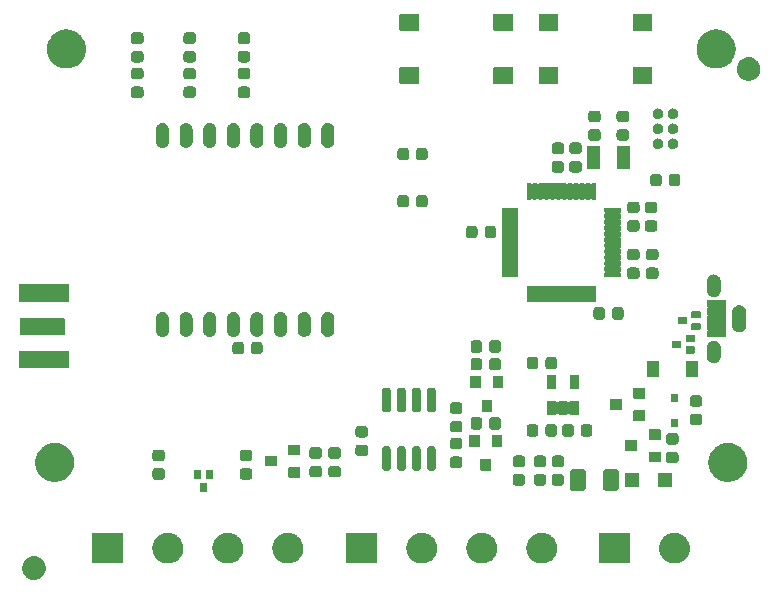
<source format=gbr>
G04 #@! TF.GenerationSoftware,KiCad,Pcbnew,5.99.0-unknown-06c979d~86~ubuntu18.04.1*
G04 #@! TF.CreationDate,2020-01-24T18:15:59+02:00*
G04 #@! TF.ProjectId,lora-bridge,6c6f7261-2d62-4726-9964-67652e6b6963,1.1*
G04 #@! TF.SameCoordinates,Original*
G04 #@! TF.FileFunction,Soldermask,Top*
G04 #@! TF.FilePolarity,Negative*
%FSLAX46Y46*%
G04 Gerber Fmt 4.6, Leading zero omitted, Abs format (unit mm)*
G04 Created by KiCad (PCBNEW 5.99.0-unknown-06c979d~86~ubuntu18.04.1) date 2020-01-24 18:15:59*
%MOMM*%
%LPD*%
G04 APERTURE LIST*
G04 APERTURE END LIST*
G36*
X86351221Y-139253747D02*
G01*
X86394145Y-139255846D01*
X86445236Y-139268301D01*
X86503369Y-139277300D01*
X86543738Y-139292313D01*
X86579533Y-139301039D01*
X86632895Y-139325470D01*
X86693783Y-139348114D01*
X86725111Y-139367690D01*
X86753036Y-139380475D01*
X86805788Y-139418103D01*
X86866068Y-139455770D01*
X86888370Y-139477008D01*
X86908380Y-139491281D01*
X86957274Y-139542624D01*
X87013187Y-139595870D01*
X87027256Y-139616113D01*
X87039976Y-139629470D01*
X87081577Y-139694270D01*
X87129130Y-139762690D01*
X87136418Y-139779694D01*
X87143060Y-139790040D01*
X87173904Y-139867157D01*
X87209161Y-139949417D01*
X87211644Y-139961513D01*
X87213925Y-139967216D01*
X87230759Y-140054632D01*
X87250011Y-140148423D01*
X87249934Y-140170470D01*
X87249463Y-140350810D01*
X87249302Y-140351622D01*
X87249278Y-140358556D01*
X87229575Y-140451252D01*
X87212433Y-140537826D01*
X87209790Y-140544335D01*
X87207040Y-140557272D01*
X87171559Y-140638485D01*
X87140640Y-140714627D01*
X87133468Y-140725671D01*
X87125707Y-140743435D01*
X87078172Y-140810820D01*
X87036715Y-140874659D01*
X87023318Y-140888580D01*
X87008602Y-140909442D01*
X86952965Y-140961689D01*
X86904401Y-141012154D01*
X86883595Y-141026831D01*
X86860508Y-141048511D01*
X86800713Y-141085297D01*
X86748471Y-141122150D01*
X86719681Y-141135149D01*
X86687476Y-141154962D01*
X86627262Y-141176878D01*
X86574564Y-141200672D01*
X86537870Y-141209414D01*
X86496572Y-141224445D01*
X86439241Y-141232911D01*
X86388937Y-141244895D01*
X86345131Y-141246808D01*
X86295597Y-141254122D01*
X86243854Y-141251229D01*
X86198301Y-141253218D01*
X86148873Y-141245919D01*
X86092759Y-141242782D01*
X86048579Y-141231109D01*
X86009530Y-141225343D01*
X85956601Y-141206808D01*
X85896344Y-141190887D01*
X85860908Y-141173296D01*
X85829439Y-141162276D01*
X85775693Y-141130995D01*
X85714376Y-141100557D01*
X85688034Y-141079976D01*
X85664515Y-141066288D01*
X85613051Y-141021394D01*
X85554287Y-140975482D01*
X85536605Y-140954706D01*
X85520723Y-140940851D01*
X85474925Y-140882232D01*
X85422619Y-140820772D01*
X85412434Y-140802246D01*
X85403244Y-140790483D01*
X85366598Y-140718871D01*
X85324748Y-140642746D01*
X85320315Y-140628427D01*
X85316317Y-140620613D01*
X85292184Y-140537548D01*
X85264674Y-140448677D01*
X85263813Y-140439896D01*
X85263080Y-140437373D01*
X85254562Y-140345546D01*
X85244849Y-140246491D01*
X85255138Y-140148601D01*
X85264074Y-140057463D01*
X85265071Y-140054098D01*
X85266085Y-140044449D01*
X85293937Y-139956648D01*
X85318270Y-139874503D01*
X85322716Y-139865925D01*
X85327513Y-139850804D01*
X85369444Y-139775778D01*
X85406084Y-139705091D01*
X85415886Y-139692680D01*
X85426624Y-139673466D01*
X85478781Y-139613042D01*
X85524349Y-139555342D01*
X85540965Y-139540999D01*
X85559369Y-139519678D01*
X85617766Y-139474707D01*
X85668801Y-139430654D01*
X85693151Y-139416652D01*
X85720327Y-139395724D01*
X85781066Y-139366100D01*
X85834215Y-139335538D01*
X85866566Y-139324398D01*
X85902921Y-139306667D01*
X85962446Y-139291384D01*
X86014642Y-139273411D01*
X86054590Y-139267726D01*
X86099694Y-139256145D01*
X86154947Y-139253443D01*
X86203553Y-139246525D01*
X86249973Y-139248795D01*
X86302606Y-139246221D01*
X86351221Y-139253747D01*
G37*
G36*
X97642163Y-137261496D02*
G01*
X97693823Y-137261496D01*
X97753518Y-137272022D01*
X97808934Y-137277260D01*
X97860515Y-137290888D01*
X97918010Y-137301026D01*
X97968660Y-137319461D01*
X98015774Y-137331909D01*
X98070780Y-137356630D01*
X98131926Y-137378885D01*
X98172766Y-137402464D01*
X98210911Y-137419607D01*
X98266971Y-137456853D01*
X98329073Y-137492708D01*
X98360019Y-137518674D01*
X98389100Y-137537996D01*
X98443480Y-137588706D01*
X98503460Y-137639035D01*
X98525074Y-137664794D01*
X98545564Y-137683901D01*
X98595316Y-137748505D01*
X98649787Y-137813422D01*
X98663202Y-137836658D01*
X98676093Y-137853397D01*
X98718128Y-137931793D01*
X98763610Y-138010569D01*
X98770462Y-138029394D01*
X98777190Y-138041942D01*
X98808443Y-138133747D01*
X98841469Y-138224485D01*
X98843764Y-138237502D01*
X98846133Y-138244460D01*
X98863667Y-138350379D01*
X98880999Y-138448672D01*
X98880999Y-138676318D01*
X98874489Y-138713238D01*
X98873972Y-138734398D01*
X98856550Y-138814976D01*
X98841469Y-138900505D01*
X98833066Y-138923593D01*
X98829086Y-138941999D01*
X98795393Y-139027098D01*
X98763610Y-139114421D01*
X98754729Y-139129803D01*
X98750332Y-139140909D01*
X98698836Y-139226613D01*
X98649787Y-139311568D01*
X98642752Y-139319952D01*
X98640148Y-139324286D01*
X98566706Y-139410581D01*
X98503460Y-139485955D01*
X98434806Y-139543562D01*
X98338089Y-139625294D01*
X98335713Y-139626710D01*
X98329073Y-139632282D01*
X98243103Y-139681917D01*
X98154325Y-139734839D01*
X98145341Y-139738360D01*
X98131926Y-139746105D01*
X98042837Y-139778531D01*
X97955137Y-139812900D01*
X97938962Y-139816338D01*
X97918010Y-139823964D01*
X97830446Y-139839404D01*
X97745879Y-139857379D01*
X97722476Y-139858442D01*
X97693823Y-139863494D01*
X97611221Y-139863494D01*
X97532166Y-139867084D01*
X97502059Y-139863494D01*
X97466177Y-139863494D01*
X97391223Y-139850278D01*
X97319733Y-139841753D01*
X97284000Y-139831371D01*
X97241990Y-139823964D01*
X97176662Y-139800186D01*
X97114288Y-139782065D01*
X97074505Y-139763004D01*
X97028074Y-139746105D01*
X96973655Y-139714686D01*
X96921358Y-139689630D01*
X96879543Y-139660351D01*
X96830927Y-139632282D01*
X96787915Y-139596191D01*
X96746108Y-139566917D01*
X96704689Y-139526357D01*
X96656540Y-139485955D01*
X96624776Y-139448099D01*
X96593260Y-139417237D01*
X96554897Y-139364820D01*
X96510213Y-139311568D01*
X96488886Y-139274628D01*
X96466907Y-139244598D01*
X96434446Y-139180335D01*
X96396390Y-139114421D01*
X96384117Y-139080701D01*
X96370450Y-139053645D01*
X96346789Y-138978143D01*
X96318531Y-138900505D01*
X96313478Y-138871850D01*
X96306474Y-138849499D01*
X96294444Y-138763901D01*
X96279001Y-138676318D01*
X96279001Y-138654016D01*
X96276700Y-138637643D01*
X96279001Y-138543493D01*
X96279001Y-138448672D01*
X96281691Y-138433415D01*
X96281927Y-138423770D01*
X96301288Y-138322274D01*
X96318531Y-138224485D01*
X96321497Y-138216337D01*
X96322014Y-138213625D01*
X96365709Y-138094864D01*
X96396390Y-138010569D01*
X96445544Y-137925432D01*
X96501557Y-137826832D01*
X96504740Y-137822901D01*
X96510213Y-137813422D01*
X96573280Y-137738261D01*
X96636192Y-137660571D01*
X96645122Y-137652643D01*
X96656540Y-137639035D01*
X96727724Y-137579305D01*
X96796173Y-137518533D01*
X96812111Y-137508496D01*
X96830927Y-137492708D01*
X96906133Y-137449288D01*
X96977201Y-137404534D01*
X97000914Y-137394566D01*
X97028074Y-137378885D01*
X97103682Y-137351366D01*
X97174423Y-137321629D01*
X97206151Y-137314070D01*
X97241990Y-137301026D01*
X97314784Y-137288191D01*
X97382531Y-137272051D01*
X97421947Y-137269295D01*
X97466177Y-137261496D01*
X97533484Y-137261496D01*
X97595953Y-137257128D01*
X97642163Y-137261496D01*
G37*
G36*
X140542163Y-137261496D02*
G01*
X140593823Y-137261496D01*
X140653518Y-137272022D01*
X140708934Y-137277260D01*
X140760515Y-137290888D01*
X140818010Y-137301026D01*
X140868660Y-137319461D01*
X140915774Y-137331909D01*
X140970780Y-137356630D01*
X141031926Y-137378885D01*
X141072766Y-137402464D01*
X141110911Y-137419607D01*
X141166971Y-137456853D01*
X141229073Y-137492708D01*
X141260019Y-137518674D01*
X141289100Y-137537996D01*
X141343480Y-137588706D01*
X141403460Y-137639035D01*
X141425074Y-137664794D01*
X141445564Y-137683901D01*
X141495316Y-137748505D01*
X141549787Y-137813422D01*
X141563202Y-137836658D01*
X141576093Y-137853397D01*
X141618128Y-137931793D01*
X141663610Y-138010569D01*
X141670462Y-138029394D01*
X141677190Y-138041942D01*
X141708443Y-138133747D01*
X141741469Y-138224485D01*
X141743764Y-138237502D01*
X141746133Y-138244460D01*
X141763667Y-138350379D01*
X141780999Y-138448672D01*
X141780999Y-138676318D01*
X141774489Y-138713238D01*
X141773972Y-138734398D01*
X141756550Y-138814976D01*
X141741469Y-138900505D01*
X141733066Y-138923593D01*
X141729086Y-138941999D01*
X141695393Y-139027098D01*
X141663610Y-139114421D01*
X141654729Y-139129803D01*
X141650332Y-139140909D01*
X141598836Y-139226613D01*
X141549787Y-139311568D01*
X141542752Y-139319952D01*
X141540148Y-139324286D01*
X141466706Y-139410581D01*
X141403460Y-139485955D01*
X141334806Y-139543562D01*
X141238089Y-139625294D01*
X141235713Y-139626710D01*
X141229073Y-139632282D01*
X141143103Y-139681917D01*
X141054325Y-139734839D01*
X141045341Y-139738360D01*
X141031926Y-139746105D01*
X140942837Y-139778531D01*
X140855137Y-139812900D01*
X140838962Y-139816338D01*
X140818010Y-139823964D01*
X140730446Y-139839404D01*
X140645879Y-139857379D01*
X140622476Y-139858442D01*
X140593823Y-139863494D01*
X140511221Y-139863494D01*
X140432166Y-139867084D01*
X140402059Y-139863494D01*
X140366177Y-139863494D01*
X140291223Y-139850278D01*
X140219733Y-139841753D01*
X140184000Y-139831371D01*
X140141990Y-139823964D01*
X140076662Y-139800186D01*
X140014288Y-139782065D01*
X139974505Y-139763004D01*
X139928074Y-139746105D01*
X139873655Y-139714686D01*
X139821358Y-139689630D01*
X139779543Y-139660351D01*
X139730927Y-139632282D01*
X139687915Y-139596191D01*
X139646108Y-139566917D01*
X139604689Y-139526357D01*
X139556540Y-139485955D01*
X139524776Y-139448099D01*
X139493260Y-139417237D01*
X139454897Y-139364820D01*
X139410213Y-139311568D01*
X139388886Y-139274628D01*
X139366907Y-139244598D01*
X139334446Y-139180335D01*
X139296390Y-139114421D01*
X139284117Y-139080701D01*
X139270450Y-139053645D01*
X139246789Y-138978143D01*
X139218531Y-138900505D01*
X139213478Y-138871850D01*
X139206474Y-138849499D01*
X139194444Y-138763901D01*
X139179001Y-138676318D01*
X139179001Y-138654016D01*
X139176700Y-138637643D01*
X139179001Y-138543493D01*
X139179001Y-138448672D01*
X139181691Y-138433415D01*
X139181927Y-138423770D01*
X139201288Y-138322274D01*
X139218531Y-138224485D01*
X139221497Y-138216337D01*
X139222014Y-138213625D01*
X139265709Y-138094864D01*
X139296390Y-138010569D01*
X139345544Y-137925432D01*
X139401557Y-137826832D01*
X139404740Y-137822901D01*
X139410213Y-137813422D01*
X139473280Y-137738261D01*
X139536192Y-137660571D01*
X139545122Y-137652643D01*
X139556540Y-137639035D01*
X139627724Y-137579305D01*
X139696173Y-137518533D01*
X139712111Y-137508496D01*
X139730927Y-137492708D01*
X139806133Y-137449288D01*
X139877201Y-137404534D01*
X139900914Y-137394566D01*
X139928074Y-137378885D01*
X140003682Y-137351366D01*
X140074423Y-137321629D01*
X140106151Y-137314070D01*
X140141990Y-137301026D01*
X140214784Y-137288191D01*
X140282531Y-137272051D01*
X140321947Y-137269295D01*
X140366177Y-137261496D01*
X140433484Y-137261496D01*
X140495953Y-137257128D01*
X140542163Y-137261496D01*
G37*
G36*
X129302163Y-137261496D02*
G01*
X129353823Y-137261496D01*
X129413518Y-137272022D01*
X129468934Y-137277260D01*
X129520515Y-137290888D01*
X129578010Y-137301026D01*
X129628660Y-137319461D01*
X129675774Y-137331909D01*
X129730780Y-137356630D01*
X129791926Y-137378885D01*
X129832766Y-137402464D01*
X129870911Y-137419607D01*
X129926971Y-137456853D01*
X129989073Y-137492708D01*
X130020019Y-137518674D01*
X130049100Y-137537996D01*
X130103480Y-137588706D01*
X130163460Y-137639035D01*
X130185074Y-137664794D01*
X130205564Y-137683901D01*
X130255316Y-137748505D01*
X130309787Y-137813422D01*
X130323202Y-137836658D01*
X130336093Y-137853397D01*
X130378128Y-137931793D01*
X130423610Y-138010569D01*
X130430462Y-138029394D01*
X130437190Y-138041942D01*
X130468443Y-138133747D01*
X130501469Y-138224485D01*
X130503764Y-138237502D01*
X130506133Y-138244460D01*
X130523667Y-138350379D01*
X130540999Y-138448672D01*
X130540999Y-138676318D01*
X130534489Y-138713238D01*
X130533972Y-138734398D01*
X130516550Y-138814976D01*
X130501469Y-138900505D01*
X130493066Y-138923593D01*
X130489086Y-138941999D01*
X130455393Y-139027098D01*
X130423610Y-139114421D01*
X130414729Y-139129803D01*
X130410332Y-139140909D01*
X130358836Y-139226613D01*
X130309787Y-139311568D01*
X130302752Y-139319952D01*
X130300148Y-139324286D01*
X130226706Y-139410581D01*
X130163460Y-139485955D01*
X130094806Y-139543562D01*
X129998089Y-139625294D01*
X129995713Y-139626710D01*
X129989073Y-139632282D01*
X129903103Y-139681917D01*
X129814325Y-139734839D01*
X129805341Y-139738360D01*
X129791926Y-139746105D01*
X129702837Y-139778531D01*
X129615137Y-139812900D01*
X129598962Y-139816338D01*
X129578010Y-139823964D01*
X129490446Y-139839404D01*
X129405879Y-139857379D01*
X129382476Y-139858442D01*
X129353823Y-139863494D01*
X129271221Y-139863494D01*
X129192166Y-139867084D01*
X129162059Y-139863494D01*
X129126177Y-139863494D01*
X129051223Y-139850278D01*
X128979733Y-139841753D01*
X128944000Y-139831371D01*
X128901990Y-139823964D01*
X128836662Y-139800186D01*
X128774288Y-139782065D01*
X128734505Y-139763004D01*
X128688074Y-139746105D01*
X128633655Y-139714686D01*
X128581358Y-139689630D01*
X128539543Y-139660351D01*
X128490927Y-139632282D01*
X128447915Y-139596191D01*
X128406108Y-139566917D01*
X128364689Y-139526357D01*
X128316540Y-139485955D01*
X128284776Y-139448099D01*
X128253260Y-139417237D01*
X128214897Y-139364820D01*
X128170213Y-139311568D01*
X128148886Y-139274628D01*
X128126907Y-139244598D01*
X128094446Y-139180335D01*
X128056390Y-139114421D01*
X128044117Y-139080701D01*
X128030450Y-139053645D01*
X128006789Y-138978143D01*
X127978531Y-138900505D01*
X127973478Y-138871850D01*
X127966474Y-138849499D01*
X127954444Y-138763901D01*
X127939001Y-138676318D01*
X127939001Y-138654016D01*
X127936700Y-138637643D01*
X127939001Y-138543493D01*
X127939001Y-138448672D01*
X127941691Y-138433415D01*
X127941927Y-138423770D01*
X127961288Y-138322274D01*
X127978531Y-138224485D01*
X127981497Y-138216337D01*
X127982014Y-138213625D01*
X128025709Y-138094864D01*
X128056390Y-138010569D01*
X128105544Y-137925432D01*
X128161557Y-137826832D01*
X128164740Y-137822901D01*
X128170213Y-137813422D01*
X128233280Y-137738261D01*
X128296192Y-137660571D01*
X128305122Y-137652643D01*
X128316540Y-137639035D01*
X128387724Y-137579305D01*
X128456173Y-137518533D01*
X128472111Y-137508496D01*
X128490927Y-137492708D01*
X128566133Y-137449288D01*
X128637201Y-137404534D01*
X128660914Y-137394566D01*
X128688074Y-137378885D01*
X128763682Y-137351366D01*
X128834423Y-137321629D01*
X128866151Y-137314070D01*
X128901990Y-137301026D01*
X128974784Y-137288191D01*
X129042531Y-137272051D01*
X129081947Y-137269295D01*
X129126177Y-137261496D01*
X129193484Y-137261496D01*
X129255953Y-137257128D01*
X129302163Y-137261496D01*
G37*
G36*
X119142163Y-137261496D02*
G01*
X119193823Y-137261496D01*
X119253518Y-137272022D01*
X119308934Y-137277260D01*
X119360515Y-137290888D01*
X119418010Y-137301026D01*
X119468660Y-137319461D01*
X119515774Y-137331909D01*
X119570780Y-137356630D01*
X119631926Y-137378885D01*
X119672766Y-137402464D01*
X119710911Y-137419607D01*
X119766971Y-137456853D01*
X119829073Y-137492708D01*
X119860019Y-137518674D01*
X119889100Y-137537996D01*
X119943480Y-137588706D01*
X120003460Y-137639035D01*
X120025074Y-137664794D01*
X120045564Y-137683901D01*
X120095316Y-137748505D01*
X120149787Y-137813422D01*
X120163202Y-137836658D01*
X120176093Y-137853397D01*
X120218128Y-137931793D01*
X120263610Y-138010569D01*
X120270462Y-138029394D01*
X120277190Y-138041942D01*
X120308443Y-138133747D01*
X120341469Y-138224485D01*
X120343764Y-138237502D01*
X120346133Y-138244460D01*
X120363667Y-138350379D01*
X120380999Y-138448672D01*
X120380999Y-138676318D01*
X120374489Y-138713238D01*
X120373972Y-138734398D01*
X120356550Y-138814976D01*
X120341469Y-138900505D01*
X120333066Y-138923593D01*
X120329086Y-138941999D01*
X120295393Y-139027098D01*
X120263610Y-139114421D01*
X120254729Y-139129803D01*
X120250332Y-139140909D01*
X120198836Y-139226613D01*
X120149787Y-139311568D01*
X120142752Y-139319952D01*
X120140148Y-139324286D01*
X120066706Y-139410581D01*
X120003460Y-139485955D01*
X119934806Y-139543562D01*
X119838089Y-139625294D01*
X119835713Y-139626710D01*
X119829073Y-139632282D01*
X119743103Y-139681917D01*
X119654325Y-139734839D01*
X119645341Y-139738360D01*
X119631926Y-139746105D01*
X119542837Y-139778531D01*
X119455137Y-139812900D01*
X119438962Y-139816338D01*
X119418010Y-139823964D01*
X119330446Y-139839404D01*
X119245879Y-139857379D01*
X119222476Y-139858442D01*
X119193823Y-139863494D01*
X119111221Y-139863494D01*
X119032166Y-139867084D01*
X119002059Y-139863494D01*
X118966177Y-139863494D01*
X118891223Y-139850278D01*
X118819733Y-139841753D01*
X118784000Y-139831371D01*
X118741990Y-139823964D01*
X118676662Y-139800186D01*
X118614288Y-139782065D01*
X118574505Y-139763004D01*
X118528074Y-139746105D01*
X118473655Y-139714686D01*
X118421358Y-139689630D01*
X118379543Y-139660351D01*
X118330927Y-139632282D01*
X118287915Y-139596191D01*
X118246108Y-139566917D01*
X118204689Y-139526357D01*
X118156540Y-139485955D01*
X118124776Y-139448099D01*
X118093260Y-139417237D01*
X118054897Y-139364820D01*
X118010213Y-139311568D01*
X117988886Y-139274628D01*
X117966907Y-139244598D01*
X117934446Y-139180335D01*
X117896390Y-139114421D01*
X117884117Y-139080701D01*
X117870450Y-139053645D01*
X117846789Y-138978143D01*
X117818531Y-138900505D01*
X117813478Y-138871850D01*
X117806474Y-138849499D01*
X117794444Y-138763901D01*
X117779001Y-138676318D01*
X117779001Y-138654016D01*
X117776700Y-138637643D01*
X117779001Y-138543493D01*
X117779001Y-138448672D01*
X117781691Y-138433415D01*
X117781927Y-138423770D01*
X117801288Y-138322274D01*
X117818531Y-138224485D01*
X117821497Y-138216337D01*
X117822014Y-138213625D01*
X117865709Y-138094864D01*
X117896390Y-138010569D01*
X117945544Y-137925432D01*
X118001557Y-137826832D01*
X118004740Y-137822901D01*
X118010213Y-137813422D01*
X118073280Y-137738261D01*
X118136192Y-137660571D01*
X118145122Y-137652643D01*
X118156540Y-137639035D01*
X118227724Y-137579305D01*
X118296173Y-137518533D01*
X118312111Y-137508496D01*
X118330927Y-137492708D01*
X118406133Y-137449288D01*
X118477201Y-137404534D01*
X118500914Y-137394566D01*
X118528074Y-137378885D01*
X118603682Y-137351366D01*
X118674423Y-137321629D01*
X118706151Y-137314070D01*
X118741990Y-137301026D01*
X118814784Y-137288191D01*
X118882531Y-137272051D01*
X118921947Y-137269295D01*
X118966177Y-137261496D01*
X119033484Y-137261496D01*
X119095953Y-137257128D01*
X119142163Y-137261496D01*
G37*
G36*
X124222163Y-137261496D02*
G01*
X124273823Y-137261496D01*
X124333518Y-137272022D01*
X124388934Y-137277260D01*
X124440515Y-137290888D01*
X124498010Y-137301026D01*
X124548660Y-137319461D01*
X124595774Y-137331909D01*
X124650780Y-137356630D01*
X124711926Y-137378885D01*
X124752766Y-137402464D01*
X124790911Y-137419607D01*
X124846971Y-137456853D01*
X124909073Y-137492708D01*
X124940019Y-137518674D01*
X124969100Y-137537996D01*
X125023480Y-137588706D01*
X125083460Y-137639035D01*
X125105074Y-137664794D01*
X125125564Y-137683901D01*
X125175316Y-137748505D01*
X125229787Y-137813422D01*
X125243202Y-137836658D01*
X125256093Y-137853397D01*
X125298128Y-137931793D01*
X125343610Y-138010569D01*
X125350462Y-138029394D01*
X125357190Y-138041942D01*
X125388443Y-138133747D01*
X125421469Y-138224485D01*
X125423764Y-138237502D01*
X125426133Y-138244460D01*
X125443667Y-138350379D01*
X125460999Y-138448672D01*
X125460999Y-138676318D01*
X125454489Y-138713238D01*
X125453972Y-138734398D01*
X125436550Y-138814976D01*
X125421469Y-138900505D01*
X125413066Y-138923593D01*
X125409086Y-138941999D01*
X125375393Y-139027098D01*
X125343610Y-139114421D01*
X125334729Y-139129803D01*
X125330332Y-139140909D01*
X125278836Y-139226613D01*
X125229787Y-139311568D01*
X125222752Y-139319952D01*
X125220148Y-139324286D01*
X125146706Y-139410581D01*
X125083460Y-139485955D01*
X125014806Y-139543562D01*
X124918089Y-139625294D01*
X124915713Y-139626710D01*
X124909073Y-139632282D01*
X124823103Y-139681917D01*
X124734325Y-139734839D01*
X124725341Y-139738360D01*
X124711926Y-139746105D01*
X124622837Y-139778531D01*
X124535137Y-139812900D01*
X124518962Y-139816338D01*
X124498010Y-139823964D01*
X124410446Y-139839404D01*
X124325879Y-139857379D01*
X124302476Y-139858442D01*
X124273823Y-139863494D01*
X124191221Y-139863494D01*
X124112166Y-139867084D01*
X124082059Y-139863494D01*
X124046177Y-139863494D01*
X123971223Y-139850278D01*
X123899733Y-139841753D01*
X123864000Y-139831371D01*
X123821990Y-139823964D01*
X123756662Y-139800186D01*
X123694288Y-139782065D01*
X123654505Y-139763004D01*
X123608074Y-139746105D01*
X123553655Y-139714686D01*
X123501358Y-139689630D01*
X123459543Y-139660351D01*
X123410927Y-139632282D01*
X123367915Y-139596191D01*
X123326108Y-139566917D01*
X123284689Y-139526357D01*
X123236540Y-139485955D01*
X123204776Y-139448099D01*
X123173260Y-139417237D01*
X123134897Y-139364820D01*
X123090213Y-139311568D01*
X123068886Y-139274628D01*
X123046907Y-139244598D01*
X123014446Y-139180335D01*
X122976390Y-139114421D01*
X122964117Y-139080701D01*
X122950450Y-139053645D01*
X122926789Y-138978143D01*
X122898531Y-138900505D01*
X122893478Y-138871850D01*
X122886474Y-138849499D01*
X122874444Y-138763901D01*
X122859001Y-138676318D01*
X122859001Y-138654016D01*
X122856700Y-138637643D01*
X122859001Y-138543493D01*
X122859001Y-138448672D01*
X122861691Y-138433415D01*
X122861927Y-138423770D01*
X122881288Y-138322274D01*
X122898531Y-138224485D01*
X122901497Y-138216337D01*
X122902014Y-138213625D01*
X122945709Y-138094864D01*
X122976390Y-138010569D01*
X123025544Y-137925432D01*
X123081557Y-137826832D01*
X123084740Y-137822901D01*
X123090213Y-137813422D01*
X123153280Y-137738261D01*
X123216192Y-137660571D01*
X123225122Y-137652643D01*
X123236540Y-137639035D01*
X123307724Y-137579305D01*
X123376173Y-137518533D01*
X123392111Y-137508496D01*
X123410927Y-137492708D01*
X123486133Y-137449288D01*
X123557201Y-137404534D01*
X123580914Y-137394566D01*
X123608074Y-137378885D01*
X123683682Y-137351366D01*
X123754423Y-137321629D01*
X123786151Y-137314070D01*
X123821990Y-137301026D01*
X123894784Y-137288191D01*
X123962531Y-137272051D01*
X124001947Y-137269295D01*
X124046177Y-137261496D01*
X124113484Y-137261496D01*
X124175953Y-137257128D01*
X124222163Y-137261496D01*
G37*
G36*
X102722163Y-137261496D02*
G01*
X102773823Y-137261496D01*
X102833518Y-137272022D01*
X102888934Y-137277260D01*
X102940515Y-137290888D01*
X102998010Y-137301026D01*
X103048660Y-137319461D01*
X103095774Y-137331909D01*
X103150780Y-137356630D01*
X103211926Y-137378885D01*
X103252766Y-137402464D01*
X103290911Y-137419607D01*
X103346971Y-137456853D01*
X103409073Y-137492708D01*
X103440019Y-137518674D01*
X103469100Y-137537996D01*
X103523480Y-137588706D01*
X103583460Y-137639035D01*
X103605074Y-137664794D01*
X103625564Y-137683901D01*
X103675316Y-137748505D01*
X103729787Y-137813422D01*
X103743202Y-137836658D01*
X103756093Y-137853397D01*
X103798128Y-137931793D01*
X103843610Y-138010569D01*
X103850462Y-138029394D01*
X103857190Y-138041942D01*
X103888443Y-138133747D01*
X103921469Y-138224485D01*
X103923764Y-138237502D01*
X103926133Y-138244460D01*
X103943667Y-138350379D01*
X103960999Y-138448672D01*
X103960999Y-138676318D01*
X103954489Y-138713238D01*
X103953972Y-138734398D01*
X103936550Y-138814976D01*
X103921469Y-138900505D01*
X103913066Y-138923593D01*
X103909086Y-138941999D01*
X103875393Y-139027098D01*
X103843610Y-139114421D01*
X103834729Y-139129803D01*
X103830332Y-139140909D01*
X103778836Y-139226613D01*
X103729787Y-139311568D01*
X103722752Y-139319952D01*
X103720148Y-139324286D01*
X103646706Y-139410581D01*
X103583460Y-139485955D01*
X103514806Y-139543562D01*
X103418089Y-139625294D01*
X103415713Y-139626710D01*
X103409073Y-139632282D01*
X103323103Y-139681917D01*
X103234325Y-139734839D01*
X103225341Y-139738360D01*
X103211926Y-139746105D01*
X103122837Y-139778531D01*
X103035137Y-139812900D01*
X103018962Y-139816338D01*
X102998010Y-139823964D01*
X102910446Y-139839404D01*
X102825879Y-139857379D01*
X102802476Y-139858442D01*
X102773823Y-139863494D01*
X102691221Y-139863494D01*
X102612166Y-139867084D01*
X102582059Y-139863494D01*
X102546177Y-139863494D01*
X102471223Y-139850278D01*
X102399733Y-139841753D01*
X102364000Y-139831371D01*
X102321990Y-139823964D01*
X102256662Y-139800186D01*
X102194288Y-139782065D01*
X102154505Y-139763004D01*
X102108074Y-139746105D01*
X102053655Y-139714686D01*
X102001358Y-139689630D01*
X101959543Y-139660351D01*
X101910927Y-139632282D01*
X101867915Y-139596191D01*
X101826108Y-139566917D01*
X101784689Y-139526357D01*
X101736540Y-139485955D01*
X101704776Y-139448099D01*
X101673260Y-139417237D01*
X101634897Y-139364820D01*
X101590213Y-139311568D01*
X101568886Y-139274628D01*
X101546907Y-139244598D01*
X101514446Y-139180335D01*
X101476390Y-139114421D01*
X101464117Y-139080701D01*
X101450450Y-139053645D01*
X101426789Y-138978143D01*
X101398531Y-138900505D01*
X101393478Y-138871850D01*
X101386474Y-138849499D01*
X101374444Y-138763901D01*
X101359001Y-138676318D01*
X101359001Y-138654016D01*
X101356700Y-138637643D01*
X101359001Y-138543493D01*
X101359001Y-138448672D01*
X101361691Y-138433415D01*
X101361927Y-138423770D01*
X101381288Y-138322274D01*
X101398531Y-138224485D01*
X101401497Y-138216337D01*
X101402014Y-138213625D01*
X101445709Y-138094864D01*
X101476390Y-138010569D01*
X101525544Y-137925432D01*
X101581557Y-137826832D01*
X101584740Y-137822901D01*
X101590213Y-137813422D01*
X101653280Y-137738261D01*
X101716192Y-137660571D01*
X101725122Y-137652643D01*
X101736540Y-137639035D01*
X101807724Y-137579305D01*
X101876173Y-137518533D01*
X101892111Y-137508496D01*
X101910927Y-137492708D01*
X101986133Y-137449288D01*
X102057201Y-137404534D01*
X102080914Y-137394566D01*
X102108074Y-137378885D01*
X102183682Y-137351366D01*
X102254423Y-137321629D01*
X102286151Y-137314070D01*
X102321990Y-137301026D01*
X102394784Y-137288191D01*
X102462531Y-137272051D01*
X102501947Y-137269295D01*
X102546177Y-137261496D01*
X102613484Y-137261496D01*
X102675953Y-137257128D01*
X102722163Y-137261496D01*
G37*
G36*
X107802163Y-137261496D02*
G01*
X107853823Y-137261496D01*
X107913518Y-137272022D01*
X107968934Y-137277260D01*
X108020515Y-137290888D01*
X108078010Y-137301026D01*
X108128660Y-137319461D01*
X108175774Y-137331909D01*
X108230780Y-137356630D01*
X108291926Y-137378885D01*
X108332766Y-137402464D01*
X108370911Y-137419607D01*
X108426971Y-137456853D01*
X108489073Y-137492708D01*
X108520019Y-137518674D01*
X108549100Y-137537996D01*
X108603480Y-137588706D01*
X108663460Y-137639035D01*
X108685074Y-137664794D01*
X108705564Y-137683901D01*
X108755316Y-137748505D01*
X108809787Y-137813422D01*
X108823202Y-137836658D01*
X108836093Y-137853397D01*
X108878128Y-137931793D01*
X108923610Y-138010569D01*
X108930462Y-138029394D01*
X108937190Y-138041942D01*
X108968443Y-138133747D01*
X109001469Y-138224485D01*
X109003764Y-138237502D01*
X109006133Y-138244460D01*
X109023667Y-138350379D01*
X109040999Y-138448672D01*
X109040999Y-138676318D01*
X109034489Y-138713238D01*
X109033972Y-138734398D01*
X109016550Y-138814976D01*
X109001469Y-138900505D01*
X108993066Y-138923593D01*
X108989086Y-138941999D01*
X108955393Y-139027098D01*
X108923610Y-139114421D01*
X108914729Y-139129803D01*
X108910332Y-139140909D01*
X108858836Y-139226613D01*
X108809787Y-139311568D01*
X108802752Y-139319952D01*
X108800148Y-139324286D01*
X108726706Y-139410581D01*
X108663460Y-139485955D01*
X108594806Y-139543562D01*
X108498089Y-139625294D01*
X108495713Y-139626710D01*
X108489073Y-139632282D01*
X108403103Y-139681917D01*
X108314325Y-139734839D01*
X108305341Y-139738360D01*
X108291926Y-139746105D01*
X108202837Y-139778531D01*
X108115137Y-139812900D01*
X108098962Y-139816338D01*
X108078010Y-139823964D01*
X107990446Y-139839404D01*
X107905879Y-139857379D01*
X107882476Y-139858442D01*
X107853823Y-139863494D01*
X107771221Y-139863494D01*
X107692166Y-139867084D01*
X107662059Y-139863494D01*
X107626177Y-139863494D01*
X107551223Y-139850278D01*
X107479733Y-139841753D01*
X107444000Y-139831371D01*
X107401990Y-139823964D01*
X107336662Y-139800186D01*
X107274288Y-139782065D01*
X107234505Y-139763004D01*
X107188074Y-139746105D01*
X107133655Y-139714686D01*
X107081358Y-139689630D01*
X107039543Y-139660351D01*
X106990927Y-139632282D01*
X106947915Y-139596191D01*
X106906108Y-139566917D01*
X106864689Y-139526357D01*
X106816540Y-139485955D01*
X106784776Y-139448099D01*
X106753260Y-139417237D01*
X106714897Y-139364820D01*
X106670213Y-139311568D01*
X106648886Y-139274628D01*
X106626907Y-139244598D01*
X106594446Y-139180335D01*
X106556390Y-139114421D01*
X106544117Y-139080701D01*
X106530450Y-139053645D01*
X106506789Y-138978143D01*
X106478531Y-138900505D01*
X106473478Y-138871850D01*
X106466474Y-138849499D01*
X106454444Y-138763901D01*
X106439001Y-138676318D01*
X106439001Y-138654016D01*
X106436700Y-138637643D01*
X106439001Y-138543493D01*
X106439001Y-138448672D01*
X106441691Y-138433415D01*
X106441927Y-138423770D01*
X106461288Y-138322274D01*
X106478531Y-138224485D01*
X106481497Y-138216337D01*
X106482014Y-138213625D01*
X106525709Y-138094864D01*
X106556390Y-138010569D01*
X106605544Y-137925432D01*
X106661557Y-137826832D01*
X106664740Y-137822901D01*
X106670213Y-137813422D01*
X106733280Y-137738261D01*
X106796192Y-137660571D01*
X106805122Y-137652643D01*
X106816540Y-137639035D01*
X106887724Y-137579305D01*
X106956173Y-137518533D01*
X106972111Y-137508496D01*
X106990927Y-137492708D01*
X107066133Y-137449288D01*
X107137201Y-137404534D01*
X107160914Y-137394566D01*
X107188074Y-137378885D01*
X107263682Y-137351366D01*
X107334423Y-137321629D01*
X107366151Y-137314070D01*
X107401990Y-137301026D01*
X107474784Y-137288191D01*
X107542531Y-137272051D01*
X107581947Y-137269295D01*
X107626177Y-137261496D01*
X107693484Y-137261496D01*
X107755953Y-137257128D01*
X107802163Y-137261496D01*
G37*
G36*
X115269899Y-137264454D02*
G01*
X115286769Y-137275726D01*
X115298041Y-137292596D01*
X115304448Y-137324807D01*
X115304448Y-139800183D01*
X115301999Y-139812495D01*
X115298041Y-139832394D01*
X115286769Y-139849264D01*
X115269899Y-139860536D01*
X115250000Y-139864494D01*
X115237688Y-139866943D01*
X112762312Y-139866943D01*
X112730101Y-139860536D01*
X112713231Y-139849264D01*
X112701959Y-139832394D01*
X112695552Y-139800183D01*
X112695552Y-137324807D01*
X112701959Y-137292596D01*
X112713231Y-137275726D01*
X112730101Y-137264454D01*
X112762312Y-137258047D01*
X115237688Y-137258047D01*
X115269899Y-137264454D01*
G37*
G36*
X136669899Y-137264454D02*
G01*
X136686769Y-137275726D01*
X136698041Y-137292596D01*
X136704448Y-137324807D01*
X136704448Y-139800183D01*
X136701999Y-139812495D01*
X136698041Y-139832394D01*
X136686769Y-139849264D01*
X136669899Y-139860536D01*
X136650000Y-139864494D01*
X136637688Y-139866943D01*
X134162312Y-139866943D01*
X134130101Y-139860536D01*
X134113231Y-139849264D01*
X134101959Y-139832394D01*
X134095552Y-139800183D01*
X134095552Y-137324807D01*
X134101959Y-137292596D01*
X134113231Y-137275726D01*
X134130101Y-137264454D01*
X134162312Y-137258047D01*
X136637688Y-137258047D01*
X136669899Y-137264454D01*
G37*
G36*
X93769899Y-137264454D02*
G01*
X93786769Y-137275726D01*
X93798041Y-137292596D01*
X93804448Y-137324807D01*
X93804448Y-139800183D01*
X93801999Y-139812495D01*
X93798041Y-139832394D01*
X93786769Y-139849264D01*
X93769899Y-139860536D01*
X93750000Y-139864494D01*
X93737688Y-139866943D01*
X91262312Y-139866943D01*
X91230101Y-139860536D01*
X91213231Y-139849264D01*
X91201959Y-139832394D01*
X91195552Y-139800183D01*
X91195552Y-137324807D01*
X91201959Y-137292596D01*
X91213231Y-137275726D01*
X91230101Y-137264454D01*
X91262312Y-137258047D01*
X93737688Y-137258047D01*
X93769899Y-137264454D01*
G37*
G36*
X100869899Y-133091959D02*
G01*
X100886769Y-133103231D01*
X100898041Y-133120101D01*
X100904448Y-133152312D01*
X100904448Y-133787688D01*
X100901999Y-133800000D01*
X100898041Y-133819899D01*
X100886769Y-133836769D01*
X100869899Y-133848041D01*
X100850000Y-133851999D01*
X100837688Y-133854448D01*
X100362312Y-133854448D01*
X100330101Y-133848041D01*
X100313231Y-133836769D01*
X100301959Y-133819899D01*
X100295552Y-133787688D01*
X100295552Y-133152312D01*
X100301959Y-133120101D01*
X100313231Y-133103231D01*
X100330101Y-133091959D01*
X100362312Y-133085552D01*
X100837688Y-133085552D01*
X100869899Y-133091959D01*
G37*
G36*
X135561756Y-131886764D02*
G01*
X135573228Y-131892289D01*
X135581286Y-131893795D01*
X135598543Y-131904480D01*
X135643638Y-131926197D01*
X135663738Y-131944847D01*
X135676964Y-131953036D01*
X135687264Y-131966676D01*
X135710265Y-131988017D01*
X135732617Y-132026732D01*
X135744781Y-132042840D01*
X135746750Y-132051212D01*
X135754506Y-132064646D01*
X135773419Y-132164603D01*
X135776883Y-132179331D01*
X135776883Y-132182910D01*
X135778194Y-132189839D01*
X135778194Y-133412516D01*
X135763236Y-133511756D01*
X135757711Y-133523228D01*
X135756205Y-133531286D01*
X135745520Y-133548543D01*
X135723803Y-133593638D01*
X135705153Y-133613738D01*
X135696964Y-133626964D01*
X135683324Y-133637264D01*
X135661983Y-133660265D01*
X135623268Y-133682617D01*
X135607160Y-133694781D01*
X135598788Y-133696750D01*
X135585354Y-133704506D01*
X135485397Y-133723419D01*
X135470669Y-133726883D01*
X135467090Y-133726883D01*
X135460161Y-133728194D01*
X134737484Y-133728194D01*
X134638244Y-133713236D01*
X134626772Y-133707711D01*
X134618714Y-133706205D01*
X134601457Y-133695520D01*
X134556362Y-133673803D01*
X134536262Y-133655153D01*
X134523036Y-133646964D01*
X134512736Y-133633324D01*
X134489735Y-133611983D01*
X134467383Y-133573268D01*
X134455219Y-133557160D01*
X134453250Y-133548788D01*
X134445494Y-133535354D01*
X134426581Y-133435397D01*
X134423117Y-133420669D01*
X134423117Y-133417090D01*
X134421806Y-133410161D01*
X134421806Y-132187484D01*
X134436764Y-132088244D01*
X134442289Y-132076772D01*
X134443795Y-132068714D01*
X134454480Y-132051457D01*
X134476197Y-132006362D01*
X134494847Y-131986262D01*
X134503036Y-131973036D01*
X134516676Y-131962736D01*
X134538017Y-131939735D01*
X134576732Y-131917383D01*
X134592840Y-131905219D01*
X134601212Y-131903250D01*
X134614646Y-131895494D01*
X134714603Y-131876581D01*
X134729331Y-131873117D01*
X134732910Y-131873117D01*
X134739839Y-131871806D01*
X135462516Y-131871806D01*
X135561756Y-131886764D01*
G37*
G36*
X132761756Y-131886764D02*
G01*
X132773228Y-131892289D01*
X132781286Y-131893795D01*
X132798543Y-131904480D01*
X132843638Y-131926197D01*
X132863738Y-131944847D01*
X132876964Y-131953036D01*
X132887264Y-131966676D01*
X132910265Y-131988017D01*
X132932617Y-132026732D01*
X132944781Y-132042840D01*
X132946750Y-132051212D01*
X132954506Y-132064646D01*
X132973419Y-132164603D01*
X132976883Y-132179331D01*
X132976883Y-132182910D01*
X132978194Y-132189839D01*
X132978194Y-133412516D01*
X132963236Y-133511756D01*
X132957711Y-133523228D01*
X132956205Y-133531286D01*
X132945520Y-133548543D01*
X132923803Y-133593638D01*
X132905153Y-133613738D01*
X132896964Y-133626964D01*
X132883324Y-133637264D01*
X132861983Y-133660265D01*
X132823268Y-133682617D01*
X132807160Y-133694781D01*
X132798788Y-133696750D01*
X132785354Y-133704506D01*
X132685397Y-133723419D01*
X132670669Y-133726883D01*
X132667090Y-133726883D01*
X132660161Y-133728194D01*
X131937484Y-133728194D01*
X131838244Y-133713236D01*
X131826772Y-133707711D01*
X131818714Y-133706205D01*
X131801457Y-133695520D01*
X131756362Y-133673803D01*
X131736262Y-133655153D01*
X131723036Y-133646964D01*
X131712736Y-133633324D01*
X131689735Y-133611983D01*
X131667383Y-133573268D01*
X131655219Y-133557160D01*
X131653250Y-133548788D01*
X131645494Y-133535354D01*
X131626581Y-133435397D01*
X131623117Y-133420669D01*
X131623117Y-133417090D01*
X131621806Y-133410161D01*
X131621806Y-132187484D01*
X131636764Y-132088244D01*
X131642289Y-132076772D01*
X131643795Y-132068714D01*
X131654480Y-132051457D01*
X131676197Y-132006362D01*
X131694847Y-131986262D01*
X131703036Y-131973036D01*
X131716676Y-131962736D01*
X131738017Y-131939735D01*
X131776732Y-131917383D01*
X131792840Y-131905219D01*
X131801212Y-131903250D01*
X131814646Y-131895494D01*
X131914603Y-131876581D01*
X131929331Y-131873117D01*
X131932910Y-131873117D01*
X131939839Y-131871806D01*
X132662516Y-131871806D01*
X132761756Y-131886764D01*
G37*
G36*
X137469899Y-132201959D02*
G01*
X137486769Y-132213231D01*
X137498041Y-132230101D01*
X137504448Y-132262312D01*
X137504448Y-133337688D01*
X137501999Y-133350000D01*
X137498041Y-133369899D01*
X137486769Y-133386769D01*
X137469899Y-133398041D01*
X137450000Y-133401999D01*
X137437688Y-133404448D01*
X136362312Y-133404448D01*
X136330101Y-133398041D01*
X136313231Y-133386769D01*
X136301959Y-133369899D01*
X136295552Y-133337688D01*
X136295552Y-132262312D01*
X136301959Y-132230101D01*
X136313231Y-132213231D01*
X136330101Y-132201959D01*
X136362312Y-132195552D01*
X137437688Y-132195552D01*
X137469899Y-132201959D01*
G37*
G36*
X140269899Y-132201959D02*
G01*
X140286769Y-132213231D01*
X140298041Y-132230101D01*
X140304448Y-132262312D01*
X140304448Y-133337688D01*
X140301999Y-133350000D01*
X140298041Y-133369899D01*
X140286769Y-133386769D01*
X140269899Y-133398041D01*
X140250000Y-133401999D01*
X140237688Y-133404448D01*
X139162312Y-133404448D01*
X139130101Y-133398041D01*
X139113231Y-133386769D01*
X139101959Y-133369899D01*
X139095552Y-133337688D01*
X139095552Y-132262312D01*
X139101959Y-132230101D01*
X139113231Y-132213231D01*
X139130101Y-132201959D01*
X139162312Y-132195552D01*
X140237688Y-132195552D01*
X140269899Y-132201959D01*
G37*
G36*
X130851231Y-132298001D02*
G01*
X130851964Y-132298001D01*
X130854829Y-132298571D01*
X130937918Y-132311731D01*
X130948760Y-132317255D01*
X130957215Y-132318937D01*
X130973768Y-132329998D01*
X131014054Y-132350524D01*
X131033316Y-132369786D01*
X131046443Y-132378557D01*
X131055214Y-132391684D01*
X131074476Y-132410946D01*
X131095002Y-132451232D01*
X131106063Y-132467785D01*
X131107745Y-132476240D01*
X131113269Y-132487082D01*
X131126429Y-132570171D01*
X131126999Y-132573036D01*
X131126999Y-132573769D01*
X131128194Y-132581314D01*
X131128194Y-132993686D01*
X131126999Y-133001231D01*
X131126999Y-133001964D01*
X131126429Y-133004829D01*
X131113269Y-133087918D01*
X131107745Y-133098760D01*
X131106063Y-133107215D01*
X131095002Y-133123768D01*
X131074476Y-133164054D01*
X131055214Y-133183316D01*
X131046443Y-133196443D01*
X131033316Y-133205214D01*
X131014054Y-133224476D01*
X130973768Y-133245002D01*
X130957215Y-133256063D01*
X130948760Y-133257745D01*
X130937918Y-133263269D01*
X130854829Y-133276429D01*
X130851964Y-133276999D01*
X130851231Y-133276999D01*
X130843686Y-133278194D01*
X130356314Y-133278194D01*
X130348769Y-133276999D01*
X130348036Y-133276999D01*
X130345171Y-133276429D01*
X130262082Y-133263269D01*
X130251240Y-133257745D01*
X130242785Y-133256063D01*
X130226232Y-133245002D01*
X130185946Y-133224476D01*
X130166684Y-133205214D01*
X130153557Y-133196443D01*
X130144786Y-133183316D01*
X130125524Y-133164054D01*
X130104998Y-133123768D01*
X130093937Y-133107215D01*
X130092255Y-133098760D01*
X130086731Y-133087918D01*
X130073571Y-133004829D01*
X130073001Y-133001964D01*
X130073001Y-133001231D01*
X130071806Y-132993686D01*
X130071806Y-132581314D01*
X130073001Y-132573769D01*
X130073001Y-132573036D01*
X130073571Y-132570171D01*
X130086731Y-132487082D01*
X130092255Y-132476240D01*
X130093937Y-132467785D01*
X130104998Y-132451232D01*
X130125524Y-132410946D01*
X130144786Y-132391684D01*
X130153557Y-132378557D01*
X130166684Y-132369786D01*
X130185946Y-132350524D01*
X130226232Y-132329998D01*
X130242785Y-132318937D01*
X130251240Y-132317255D01*
X130262082Y-132311731D01*
X130345171Y-132298571D01*
X130348036Y-132298001D01*
X130348769Y-132298001D01*
X130356314Y-132296806D01*
X130843686Y-132296806D01*
X130851231Y-132298001D01*
G37*
G36*
X127551231Y-132298001D02*
G01*
X127551964Y-132298001D01*
X127554829Y-132298571D01*
X127637918Y-132311731D01*
X127648760Y-132317255D01*
X127657215Y-132318937D01*
X127673768Y-132329998D01*
X127714054Y-132350524D01*
X127733316Y-132369786D01*
X127746443Y-132378557D01*
X127755214Y-132391684D01*
X127774476Y-132410946D01*
X127795002Y-132451232D01*
X127806063Y-132467785D01*
X127807745Y-132476240D01*
X127813269Y-132487082D01*
X127826429Y-132570171D01*
X127826999Y-132573036D01*
X127826999Y-132573769D01*
X127828194Y-132581314D01*
X127828194Y-132993686D01*
X127826999Y-133001231D01*
X127826999Y-133001964D01*
X127826429Y-133004829D01*
X127813269Y-133087918D01*
X127807745Y-133098760D01*
X127806063Y-133107215D01*
X127795002Y-133123768D01*
X127774476Y-133164054D01*
X127755214Y-133183316D01*
X127746443Y-133196443D01*
X127733316Y-133205214D01*
X127714054Y-133224476D01*
X127673768Y-133245002D01*
X127657215Y-133256063D01*
X127648760Y-133257745D01*
X127637918Y-133263269D01*
X127554829Y-133276429D01*
X127551964Y-133276999D01*
X127551231Y-133276999D01*
X127543686Y-133278194D01*
X127056314Y-133278194D01*
X127048769Y-133276999D01*
X127048036Y-133276999D01*
X127045171Y-133276429D01*
X126962082Y-133263269D01*
X126951240Y-133257745D01*
X126942785Y-133256063D01*
X126926232Y-133245002D01*
X126885946Y-133224476D01*
X126866684Y-133205214D01*
X126853557Y-133196443D01*
X126844786Y-133183316D01*
X126825524Y-133164054D01*
X126804998Y-133123768D01*
X126793937Y-133107215D01*
X126792255Y-133098760D01*
X126786731Y-133087918D01*
X126773571Y-133004829D01*
X126773001Y-133001964D01*
X126773001Y-133001231D01*
X126771806Y-132993686D01*
X126771806Y-132581314D01*
X126773001Y-132573769D01*
X126773001Y-132573036D01*
X126773571Y-132570171D01*
X126786731Y-132487082D01*
X126792255Y-132476240D01*
X126793937Y-132467785D01*
X126804998Y-132451232D01*
X126825524Y-132410946D01*
X126844786Y-132391684D01*
X126853557Y-132378557D01*
X126866684Y-132369786D01*
X126885946Y-132350524D01*
X126926232Y-132329998D01*
X126942785Y-132318937D01*
X126951240Y-132317255D01*
X126962082Y-132311731D01*
X127045171Y-132298571D01*
X127048036Y-132298001D01*
X127048769Y-132298001D01*
X127056314Y-132296806D01*
X127543686Y-132296806D01*
X127551231Y-132298001D01*
G37*
G36*
X129351231Y-132288001D02*
G01*
X129351964Y-132288001D01*
X129354829Y-132288571D01*
X129437918Y-132301731D01*
X129448760Y-132307255D01*
X129457215Y-132308937D01*
X129473768Y-132319998D01*
X129514054Y-132340524D01*
X129533316Y-132359786D01*
X129546443Y-132368557D01*
X129555214Y-132381684D01*
X129574476Y-132400946D01*
X129595002Y-132441232D01*
X129606063Y-132457785D01*
X129607745Y-132466240D01*
X129613269Y-132477082D01*
X129626429Y-132560171D01*
X129626999Y-132563036D01*
X129626999Y-132563769D01*
X129628194Y-132571314D01*
X129628194Y-132983686D01*
X129626999Y-132991231D01*
X129626999Y-132991964D01*
X129626429Y-132994829D01*
X129613269Y-133077918D01*
X129607745Y-133088760D01*
X129606063Y-133097215D01*
X129595002Y-133113768D01*
X129574476Y-133154054D01*
X129555214Y-133173316D01*
X129546443Y-133186443D01*
X129533316Y-133195214D01*
X129514054Y-133214476D01*
X129473768Y-133235002D01*
X129457215Y-133246063D01*
X129448760Y-133247745D01*
X129437918Y-133253269D01*
X129354829Y-133266429D01*
X129351964Y-133266999D01*
X129351231Y-133266999D01*
X129343686Y-133268194D01*
X128856314Y-133268194D01*
X128848769Y-133266999D01*
X128848036Y-133266999D01*
X128845171Y-133266429D01*
X128762082Y-133253269D01*
X128751240Y-133247745D01*
X128742785Y-133246063D01*
X128726232Y-133235002D01*
X128685946Y-133214476D01*
X128666684Y-133195214D01*
X128653557Y-133186443D01*
X128644786Y-133173316D01*
X128625524Y-133154054D01*
X128604998Y-133113768D01*
X128593937Y-133097215D01*
X128592255Y-133088760D01*
X128586731Y-133077918D01*
X128573571Y-132994829D01*
X128573001Y-132991964D01*
X128573001Y-132991231D01*
X128571806Y-132983686D01*
X128571806Y-132571314D01*
X128573001Y-132563769D01*
X128573001Y-132563036D01*
X128573571Y-132560171D01*
X128586731Y-132477082D01*
X128592255Y-132466240D01*
X128593937Y-132457785D01*
X128604998Y-132441232D01*
X128625524Y-132400946D01*
X128644786Y-132381684D01*
X128653557Y-132368557D01*
X128666684Y-132359786D01*
X128685946Y-132340524D01*
X128726232Y-132319998D01*
X128742785Y-132308937D01*
X128751240Y-132307255D01*
X128762082Y-132301731D01*
X128845171Y-132288571D01*
X128848036Y-132288001D01*
X128848769Y-132288001D01*
X128856314Y-132286806D01*
X129343686Y-132286806D01*
X129351231Y-132288001D01*
G37*
G36*
X88073022Y-129649000D02*
G01*
X88129937Y-129649000D01*
X88200165Y-129660123D01*
X88266131Y-129665894D01*
X88323380Y-129679638D01*
X88386610Y-129689653D01*
X88447497Y-129709436D01*
X88504743Y-129723180D01*
X88566136Y-129747984D01*
X88633764Y-129769958D01*
X88684474Y-129795796D01*
X88732265Y-129815105D01*
X88795671Y-129852454D01*
X88865312Y-129887938D01*
X88905587Y-129917200D01*
X88943707Y-129939654D01*
X89006673Y-129990643D01*
X89075554Y-130040688D01*
X89105698Y-130070832D01*
X89134413Y-130094085D01*
X89194234Y-130159368D01*
X89259312Y-130224446D01*
X89280156Y-130253135D01*
X89300196Y-130275005D01*
X89354001Y-130354774D01*
X89412062Y-130434688D01*
X89424904Y-130459892D01*
X89437421Y-130478449D01*
X89482283Y-130572504D01*
X89530042Y-130666236D01*
X89536562Y-130686301D01*
X89543065Y-130699936D01*
X89576094Y-130807971D01*
X89610347Y-130913390D01*
X89612522Y-130927120D01*
X89614810Y-130934605D01*
X89633268Y-131058109D01*
X89651000Y-131170063D01*
X89651000Y-131429937D01*
X89642829Y-131481526D01*
X89642069Y-131510550D01*
X89624747Y-131595691D01*
X89610347Y-131686610D01*
X89599387Y-131720340D01*
X89593474Y-131749406D01*
X89560568Y-131839813D01*
X89530042Y-131933764D01*
X89517199Y-131958971D01*
X89509543Y-131980004D01*
X89459821Y-132071581D01*
X89412062Y-132165312D01*
X89399661Y-132182381D01*
X89392454Y-132195654D01*
X89324473Y-132285867D01*
X89259312Y-132375554D01*
X89249482Y-132385384D01*
X89244770Y-132391637D01*
X89155698Y-132479168D01*
X89075554Y-132559312D01*
X89070141Y-132563245D01*
X89069747Y-132563632D01*
X88871220Y-132707871D01*
X88870728Y-132708127D01*
X88865312Y-132712062D01*
X88764278Y-132763542D01*
X88653550Y-132821183D01*
X88646150Y-132823731D01*
X88633764Y-132830042D01*
X88528333Y-132864298D01*
X88421526Y-132901075D01*
X88406676Y-132903827D01*
X88386610Y-132910347D01*
X88282689Y-132926806D01*
X88180245Y-132945793D01*
X88157881Y-132946574D01*
X88129937Y-132951000D01*
X88031152Y-132951000D01*
X87935002Y-132954358D01*
X87905530Y-132951000D01*
X87870063Y-132951000D01*
X87779148Y-132936600D01*
X87691183Y-132926578D01*
X87655498Y-132917016D01*
X87613390Y-132910347D01*
X87532407Y-132884034D01*
X87454153Y-132863066D01*
X87413585Y-132845427D01*
X87366236Y-132830042D01*
X87296594Y-132794558D01*
X87229113Y-132765216D01*
X87185401Y-132737902D01*
X87134688Y-132712062D01*
X87077156Y-132670263D01*
X87021006Y-132635176D01*
X86976242Y-132596944D01*
X86924446Y-132559312D01*
X86879178Y-132514044D01*
X86834408Y-132475807D01*
X86790964Y-132425830D01*
X86740688Y-132375554D01*
X86707236Y-132329511D01*
X86673419Y-132290609D01*
X86633880Y-132228546D01*
X86587938Y-132165312D01*
X86565337Y-132120955D01*
X86541567Y-132083644D01*
X86508612Y-132009626D01*
X86469958Y-131933764D01*
X86456786Y-131893224D01*
X86441757Y-131859469D01*
X86418096Y-131774148D01*
X86389653Y-131686610D01*
X86384104Y-131651577D01*
X86376178Y-131622995D01*
X86364452Y-131527500D01*
X86349000Y-131429937D01*
X86349000Y-131401652D01*
X86346272Y-131379435D01*
X86349000Y-131275263D01*
X86349000Y-131170063D01*
X86352301Y-131149224D01*
X86352696Y-131134126D01*
X86372313Y-131022872D01*
X86389653Y-130913390D01*
X86393948Y-130900172D01*
X86395307Y-130892463D01*
X86434914Y-130774091D01*
X86469958Y-130666236D01*
X86472998Y-130660269D01*
X86473173Y-130659747D01*
X86584580Y-130441100D01*
X86584898Y-130440654D01*
X86587938Y-130434688D01*
X86654593Y-130342945D01*
X86727081Y-130241321D01*
X86732519Y-130235690D01*
X86740688Y-130224446D01*
X86819036Y-130146098D01*
X86897541Y-130064803D01*
X86909532Y-130055602D01*
X86924446Y-130040688D01*
X87009547Y-129978858D01*
X87092230Y-129915414D01*
X87111806Y-129904563D01*
X87134688Y-129887938D01*
X87222693Y-129843097D01*
X87306850Y-129796448D01*
X87334635Y-129786060D01*
X87366236Y-129769958D01*
X87453770Y-129741517D01*
X87536703Y-129710509D01*
X87572844Y-129702827D01*
X87613390Y-129689653D01*
X87697499Y-129676331D01*
X87776738Y-129659489D01*
X87820887Y-129656789D01*
X87870063Y-129649000D01*
X87948232Y-129649000D01*
X88021675Y-129644508D01*
X88073022Y-129649000D01*
G37*
G36*
X145073022Y-129649000D02*
G01*
X145129937Y-129649000D01*
X145200165Y-129660123D01*
X145266131Y-129665894D01*
X145323380Y-129679638D01*
X145386610Y-129689653D01*
X145447497Y-129709436D01*
X145504743Y-129723180D01*
X145566136Y-129747984D01*
X145633764Y-129769958D01*
X145684474Y-129795796D01*
X145732265Y-129815105D01*
X145795671Y-129852454D01*
X145865312Y-129887938D01*
X145905587Y-129917200D01*
X145943707Y-129939654D01*
X146006673Y-129990643D01*
X146075554Y-130040688D01*
X146105698Y-130070832D01*
X146134413Y-130094085D01*
X146194234Y-130159368D01*
X146259312Y-130224446D01*
X146280156Y-130253135D01*
X146300196Y-130275005D01*
X146354001Y-130354774D01*
X146412062Y-130434688D01*
X146424904Y-130459892D01*
X146437421Y-130478449D01*
X146482283Y-130572504D01*
X146530042Y-130666236D01*
X146536562Y-130686301D01*
X146543065Y-130699936D01*
X146576094Y-130807971D01*
X146610347Y-130913390D01*
X146612522Y-130927120D01*
X146614810Y-130934605D01*
X146633268Y-131058109D01*
X146651000Y-131170063D01*
X146651000Y-131429937D01*
X146642829Y-131481526D01*
X146642069Y-131510550D01*
X146624747Y-131595691D01*
X146610347Y-131686610D01*
X146599387Y-131720340D01*
X146593474Y-131749406D01*
X146560568Y-131839813D01*
X146530042Y-131933764D01*
X146517199Y-131958971D01*
X146509543Y-131980004D01*
X146459821Y-132071581D01*
X146412062Y-132165312D01*
X146399661Y-132182381D01*
X146392454Y-132195654D01*
X146324473Y-132285867D01*
X146259312Y-132375554D01*
X146249482Y-132385384D01*
X146244770Y-132391637D01*
X146155698Y-132479168D01*
X146075554Y-132559312D01*
X146070141Y-132563245D01*
X146069747Y-132563632D01*
X145871220Y-132707871D01*
X145870728Y-132708127D01*
X145865312Y-132712062D01*
X145764278Y-132763542D01*
X145653550Y-132821183D01*
X145646150Y-132823731D01*
X145633764Y-132830042D01*
X145528333Y-132864298D01*
X145421526Y-132901075D01*
X145406676Y-132903827D01*
X145386610Y-132910347D01*
X145282689Y-132926806D01*
X145180245Y-132945793D01*
X145157881Y-132946574D01*
X145129937Y-132951000D01*
X145031152Y-132951000D01*
X144935002Y-132954358D01*
X144905530Y-132951000D01*
X144870063Y-132951000D01*
X144779148Y-132936600D01*
X144691183Y-132926578D01*
X144655498Y-132917016D01*
X144613390Y-132910347D01*
X144532407Y-132884034D01*
X144454153Y-132863066D01*
X144413585Y-132845427D01*
X144366236Y-132830042D01*
X144296594Y-132794558D01*
X144229113Y-132765216D01*
X144185401Y-132737902D01*
X144134688Y-132712062D01*
X144077156Y-132670263D01*
X144021006Y-132635176D01*
X143976242Y-132596944D01*
X143924446Y-132559312D01*
X143879178Y-132514044D01*
X143834408Y-132475807D01*
X143790964Y-132425830D01*
X143740688Y-132375554D01*
X143707236Y-132329511D01*
X143673419Y-132290609D01*
X143633880Y-132228546D01*
X143587938Y-132165312D01*
X143565337Y-132120955D01*
X143541567Y-132083644D01*
X143508612Y-132009626D01*
X143469958Y-131933764D01*
X143456786Y-131893224D01*
X143441757Y-131859469D01*
X143418096Y-131774148D01*
X143389653Y-131686610D01*
X143384104Y-131651577D01*
X143376178Y-131622995D01*
X143364452Y-131527500D01*
X143349000Y-131429937D01*
X143349000Y-131401652D01*
X143346272Y-131379435D01*
X143349000Y-131275263D01*
X143349000Y-131170063D01*
X143352301Y-131149224D01*
X143352696Y-131134126D01*
X143372313Y-131022872D01*
X143389653Y-130913390D01*
X143393948Y-130900172D01*
X143395307Y-130892463D01*
X143434914Y-130774091D01*
X143469958Y-130666236D01*
X143472998Y-130660269D01*
X143473173Y-130659747D01*
X143584580Y-130441100D01*
X143584898Y-130440654D01*
X143587938Y-130434688D01*
X143654593Y-130342945D01*
X143727081Y-130241321D01*
X143732519Y-130235690D01*
X143740688Y-130224446D01*
X143819036Y-130146098D01*
X143897541Y-130064803D01*
X143909532Y-130055602D01*
X143924446Y-130040688D01*
X144009547Y-129978858D01*
X144092230Y-129915414D01*
X144111806Y-129904563D01*
X144134688Y-129887938D01*
X144222693Y-129843097D01*
X144306850Y-129796448D01*
X144334635Y-129786060D01*
X144366236Y-129769958D01*
X144453770Y-129741517D01*
X144536703Y-129710509D01*
X144572844Y-129702827D01*
X144613390Y-129689653D01*
X144697499Y-129676331D01*
X144776738Y-129659489D01*
X144820887Y-129656789D01*
X144870063Y-129649000D01*
X144948232Y-129649000D01*
X145021675Y-129644508D01*
X145073022Y-129649000D01*
G37*
G36*
X97051231Y-131798001D02*
G01*
X97051964Y-131798001D01*
X97054829Y-131798571D01*
X97137918Y-131811731D01*
X97148760Y-131817255D01*
X97157215Y-131818937D01*
X97173768Y-131829998D01*
X97214054Y-131850524D01*
X97233316Y-131869786D01*
X97246443Y-131878557D01*
X97255214Y-131891684D01*
X97274476Y-131910946D01*
X97295002Y-131951232D01*
X97306063Y-131967785D01*
X97307745Y-131976240D01*
X97313269Y-131987082D01*
X97326429Y-132070171D01*
X97326999Y-132073036D01*
X97326999Y-132073769D01*
X97328194Y-132081314D01*
X97328194Y-132493686D01*
X97326999Y-132501231D01*
X97326999Y-132501964D01*
X97326429Y-132504829D01*
X97313269Y-132587918D01*
X97307745Y-132598760D01*
X97306063Y-132607215D01*
X97295002Y-132623768D01*
X97274476Y-132664054D01*
X97255214Y-132683316D01*
X97246443Y-132696443D01*
X97233316Y-132705214D01*
X97214054Y-132724476D01*
X97173768Y-132745002D01*
X97157215Y-132756063D01*
X97148760Y-132757745D01*
X97137918Y-132763269D01*
X97054829Y-132776429D01*
X97051964Y-132776999D01*
X97051231Y-132776999D01*
X97043686Y-132778194D01*
X96556314Y-132778194D01*
X96548769Y-132776999D01*
X96548036Y-132776999D01*
X96545171Y-132776429D01*
X96462082Y-132763269D01*
X96451240Y-132757745D01*
X96442785Y-132756063D01*
X96426232Y-132745002D01*
X96385946Y-132724476D01*
X96366684Y-132705214D01*
X96353557Y-132696443D01*
X96344786Y-132683316D01*
X96325524Y-132664054D01*
X96304998Y-132623768D01*
X96293937Y-132607215D01*
X96292255Y-132598760D01*
X96286731Y-132587918D01*
X96273571Y-132504829D01*
X96273001Y-132501964D01*
X96273001Y-132501231D01*
X96271806Y-132493686D01*
X96271806Y-132081314D01*
X96273001Y-132073769D01*
X96273001Y-132073036D01*
X96273571Y-132070171D01*
X96286731Y-131987082D01*
X96292255Y-131976240D01*
X96293937Y-131967785D01*
X96304998Y-131951232D01*
X96325524Y-131910946D01*
X96344786Y-131891684D01*
X96353557Y-131878557D01*
X96366684Y-131869786D01*
X96385946Y-131850524D01*
X96426232Y-131829998D01*
X96442785Y-131818937D01*
X96451240Y-131817255D01*
X96462082Y-131811731D01*
X96545171Y-131798571D01*
X96548036Y-131798001D01*
X96548769Y-131798001D01*
X96556314Y-131796806D01*
X97043686Y-131796806D01*
X97051231Y-131798001D01*
G37*
G36*
X104451231Y-131798000D02*
G01*
X104451964Y-131798000D01*
X104454829Y-131798570D01*
X104537918Y-131811730D01*
X104548760Y-131817254D01*
X104557215Y-131818936D01*
X104573768Y-131829997D01*
X104614054Y-131850523D01*
X104633316Y-131869785D01*
X104646443Y-131878556D01*
X104655214Y-131891683D01*
X104674476Y-131910945D01*
X104695002Y-131951231D01*
X104706063Y-131967784D01*
X104707745Y-131976239D01*
X104713269Y-131987081D01*
X104726429Y-132070170D01*
X104726999Y-132073035D01*
X104726999Y-132073768D01*
X104728194Y-132081313D01*
X104728194Y-132493685D01*
X104726999Y-132501230D01*
X104726999Y-132501963D01*
X104726429Y-132504828D01*
X104713269Y-132587917D01*
X104707745Y-132598759D01*
X104706063Y-132607214D01*
X104695002Y-132623767D01*
X104674476Y-132664053D01*
X104655214Y-132683315D01*
X104646443Y-132696442D01*
X104633316Y-132705213D01*
X104614054Y-132724475D01*
X104573768Y-132745001D01*
X104557215Y-132756062D01*
X104548760Y-132757744D01*
X104537918Y-132763268D01*
X104454829Y-132776428D01*
X104451964Y-132776998D01*
X104451231Y-132776998D01*
X104443686Y-132778193D01*
X103956314Y-132778193D01*
X103948769Y-132776998D01*
X103948036Y-132776998D01*
X103945171Y-132776428D01*
X103862082Y-132763268D01*
X103851240Y-132757744D01*
X103842785Y-132756062D01*
X103826232Y-132745001D01*
X103785946Y-132724475D01*
X103766684Y-132705213D01*
X103753557Y-132696442D01*
X103744786Y-132683315D01*
X103725524Y-132664053D01*
X103704998Y-132623767D01*
X103693937Y-132607214D01*
X103692255Y-132598759D01*
X103686731Y-132587917D01*
X103673571Y-132504828D01*
X103673001Y-132501963D01*
X103673001Y-132501230D01*
X103671806Y-132493685D01*
X103671806Y-132081313D01*
X103673001Y-132073768D01*
X103673001Y-132073035D01*
X103673571Y-132070170D01*
X103686731Y-131987081D01*
X103692255Y-131976239D01*
X103693937Y-131967784D01*
X103704998Y-131951231D01*
X103725524Y-131910945D01*
X103744786Y-131891683D01*
X103753557Y-131878556D01*
X103766684Y-131869785D01*
X103785946Y-131850523D01*
X103826232Y-131829997D01*
X103842785Y-131818936D01*
X103851240Y-131817254D01*
X103862082Y-131811730D01*
X103945171Y-131798570D01*
X103948036Y-131798000D01*
X103948769Y-131798000D01*
X103956314Y-131796805D01*
X104443686Y-131796805D01*
X104451231Y-131798000D01*
G37*
G36*
X101369899Y-131951959D02*
G01*
X101386769Y-131963231D01*
X101398041Y-131980101D01*
X101404448Y-132012312D01*
X101404448Y-132647688D01*
X101401999Y-132660000D01*
X101398041Y-132679899D01*
X101386769Y-132696769D01*
X101369899Y-132708041D01*
X101350000Y-132711999D01*
X101337688Y-132714448D01*
X100862312Y-132714448D01*
X100830101Y-132708041D01*
X100813231Y-132696769D01*
X100801959Y-132679899D01*
X100795552Y-132647688D01*
X100795552Y-132012312D01*
X100801959Y-131980101D01*
X100813231Y-131963231D01*
X100830101Y-131951959D01*
X100862312Y-131945552D01*
X101337688Y-131945552D01*
X101369899Y-131951959D01*
G37*
G36*
X100369899Y-131951959D02*
G01*
X100386769Y-131963231D01*
X100398041Y-131980101D01*
X100404448Y-132012312D01*
X100404448Y-132647688D01*
X100401999Y-132660000D01*
X100398041Y-132679899D01*
X100386769Y-132696769D01*
X100369899Y-132708041D01*
X100350000Y-132711999D01*
X100337688Y-132714448D01*
X99862312Y-132714448D01*
X99830101Y-132708041D01*
X99813231Y-132696769D01*
X99801959Y-132679899D01*
X99795552Y-132647688D01*
X99795552Y-132012312D01*
X99801959Y-131980101D01*
X99813231Y-131963231D01*
X99830101Y-131951959D01*
X99862312Y-131945552D01*
X100337688Y-131945552D01*
X100369899Y-131951959D01*
G37*
G36*
X108769899Y-131701959D02*
G01*
X108786769Y-131713231D01*
X108798041Y-131730101D01*
X108804448Y-131762312D01*
X108804448Y-132537688D01*
X108801999Y-132550000D01*
X108798041Y-132569899D01*
X108786769Y-132586769D01*
X108769899Y-132598041D01*
X108750000Y-132601999D01*
X108737688Y-132604448D01*
X107862312Y-132604448D01*
X107830101Y-132598041D01*
X107813231Y-132586769D01*
X107801959Y-132569899D01*
X107795552Y-132537688D01*
X107795552Y-131762312D01*
X107801959Y-131730101D01*
X107813231Y-131713231D01*
X107830101Y-131701959D01*
X107862312Y-131695552D01*
X108737688Y-131695552D01*
X108769899Y-131701959D01*
G37*
G36*
X111951230Y-131598001D02*
G01*
X111951963Y-131598001D01*
X111954828Y-131598571D01*
X112037917Y-131611731D01*
X112048759Y-131617255D01*
X112057214Y-131618937D01*
X112073767Y-131629998D01*
X112114053Y-131650524D01*
X112133315Y-131669786D01*
X112146442Y-131678557D01*
X112155213Y-131691684D01*
X112174475Y-131710946D01*
X112195001Y-131751232D01*
X112206062Y-131767785D01*
X112207744Y-131776240D01*
X112213268Y-131787082D01*
X112226428Y-131870171D01*
X112226998Y-131873036D01*
X112226998Y-131873769D01*
X112228193Y-131881314D01*
X112228193Y-132293686D01*
X112226998Y-132301231D01*
X112226998Y-132301964D01*
X112226428Y-132304829D01*
X112213268Y-132387918D01*
X112207744Y-132398760D01*
X112206062Y-132407215D01*
X112195001Y-132423768D01*
X112174475Y-132464054D01*
X112155213Y-132483316D01*
X112146442Y-132496443D01*
X112133315Y-132505214D01*
X112114053Y-132524476D01*
X112073767Y-132545002D01*
X112057214Y-132556063D01*
X112048759Y-132557745D01*
X112037917Y-132563269D01*
X111954828Y-132576429D01*
X111951963Y-132576999D01*
X111951230Y-132576999D01*
X111943685Y-132578194D01*
X111456313Y-132578194D01*
X111448768Y-132576999D01*
X111448035Y-132576999D01*
X111445170Y-132576429D01*
X111362081Y-132563269D01*
X111351239Y-132557745D01*
X111342784Y-132556063D01*
X111326231Y-132545002D01*
X111285945Y-132524476D01*
X111266683Y-132505214D01*
X111253556Y-132496443D01*
X111244785Y-132483316D01*
X111225523Y-132464054D01*
X111204997Y-132423768D01*
X111193936Y-132407215D01*
X111192254Y-132398760D01*
X111186730Y-132387918D01*
X111173570Y-132304829D01*
X111173000Y-132301964D01*
X111173000Y-132301231D01*
X111171805Y-132293686D01*
X111171805Y-131881314D01*
X111173000Y-131873769D01*
X111173000Y-131873036D01*
X111173570Y-131870171D01*
X111186730Y-131787082D01*
X111192254Y-131776240D01*
X111193936Y-131767785D01*
X111204997Y-131751232D01*
X111225523Y-131710946D01*
X111244785Y-131691684D01*
X111253556Y-131678557D01*
X111266683Y-131669786D01*
X111285945Y-131650524D01*
X111326231Y-131629998D01*
X111342784Y-131618937D01*
X111351239Y-131617255D01*
X111362081Y-131611731D01*
X111445170Y-131598571D01*
X111448035Y-131598001D01*
X111448768Y-131598001D01*
X111456313Y-131596806D01*
X111943685Y-131596806D01*
X111951230Y-131598001D01*
G37*
G36*
X110351231Y-131598000D02*
G01*
X110351964Y-131598000D01*
X110354829Y-131598570D01*
X110437918Y-131611730D01*
X110448760Y-131617254D01*
X110457215Y-131618936D01*
X110473768Y-131629997D01*
X110514054Y-131650523D01*
X110533316Y-131669785D01*
X110546443Y-131678556D01*
X110555214Y-131691683D01*
X110574476Y-131710945D01*
X110595002Y-131751231D01*
X110606063Y-131767784D01*
X110607745Y-131776239D01*
X110613269Y-131787081D01*
X110626429Y-131870170D01*
X110626999Y-131873035D01*
X110626999Y-131873768D01*
X110628194Y-131881313D01*
X110628194Y-132293685D01*
X110626999Y-132301230D01*
X110626999Y-132301963D01*
X110626429Y-132304828D01*
X110613269Y-132387917D01*
X110607745Y-132398759D01*
X110606063Y-132407214D01*
X110595002Y-132423767D01*
X110574476Y-132464053D01*
X110555214Y-132483315D01*
X110546443Y-132496442D01*
X110533316Y-132505213D01*
X110514054Y-132524475D01*
X110473768Y-132545001D01*
X110457215Y-132556062D01*
X110448760Y-132557744D01*
X110437918Y-132563268D01*
X110354829Y-132576428D01*
X110351964Y-132576998D01*
X110351231Y-132576998D01*
X110343686Y-132578193D01*
X109856314Y-132578193D01*
X109848769Y-132576998D01*
X109848036Y-132576998D01*
X109845171Y-132576428D01*
X109762082Y-132563268D01*
X109751240Y-132557744D01*
X109742785Y-132556062D01*
X109726232Y-132545001D01*
X109685946Y-132524475D01*
X109666684Y-132505213D01*
X109653557Y-132496442D01*
X109644786Y-132483315D01*
X109625524Y-132464053D01*
X109604998Y-132423767D01*
X109593937Y-132407214D01*
X109592255Y-132398759D01*
X109586731Y-132387917D01*
X109573571Y-132304828D01*
X109573001Y-132301963D01*
X109573001Y-132301230D01*
X109571806Y-132293685D01*
X109571806Y-131881313D01*
X109573001Y-131873768D01*
X109573001Y-131873035D01*
X109573571Y-131870170D01*
X109586731Y-131787081D01*
X109592255Y-131776239D01*
X109593937Y-131767784D01*
X109604998Y-131751231D01*
X109625524Y-131710945D01*
X109644786Y-131691683D01*
X109653557Y-131678556D01*
X109666684Y-131669785D01*
X109685946Y-131650523D01*
X109726232Y-131629997D01*
X109742785Y-131618936D01*
X109751240Y-131617254D01*
X109762082Y-131611730D01*
X109845171Y-131598570D01*
X109848036Y-131598000D01*
X109848769Y-131598000D01*
X109856314Y-131596805D01*
X110343686Y-131596805D01*
X110351231Y-131598000D01*
G37*
G36*
X124919899Y-131001959D02*
G01*
X124936769Y-131013231D01*
X124948041Y-131030101D01*
X124954448Y-131062312D01*
X124954448Y-131937688D01*
X124951999Y-131950000D01*
X124948041Y-131969899D01*
X124936769Y-131986769D01*
X124919899Y-131998041D01*
X124900000Y-132001999D01*
X124887688Y-132004448D01*
X124112312Y-132004448D01*
X124080101Y-131998041D01*
X124063231Y-131986769D01*
X124051959Y-131969899D01*
X124045552Y-131937688D01*
X124045552Y-131062312D01*
X124051959Y-131030101D01*
X124063231Y-131013231D01*
X124080101Y-131001959D01*
X124112312Y-130995552D01*
X124887688Y-130995552D01*
X124919899Y-131001959D01*
G37*
G36*
X116241483Y-129948001D02*
G01*
X116242061Y-129948001D01*
X116246575Y-129948899D01*
X116312492Y-129960522D01*
X116316426Y-129962793D01*
X116320487Y-129963601D01*
X116337405Y-129974905D01*
X116373879Y-129995963D01*
X116380207Y-130003504D01*
X116386974Y-130008026D01*
X116398598Y-130025422D01*
X116415797Y-130045920D01*
X116418142Y-130054673D01*
X116431399Y-130074513D01*
X116446999Y-130152939D01*
X116446999Y-130162367D01*
X116448715Y-130168771D01*
X116448715Y-131786751D01*
X116446999Y-131796483D01*
X116446999Y-131797061D01*
X116446101Y-131801575D01*
X116434478Y-131867492D01*
X116432207Y-131871426D01*
X116431399Y-131875487D01*
X116420095Y-131892405D01*
X116399037Y-131928879D01*
X116391496Y-131935207D01*
X116386974Y-131941974D01*
X116369578Y-131953598D01*
X116349080Y-131970797D01*
X116340327Y-131973142D01*
X116320487Y-131986399D01*
X116242061Y-132001999D01*
X116232633Y-132001999D01*
X116226229Y-132003715D01*
X115958249Y-132003715D01*
X115948517Y-132001999D01*
X115947939Y-132001999D01*
X115943425Y-132001101D01*
X115877508Y-131989478D01*
X115873574Y-131987207D01*
X115869513Y-131986399D01*
X115852595Y-131975095D01*
X115816121Y-131954037D01*
X115809793Y-131946496D01*
X115803026Y-131941974D01*
X115791402Y-131924578D01*
X115774203Y-131904080D01*
X115771858Y-131895327D01*
X115758601Y-131875487D01*
X115743001Y-131797061D01*
X115743001Y-131787633D01*
X115741285Y-131781229D01*
X115741285Y-130163249D01*
X115743001Y-130153517D01*
X115743001Y-130152939D01*
X115743899Y-130148425D01*
X115755522Y-130082508D01*
X115757793Y-130078574D01*
X115758601Y-130074513D01*
X115769905Y-130057595D01*
X115790963Y-130021121D01*
X115798504Y-130014793D01*
X115803026Y-130008026D01*
X115820422Y-129996402D01*
X115840920Y-129979203D01*
X115849673Y-129976858D01*
X115869513Y-129963601D01*
X115947939Y-129948001D01*
X115957367Y-129948001D01*
X115963771Y-129946285D01*
X116231751Y-129946285D01*
X116241483Y-129948001D01*
G37*
G36*
X118781483Y-129948001D02*
G01*
X118782061Y-129948001D01*
X118786575Y-129948899D01*
X118852492Y-129960522D01*
X118856426Y-129962793D01*
X118860487Y-129963601D01*
X118877405Y-129974905D01*
X118913879Y-129995963D01*
X118920207Y-130003504D01*
X118926974Y-130008026D01*
X118938598Y-130025422D01*
X118955797Y-130045920D01*
X118958142Y-130054673D01*
X118971399Y-130074513D01*
X118986999Y-130152939D01*
X118986999Y-130162367D01*
X118988715Y-130168771D01*
X118988715Y-131786751D01*
X118986999Y-131796483D01*
X118986999Y-131797061D01*
X118986101Y-131801575D01*
X118974478Y-131867492D01*
X118972207Y-131871426D01*
X118971399Y-131875487D01*
X118960095Y-131892405D01*
X118939037Y-131928879D01*
X118931496Y-131935207D01*
X118926974Y-131941974D01*
X118909578Y-131953598D01*
X118889080Y-131970797D01*
X118880327Y-131973142D01*
X118860487Y-131986399D01*
X118782061Y-132001999D01*
X118772633Y-132001999D01*
X118766229Y-132003715D01*
X118498249Y-132003715D01*
X118488517Y-132001999D01*
X118487939Y-132001999D01*
X118483425Y-132001101D01*
X118417508Y-131989478D01*
X118413574Y-131987207D01*
X118409513Y-131986399D01*
X118392595Y-131975095D01*
X118356121Y-131954037D01*
X118349793Y-131946496D01*
X118343026Y-131941974D01*
X118331402Y-131924578D01*
X118314203Y-131904080D01*
X118311858Y-131895327D01*
X118298601Y-131875487D01*
X118283001Y-131797061D01*
X118283001Y-131787633D01*
X118281285Y-131781229D01*
X118281285Y-130163249D01*
X118283001Y-130153517D01*
X118283001Y-130152939D01*
X118283899Y-130148425D01*
X118295522Y-130082508D01*
X118297793Y-130078574D01*
X118298601Y-130074513D01*
X118309905Y-130057595D01*
X118330963Y-130021121D01*
X118338504Y-130014793D01*
X118343026Y-130008026D01*
X118360422Y-129996402D01*
X118380920Y-129979203D01*
X118389673Y-129976858D01*
X118409513Y-129963601D01*
X118487939Y-129948001D01*
X118497367Y-129948001D01*
X118503771Y-129946285D01*
X118771751Y-129946285D01*
X118781483Y-129948001D01*
G37*
G36*
X117511483Y-129948001D02*
G01*
X117512061Y-129948001D01*
X117516575Y-129948899D01*
X117582492Y-129960522D01*
X117586426Y-129962793D01*
X117590487Y-129963601D01*
X117607405Y-129974905D01*
X117643879Y-129995963D01*
X117650207Y-130003504D01*
X117656974Y-130008026D01*
X117668598Y-130025422D01*
X117685797Y-130045920D01*
X117688142Y-130054673D01*
X117701399Y-130074513D01*
X117716999Y-130152939D01*
X117716999Y-130162367D01*
X117718715Y-130168771D01*
X117718715Y-131786751D01*
X117716999Y-131796483D01*
X117716999Y-131797061D01*
X117716101Y-131801575D01*
X117704478Y-131867492D01*
X117702207Y-131871426D01*
X117701399Y-131875487D01*
X117690095Y-131892405D01*
X117669037Y-131928879D01*
X117661496Y-131935207D01*
X117656974Y-131941974D01*
X117639578Y-131953598D01*
X117619080Y-131970797D01*
X117610327Y-131973142D01*
X117590487Y-131986399D01*
X117512061Y-132001999D01*
X117502633Y-132001999D01*
X117496229Y-132003715D01*
X117228249Y-132003715D01*
X117218517Y-132001999D01*
X117217939Y-132001999D01*
X117213425Y-132001101D01*
X117147508Y-131989478D01*
X117143574Y-131987207D01*
X117139513Y-131986399D01*
X117122595Y-131975095D01*
X117086121Y-131954037D01*
X117079793Y-131946496D01*
X117073026Y-131941974D01*
X117061402Y-131924578D01*
X117044203Y-131904080D01*
X117041858Y-131895327D01*
X117028601Y-131875487D01*
X117013001Y-131797061D01*
X117013001Y-131787633D01*
X117011285Y-131781229D01*
X117011285Y-130163249D01*
X117013001Y-130153517D01*
X117013001Y-130152939D01*
X117013899Y-130148425D01*
X117025522Y-130082508D01*
X117027793Y-130078574D01*
X117028601Y-130074513D01*
X117039905Y-130057595D01*
X117060963Y-130021121D01*
X117068504Y-130014793D01*
X117073026Y-130008026D01*
X117090422Y-129996402D01*
X117110920Y-129979203D01*
X117119673Y-129976858D01*
X117139513Y-129963601D01*
X117217939Y-129948001D01*
X117227367Y-129948001D01*
X117233771Y-129946285D01*
X117501751Y-129946285D01*
X117511483Y-129948001D01*
G37*
G36*
X120051483Y-129948001D02*
G01*
X120052061Y-129948001D01*
X120056575Y-129948899D01*
X120122492Y-129960522D01*
X120126426Y-129962793D01*
X120130487Y-129963601D01*
X120147405Y-129974905D01*
X120183879Y-129995963D01*
X120190207Y-130003504D01*
X120196974Y-130008026D01*
X120208598Y-130025422D01*
X120225797Y-130045920D01*
X120228142Y-130054673D01*
X120241399Y-130074513D01*
X120256999Y-130152939D01*
X120256999Y-130162367D01*
X120258715Y-130168771D01*
X120258715Y-131786751D01*
X120256999Y-131796483D01*
X120256999Y-131797061D01*
X120256101Y-131801575D01*
X120244478Y-131867492D01*
X120242207Y-131871426D01*
X120241399Y-131875487D01*
X120230095Y-131892405D01*
X120209037Y-131928879D01*
X120201496Y-131935207D01*
X120196974Y-131941974D01*
X120179578Y-131953598D01*
X120159080Y-131970797D01*
X120150327Y-131973142D01*
X120130487Y-131986399D01*
X120052061Y-132001999D01*
X120042633Y-132001999D01*
X120036229Y-132003715D01*
X119768249Y-132003715D01*
X119758517Y-132001999D01*
X119757939Y-132001999D01*
X119753425Y-132001101D01*
X119687508Y-131989478D01*
X119683574Y-131987207D01*
X119679513Y-131986399D01*
X119662595Y-131975095D01*
X119626121Y-131954037D01*
X119619793Y-131946496D01*
X119613026Y-131941974D01*
X119601402Y-131924578D01*
X119584203Y-131904080D01*
X119581858Y-131895327D01*
X119568601Y-131875487D01*
X119553001Y-131797061D01*
X119553001Y-131787633D01*
X119551285Y-131781229D01*
X119551285Y-130163249D01*
X119553001Y-130153517D01*
X119553001Y-130152939D01*
X119553899Y-130148425D01*
X119565522Y-130082508D01*
X119567793Y-130078574D01*
X119568601Y-130074513D01*
X119579905Y-130057595D01*
X119600963Y-130021121D01*
X119608504Y-130014793D01*
X119613026Y-130008026D01*
X119630422Y-129996402D01*
X119650920Y-129979203D01*
X119659673Y-129976858D01*
X119679513Y-129963601D01*
X119757939Y-129948001D01*
X119767367Y-129948001D01*
X119773771Y-129946285D01*
X120041751Y-129946285D01*
X120051483Y-129948001D01*
G37*
G36*
X122251231Y-130798001D02*
G01*
X122251964Y-130798001D01*
X122254829Y-130798571D01*
X122337918Y-130811731D01*
X122348760Y-130817255D01*
X122357215Y-130818937D01*
X122373768Y-130829998D01*
X122414054Y-130850524D01*
X122433316Y-130869786D01*
X122446443Y-130878557D01*
X122455214Y-130891684D01*
X122474476Y-130910946D01*
X122495002Y-130951232D01*
X122506063Y-130967785D01*
X122507745Y-130976240D01*
X122513269Y-130987082D01*
X122526429Y-131070171D01*
X122526999Y-131073036D01*
X122526999Y-131073769D01*
X122528194Y-131081314D01*
X122528194Y-131493686D01*
X122526999Y-131501231D01*
X122526999Y-131501964D01*
X122526429Y-131504829D01*
X122513269Y-131587918D01*
X122507745Y-131598760D01*
X122506063Y-131607215D01*
X122495002Y-131623768D01*
X122474476Y-131664054D01*
X122455214Y-131683316D01*
X122446443Y-131696443D01*
X122433316Y-131705214D01*
X122414054Y-131724476D01*
X122373768Y-131745002D01*
X122357215Y-131756063D01*
X122348760Y-131757745D01*
X122337918Y-131763269D01*
X122254829Y-131776429D01*
X122251964Y-131776999D01*
X122251231Y-131776999D01*
X122243686Y-131778194D01*
X121756314Y-131778194D01*
X121748769Y-131776999D01*
X121748036Y-131776999D01*
X121745171Y-131776429D01*
X121662082Y-131763269D01*
X121651240Y-131757745D01*
X121642785Y-131756063D01*
X121626232Y-131745002D01*
X121585946Y-131724476D01*
X121566684Y-131705214D01*
X121553557Y-131696443D01*
X121544786Y-131683316D01*
X121525524Y-131664054D01*
X121504998Y-131623768D01*
X121493937Y-131607215D01*
X121492255Y-131598760D01*
X121486731Y-131587918D01*
X121473571Y-131504829D01*
X121473001Y-131501964D01*
X121473001Y-131501231D01*
X121471806Y-131493686D01*
X121471806Y-131081314D01*
X121473001Y-131073769D01*
X121473001Y-131073036D01*
X121473571Y-131070171D01*
X121486731Y-130987082D01*
X121492255Y-130976240D01*
X121493937Y-130967785D01*
X121504998Y-130951232D01*
X121525524Y-130910946D01*
X121544786Y-130891684D01*
X121553557Y-130878557D01*
X121566684Y-130869786D01*
X121585946Y-130850524D01*
X121626232Y-130829998D01*
X121642785Y-130818937D01*
X121651240Y-130817255D01*
X121662082Y-130811731D01*
X121745171Y-130798571D01*
X121748036Y-130798001D01*
X121748769Y-130798001D01*
X121756314Y-130796806D01*
X122243686Y-130796806D01*
X122251231Y-130798001D01*
G37*
G36*
X130851231Y-130723001D02*
G01*
X130851964Y-130723001D01*
X130854829Y-130723571D01*
X130937918Y-130736731D01*
X130948760Y-130742255D01*
X130957215Y-130743937D01*
X130973768Y-130754998D01*
X131014054Y-130775524D01*
X131033316Y-130794786D01*
X131046443Y-130803557D01*
X131055214Y-130816684D01*
X131074476Y-130835946D01*
X131095002Y-130876232D01*
X131106063Y-130892785D01*
X131107745Y-130901240D01*
X131113269Y-130912082D01*
X131126429Y-130995171D01*
X131126999Y-130998036D01*
X131126999Y-130998769D01*
X131128194Y-131006314D01*
X131128194Y-131418686D01*
X131126999Y-131426231D01*
X131126999Y-131426964D01*
X131126429Y-131429829D01*
X131113269Y-131512918D01*
X131107745Y-131523760D01*
X131106063Y-131532215D01*
X131095002Y-131548768D01*
X131074476Y-131589054D01*
X131055214Y-131608316D01*
X131046443Y-131621443D01*
X131033316Y-131630214D01*
X131014054Y-131649476D01*
X130973768Y-131670002D01*
X130957215Y-131681063D01*
X130948760Y-131682745D01*
X130937918Y-131688269D01*
X130854829Y-131701429D01*
X130851964Y-131701999D01*
X130851231Y-131701999D01*
X130843686Y-131703194D01*
X130356314Y-131703194D01*
X130348769Y-131701999D01*
X130348036Y-131701999D01*
X130345171Y-131701429D01*
X130262082Y-131688269D01*
X130251240Y-131682745D01*
X130242785Y-131681063D01*
X130226232Y-131670002D01*
X130185946Y-131649476D01*
X130166684Y-131630214D01*
X130153557Y-131621443D01*
X130144786Y-131608316D01*
X130125524Y-131589054D01*
X130104998Y-131548768D01*
X130093937Y-131532215D01*
X130092255Y-131523760D01*
X130086731Y-131512918D01*
X130073571Y-131429829D01*
X130073001Y-131426964D01*
X130073001Y-131426231D01*
X130071806Y-131418686D01*
X130071806Y-131006314D01*
X130073001Y-130998769D01*
X130073001Y-130998036D01*
X130073571Y-130995171D01*
X130086731Y-130912082D01*
X130092255Y-130901240D01*
X130093937Y-130892785D01*
X130104998Y-130876232D01*
X130125524Y-130835946D01*
X130144786Y-130816684D01*
X130153557Y-130803557D01*
X130166684Y-130794786D01*
X130185946Y-130775524D01*
X130226232Y-130754998D01*
X130242785Y-130743937D01*
X130251240Y-130742255D01*
X130262082Y-130736731D01*
X130345171Y-130723571D01*
X130348036Y-130723001D01*
X130348769Y-130723001D01*
X130356314Y-130721806D01*
X130843686Y-130721806D01*
X130851231Y-130723001D01*
G37*
G36*
X127551231Y-130723001D02*
G01*
X127551964Y-130723001D01*
X127554829Y-130723571D01*
X127637918Y-130736731D01*
X127648760Y-130742255D01*
X127657215Y-130743937D01*
X127673768Y-130754998D01*
X127714054Y-130775524D01*
X127733316Y-130794786D01*
X127746443Y-130803557D01*
X127755214Y-130816684D01*
X127774476Y-130835946D01*
X127795002Y-130876232D01*
X127806063Y-130892785D01*
X127807745Y-130901240D01*
X127813269Y-130912082D01*
X127826429Y-130995171D01*
X127826999Y-130998036D01*
X127826999Y-130998769D01*
X127828194Y-131006314D01*
X127828194Y-131418686D01*
X127826999Y-131426231D01*
X127826999Y-131426964D01*
X127826429Y-131429829D01*
X127813269Y-131512918D01*
X127807745Y-131523760D01*
X127806063Y-131532215D01*
X127795002Y-131548768D01*
X127774476Y-131589054D01*
X127755214Y-131608316D01*
X127746443Y-131621443D01*
X127733316Y-131630214D01*
X127714054Y-131649476D01*
X127673768Y-131670002D01*
X127657215Y-131681063D01*
X127648760Y-131682745D01*
X127637918Y-131688269D01*
X127554829Y-131701429D01*
X127551964Y-131701999D01*
X127551231Y-131701999D01*
X127543686Y-131703194D01*
X127056314Y-131703194D01*
X127048769Y-131701999D01*
X127048036Y-131701999D01*
X127045171Y-131701429D01*
X126962082Y-131688269D01*
X126951240Y-131682745D01*
X126942785Y-131681063D01*
X126926232Y-131670002D01*
X126885946Y-131649476D01*
X126866684Y-131630214D01*
X126853557Y-131621443D01*
X126844786Y-131608316D01*
X126825524Y-131589054D01*
X126804998Y-131548768D01*
X126793937Y-131532215D01*
X126792255Y-131523760D01*
X126786731Y-131512918D01*
X126773571Y-131429829D01*
X126773001Y-131426964D01*
X126773001Y-131426231D01*
X126771806Y-131418686D01*
X126771806Y-131006314D01*
X126773001Y-130998769D01*
X126773001Y-130998036D01*
X126773571Y-130995171D01*
X126786731Y-130912082D01*
X126792255Y-130901240D01*
X126793937Y-130892785D01*
X126804998Y-130876232D01*
X126825524Y-130835946D01*
X126844786Y-130816684D01*
X126853557Y-130803557D01*
X126866684Y-130794786D01*
X126885946Y-130775524D01*
X126926232Y-130754998D01*
X126942785Y-130743937D01*
X126951240Y-130742255D01*
X126962082Y-130736731D01*
X127045171Y-130723571D01*
X127048036Y-130723001D01*
X127048769Y-130723001D01*
X127056314Y-130721806D01*
X127543686Y-130721806D01*
X127551231Y-130723001D01*
G37*
G36*
X129351231Y-130713001D02*
G01*
X129351964Y-130713001D01*
X129354829Y-130713571D01*
X129437918Y-130726731D01*
X129448760Y-130732255D01*
X129457215Y-130733937D01*
X129473768Y-130744998D01*
X129514054Y-130765524D01*
X129533316Y-130784786D01*
X129546443Y-130793557D01*
X129555214Y-130806684D01*
X129574476Y-130825946D01*
X129595002Y-130866232D01*
X129606063Y-130882785D01*
X129607745Y-130891240D01*
X129613269Y-130902082D01*
X129626429Y-130985171D01*
X129626999Y-130988036D01*
X129626999Y-130988769D01*
X129628194Y-130996314D01*
X129628194Y-131408686D01*
X129626999Y-131416231D01*
X129626999Y-131416964D01*
X129626429Y-131419829D01*
X129613269Y-131502918D01*
X129607745Y-131513760D01*
X129606063Y-131522215D01*
X129595002Y-131538768D01*
X129574476Y-131579054D01*
X129555214Y-131598316D01*
X129546443Y-131611443D01*
X129533316Y-131620214D01*
X129514054Y-131639476D01*
X129473768Y-131660002D01*
X129457215Y-131671063D01*
X129448760Y-131672745D01*
X129437918Y-131678269D01*
X129354829Y-131691429D01*
X129351964Y-131691999D01*
X129351231Y-131691999D01*
X129343686Y-131693194D01*
X128856314Y-131693194D01*
X128848769Y-131691999D01*
X128848036Y-131691999D01*
X128845171Y-131691429D01*
X128762082Y-131678269D01*
X128751240Y-131672745D01*
X128742785Y-131671063D01*
X128726232Y-131660002D01*
X128685946Y-131639476D01*
X128666684Y-131620214D01*
X128653557Y-131611443D01*
X128644786Y-131598316D01*
X128625524Y-131579054D01*
X128604998Y-131538768D01*
X128593937Y-131522215D01*
X128592255Y-131513760D01*
X128586731Y-131502918D01*
X128573571Y-131419829D01*
X128573001Y-131416964D01*
X128573001Y-131416231D01*
X128571806Y-131408686D01*
X128571806Y-130996314D01*
X128573001Y-130988769D01*
X128573001Y-130988036D01*
X128573571Y-130985171D01*
X128586731Y-130902082D01*
X128592255Y-130891240D01*
X128593937Y-130882785D01*
X128604998Y-130866232D01*
X128625524Y-130825946D01*
X128644786Y-130806684D01*
X128653557Y-130793557D01*
X128666684Y-130784786D01*
X128685946Y-130765524D01*
X128726232Y-130744998D01*
X128742785Y-130733937D01*
X128751240Y-130732255D01*
X128762082Y-130726731D01*
X128845171Y-130713571D01*
X128848036Y-130713001D01*
X128848769Y-130713001D01*
X128856314Y-130711806D01*
X129343686Y-130711806D01*
X129351231Y-130713001D01*
G37*
G36*
X106769899Y-130751959D02*
G01*
X106786769Y-130763231D01*
X106798041Y-130780101D01*
X106804448Y-130812312D01*
X106804448Y-131587688D01*
X106798041Y-131619899D01*
X106786769Y-131636769D01*
X106769899Y-131648041D01*
X106762685Y-131649476D01*
X106750000Y-131651999D01*
X106737688Y-131654448D01*
X105862312Y-131654448D01*
X105830101Y-131648041D01*
X105813231Y-131636769D01*
X105801959Y-131619899D01*
X105795552Y-131587688D01*
X105795552Y-130812312D01*
X105801959Y-130780101D01*
X105813231Y-130763231D01*
X105830101Y-130751959D01*
X105862312Y-130745552D01*
X106737688Y-130745552D01*
X106769899Y-130751959D01*
G37*
G36*
X140551231Y-130398001D02*
G01*
X140551964Y-130398001D01*
X140554829Y-130398571D01*
X140637918Y-130411731D01*
X140648760Y-130417255D01*
X140657215Y-130418937D01*
X140673768Y-130429998D01*
X140714054Y-130450524D01*
X140733316Y-130469786D01*
X140746443Y-130478557D01*
X140755214Y-130491684D01*
X140774476Y-130510946D01*
X140795002Y-130551232D01*
X140806063Y-130567785D01*
X140807745Y-130576240D01*
X140813269Y-130587082D01*
X140826429Y-130670171D01*
X140826999Y-130673036D01*
X140826999Y-130673769D01*
X140828194Y-130681314D01*
X140828194Y-131093686D01*
X140826999Y-131101231D01*
X140826999Y-131101964D01*
X140826429Y-131104829D01*
X140813269Y-131187918D01*
X140807745Y-131198760D01*
X140806063Y-131207215D01*
X140795002Y-131223768D01*
X140774476Y-131264054D01*
X140755214Y-131283316D01*
X140746443Y-131296443D01*
X140733316Y-131305214D01*
X140714054Y-131324476D01*
X140673768Y-131345002D01*
X140657215Y-131356063D01*
X140648760Y-131357745D01*
X140637918Y-131363269D01*
X140554829Y-131376429D01*
X140551964Y-131376999D01*
X140551231Y-131376999D01*
X140543686Y-131378194D01*
X140056314Y-131378194D01*
X140048769Y-131376999D01*
X140048036Y-131376999D01*
X140045171Y-131376429D01*
X139962082Y-131363269D01*
X139951240Y-131357745D01*
X139942785Y-131356063D01*
X139926232Y-131345002D01*
X139885946Y-131324476D01*
X139866684Y-131305214D01*
X139853557Y-131296443D01*
X139844786Y-131283316D01*
X139825524Y-131264054D01*
X139804998Y-131223768D01*
X139793937Y-131207215D01*
X139792255Y-131198760D01*
X139786731Y-131187918D01*
X139773571Y-131104829D01*
X139773001Y-131101964D01*
X139773001Y-131101231D01*
X139771806Y-131093686D01*
X139771806Y-130681314D01*
X139773001Y-130673769D01*
X139773001Y-130673036D01*
X139773571Y-130670171D01*
X139786731Y-130587082D01*
X139792255Y-130576240D01*
X139793937Y-130567785D01*
X139804998Y-130551232D01*
X139825524Y-130510946D01*
X139844786Y-130491684D01*
X139853557Y-130478557D01*
X139866684Y-130469786D01*
X139885946Y-130450524D01*
X139926232Y-130429998D01*
X139942785Y-130418937D01*
X139951240Y-130417255D01*
X139962082Y-130411731D01*
X140045171Y-130398571D01*
X140048036Y-130398001D01*
X140048769Y-130398001D01*
X140056314Y-130396806D01*
X140543686Y-130396806D01*
X140551231Y-130398001D01*
G37*
G36*
X139269899Y-130401959D02*
G01*
X139286769Y-130413231D01*
X139298041Y-130430101D01*
X139304448Y-130462312D01*
X139304448Y-131237688D01*
X139301999Y-131250000D01*
X139298041Y-131269899D01*
X139286769Y-131286769D01*
X139269899Y-131298041D01*
X139250000Y-131301999D01*
X139237688Y-131304448D01*
X138362312Y-131304448D01*
X138330101Y-131298041D01*
X138313231Y-131286769D01*
X138301959Y-131269899D01*
X138295552Y-131237688D01*
X138295552Y-130462312D01*
X138301959Y-130430101D01*
X138313231Y-130413231D01*
X138330101Y-130401959D01*
X138362312Y-130395552D01*
X139237688Y-130395552D01*
X139269899Y-130401959D01*
G37*
G36*
X97051231Y-130223001D02*
G01*
X97051964Y-130223001D01*
X97054829Y-130223571D01*
X97137918Y-130236731D01*
X97148760Y-130242255D01*
X97157215Y-130243937D01*
X97173768Y-130254998D01*
X97214054Y-130275524D01*
X97233316Y-130294786D01*
X97246443Y-130303557D01*
X97255214Y-130316684D01*
X97274476Y-130335946D01*
X97295002Y-130376232D01*
X97306063Y-130392785D01*
X97307745Y-130401240D01*
X97313269Y-130412082D01*
X97326429Y-130495171D01*
X97326999Y-130498036D01*
X97326999Y-130498769D01*
X97328194Y-130506314D01*
X97328194Y-130918686D01*
X97326999Y-130926231D01*
X97326999Y-130926964D01*
X97326429Y-130929829D01*
X97313269Y-131012918D01*
X97307745Y-131023760D01*
X97306063Y-131032215D01*
X97295002Y-131048768D01*
X97274476Y-131089054D01*
X97255214Y-131108316D01*
X97246443Y-131121443D01*
X97233316Y-131130214D01*
X97214054Y-131149476D01*
X97173768Y-131170002D01*
X97157215Y-131181063D01*
X97148760Y-131182745D01*
X97137918Y-131188269D01*
X97054829Y-131201429D01*
X97051964Y-131201999D01*
X97051231Y-131201999D01*
X97043686Y-131203194D01*
X96556314Y-131203194D01*
X96548769Y-131201999D01*
X96548036Y-131201999D01*
X96545171Y-131201429D01*
X96462082Y-131188269D01*
X96451240Y-131182745D01*
X96442785Y-131181063D01*
X96426232Y-131170002D01*
X96385946Y-131149476D01*
X96366684Y-131130214D01*
X96353557Y-131121443D01*
X96344786Y-131108316D01*
X96325524Y-131089054D01*
X96304998Y-131048768D01*
X96293937Y-131032215D01*
X96292255Y-131023760D01*
X96286731Y-131012918D01*
X96273571Y-130929829D01*
X96273001Y-130926964D01*
X96273001Y-130926231D01*
X96271806Y-130918686D01*
X96271806Y-130506314D01*
X96273001Y-130498769D01*
X96273001Y-130498036D01*
X96273571Y-130495171D01*
X96286731Y-130412082D01*
X96292255Y-130401240D01*
X96293937Y-130392785D01*
X96304998Y-130376232D01*
X96325524Y-130335946D01*
X96344786Y-130316684D01*
X96353557Y-130303557D01*
X96366684Y-130294786D01*
X96385946Y-130275524D01*
X96426232Y-130254998D01*
X96442785Y-130243937D01*
X96451240Y-130242255D01*
X96462082Y-130236731D01*
X96545171Y-130223571D01*
X96548036Y-130223001D01*
X96548769Y-130223001D01*
X96556314Y-130221806D01*
X97043686Y-130221806D01*
X97051231Y-130223001D01*
G37*
G36*
X104451231Y-130223000D02*
G01*
X104451964Y-130223000D01*
X104454829Y-130223570D01*
X104537918Y-130236730D01*
X104548760Y-130242254D01*
X104557215Y-130243936D01*
X104573768Y-130254997D01*
X104614054Y-130275523D01*
X104633316Y-130294785D01*
X104646443Y-130303556D01*
X104655214Y-130316683D01*
X104674476Y-130335945D01*
X104695002Y-130376231D01*
X104706063Y-130392784D01*
X104707745Y-130401239D01*
X104713269Y-130412081D01*
X104726429Y-130495170D01*
X104726999Y-130498035D01*
X104726999Y-130498768D01*
X104728194Y-130506313D01*
X104728194Y-130918685D01*
X104726999Y-130926230D01*
X104726999Y-130926963D01*
X104726429Y-130929828D01*
X104713269Y-131012917D01*
X104707745Y-131023759D01*
X104706063Y-131032214D01*
X104695002Y-131048767D01*
X104674476Y-131089053D01*
X104655214Y-131108315D01*
X104646443Y-131121442D01*
X104633316Y-131130213D01*
X104614054Y-131149475D01*
X104573768Y-131170001D01*
X104557215Y-131181062D01*
X104548760Y-131182744D01*
X104537918Y-131188268D01*
X104454829Y-131201428D01*
X104451964Y-131201998D01*
X104451231Y-131201998D01*
X104443686Y-131203193D01*
X103956314Y-131203193D01*
X103948769Y-131201998D01*
X103948036Y-131201998D01*
X103945171Y-131201428D01*
X103862082Y-131188268D01*
X103851240Y-131182744D01*
X103842785Y-131181062D01*
X103826232Y-131170001D01*
X103785946Y-131149475D01*
X103766684Y-131130213D01*
X103753557Y-131121442D01*
X103744786Y-131108315D01*
X103725524Y-131089053D01*
X103704998Y-131048767D01*
X103693937Y-131032214D01*
X103692255Y-131023759D01*
X103686731Y-131012917D01*
X103673571Y-130929828D01*
X103673001Y-130926963D01*
X103673001Y-130926230D01*
X103671806Y-130918685D01*
X103671806Y-130506313D01*
X103673001Y-130498768D01*
X103673001Y-130498035D01*
X103673571Y-130495170D01*
X103686731Y-130412081D01*
X103692255Y-130401239D01*
X103693937Y-130392784D01*
X103704998Y-130376231D01*
X103725524Y-130335945D01*
X103744786Y-130316683D01*
X103753557Y-130303556D01*
X103766684Y-130294785D01*
X103785946Y-130275523D01*
X103826232Y-130254997D01*
X103842785Y-130243936D01*
X103851240Y-130242254D01*
X103862082Y-130236730D01*
X103945171Y-130223570D01*
X103948036Y-130223000D01*
X103948769Y-130223000D01*
X103956314Y-130221805D01*
X104443686Y-130221805D01*
X104451231Y-130223000D01*
G37*
G36*
X111951230Y-130023001D02*
G01*
X111951963Y-130023001D01*
X111954828Y-130023571D01*
X112037917Y-130036731D01*
X112048759Y-130042255D01*
X112057214Y-130043937D01*
X112073767Y-130054998D01*
X112114053Y-130075524D01*
X112133315Y-130094786D01*
X112146442Y-130103557D01*
X112155213Y-130116684D01*
X112174475Y-130135946D01*
X112195001Y-130176232D01*
X112206062Y-130192785D01*
X112207744Y-130201240D01*
X112213268Y-130212082D01*
X112226428Y-130295171D01*
X112226998Y-130298036D01*
X112226998Y-130298769D01*
X112228193Y-130306314D01*
X112228193Y-130718686D01*
X112226998Y-130726231D01*
X112226998Y-130726964D01*
X112226428Y-130729829D01*
X112213268Y-130812918D01*
X112207744Y-130823760D01*
X112206062Y-130832215D01*
X112195001Y-130848768D01*
X112174475Y-130889054D01*
X112155213Y-130908316D01*
X112146442Y-130921443D01*
X112133315Y-130930214D01*
X112114053Y-130949476D01*
X112073767Y-130970002D01*
X112057214Y-130981063D01*
X112048759Y-130982745D01*
X112037917Y-130988269D01*
X111954828Y-131001429D01*
X111951963Y-131001999D01*
X111951230Y-131001999D01*
X111943685Y-131003194D01*
X111456313Y-131003194D01*
X111448768Y-131001999D01*
X111448035Y-131001999D01*
X111445170Y-131001429D01*
X111362081Y-130988269D01*
X111351239Y-130982745D01*
X111342784Y-130981063D01*
X111326231Y-130970002D01*
X111285945Y-130949476D01*
X111266683Y-130930214D01*
X111253556Y-130921443D01*
X111244785Y-130908316D01*
X111225523Y-130889054D01*
X111204997Y-130848768D01*
X111193936Y-130832215D01*
X111192254Y-130823760D01*
X111186730Y-130812918D01*
X111173570Y-130729829D01*
X111173000Y-130726964D01*
X111173000Y-130726231D01*
X111171805Y-130718686D01*
X111171805Y-130306314D01*
X111173000Y-130298769D01*
X111173000Y-130298036D01*
X111173570Y-130295171D01*
X111186730Y-130212082D01*
X111192254Y-130201240D01*
X111193936Y-130192785D01*
X111204997Y-130176232D01*
X111225523Y-130135946D01*
X111244785Y-130116684D01*
X111253556Y-130103557D01*
X111266683Y-130094786D01*
X111285945Y-130075524D01*
X111326231Y-130054998D01*
X111342784Y-130043937D01*
X111351239Y-130042255D01*
X111362081Y-130036731D01*
X111445170Y-130023571D01*
X111448035Y-130023001D01*
X111448768Y-130023001D01*
X111456313Y-130021806D01*
X111943685Y-130021806D01*
X111951230Y-130023001D01*
G37*
G36*
X110351231Y-130023000D02*
G01*
X110351964Y-130023000D01*
X110354829Y-130023570D01*
X110437918Y-130036730D01*
X110448760Y-130042254D01*
X110457215Y-130043936D01*
X110473768Y-130054997D01*
X110514054Y-130075523D01*
X110533316Y-130094785D01*
X110546443Y-130103556D01*
X110555214Y-130116683D01*
X110574476Y-130135945D01*
X110595002Y-130176231D01*
X110606063Y-130192784D01*
X110607745Y-130201239D01*
X110613269Y-130212081D01*
X110626429Y-130295170D01*
X110626999Y-130298035D01*
X110626999Y-130298768D01*
X110628194Y-130306313D01*
X110628194Y-130718685D01*
X110626999Y-130726230D01*
X110626999Y-130726963D01*
X110626429Y-130729828D01*
X110613269Y-130812917D01*
X110607745Y-130823759D01*
X110606063Y-130832214D01*
X110595002Y-130848767D01*
X110574476Y-130889053D01*
X110555214Y-130908315D01*
X110546443Y-130921442D01*
X110533316Y-130930213D01*
X110514054Y-130949475D01*
X110473768Y-130970001D01*
X110457215Y-130981062D01*
X110448760Y-130982744D01*
X110437918Y-130988268D01*
X110354829Y-131001428D01*
X110351964Y-131001998D01*
X110351231Y-131001998D01*
X110343686Y-131003193D01*
X109856314Y-131003193D01*
X109848769Y-131001998D01*
X109848036Y-131001998D01*
X109845171Y-131001428D01*
X109762082Y-130988268D01*
X109751240Y-130982744D01*
X109742785Y-130981062D01*
X109726232Y-130970001D01*
X109685946Y-130949475D01*
X109666684Y-130930213D01*
X109653557Y-130921442D01*
X109644786Y-130908315D01*
X109625524Y-130889053D01*
X109604998Y-130848767D01*
X109593937Y-130832214D01*
X109592255Y-130823759D01*
X109586731Y-130812917D01*
X109573571Y-130729828D01*
X109573001Y-130726963D01*
X109573001Y-130726230D01*
X109571806Y-130718685D01*
X109571806Y-130306313D01*
X109573001Y-130298768D01*
X109573001Y-130298035D01*
X109573571Y-130295170D01*
X109586731Y-130212081D01*
X109592255Y-130201239D01*
X109593937Y-130192784D01*
X109604998Y-130176231D01*
X109625524Y-130135945D01*
X109644786Y-130116683D01*
X109653557Y-130103556D01*
X109666684Y-130094785D01*
X109685946Y-130075523D01*
X109726232Y-130054997D01*
X109742785Y-130043936D01*
X109751240Y-130042254D01*
X109762082Y-130036730D01*
X109845171Y-130023570D01*
X109848036Y-130023000D01*
X109848769Y-130023000D01*
X109856314Y-130021805D01*
X110343686Y-130021805D01*
X110351231Y-130023000D01*
G37*
G36*
X114251231Y-129798001D02*
G01*
X114251964Y-129798001D01*
X114254829Y-129798571D01*
X114337918Y-129811731D01*
X114348760Y-129817255D01*
X114357215Y-129818937D01*
X114373768Y-129829998D01*
X114414054Y-129850524D01*
X114433316Y-129869786D01*
X114446443Y-129878557D01*
X114455214Y-129891684D01*
X114474476Y-129910946D01*
X114495002Y-129951232D01*
X114506063Y-129967785D01*
X114507745Y-129976240D01*
X114513269Y-129987082D01*
X114526429Y-130070171D01*
X114526999Y-130073036D01*
X114526999Y-130073769D01*
X114528194Y-130081314D01*
X114528194Y-130493686D01*
X114526999Y-130501231D01*
X114526999Y-130501964D01*
X114526429Y-130504829D01*
X114513269Y-130587918D01*
X114507745Y-130598760D01*
X114506063Y-130607215D01*
X114495002Y-130623768D01*
X114474476Y-130664054D01*
X114455214Y-130683316D01*
X114446443Y-130696443D01*
X114433316Y-130705214D01*
X114414054Y-130724476D01*
X114373768Y-130745002D01*
X114357215Y-130756063D01*
X114348760Y-130757745D01*
X114337918Y-130763269D01*
X114254829Y-130776429D01*
X114251964Y-130776999D01*
X114251231Y-130776999D01*
X114243686Y-130778194D01*
X113756314Y-130778194D01*
X113748769Y-130776999D01*
X113748036Y-130776999D01*
X113745171Y-130776429D01*
X113662082Y-130763269D01*
X113651240Y-130757745D01*
X113642785Y-130756063D01*
X113626232Y-130745002D01*
X113585946Y-130724476D01*
X113566684Y-130705214D01*
X113553557Y-130696443D01*
X113544786Y-130683316D01*
X113525524Y-130664054D01*
X113504998Y-130623768D01*
X113493937Y-130607215D01*
X113492255Y-130598760D01*
X113486731Y-130587918D01*
X113473571Y-130504829D01*
X113473001Y-130501964D01*
X113473001Y-130501231D01*
X113471806Y-130493686D01*
X113471806Y-130081314D01*
X113473001Y-130073769D01*
X113473001Y-130073036D01*
X113473571Y-130070171D01*
X113486731Y-129987082D01*
X113492255Y-129976240D01*
X113493937Y-129967785D01*
X113504998Y-129951232D01*
X113525524Y-129910946D01*
X113544786Y-129891684D01*
X113553557Y-129878557D01*
X113566684Y-129869786D01*
X113585946Y-129850524D01*
X113626232Y-129829998D01*
X113642785Y-129818937D01*
X113651240Y-129817255D01*
X113662082Y-129811731D01*
X113745171Y-129798571D01*
X113748036Y-129798001D01*
X113748769Y-129798001D01*
X113756314Y-129796806D01*
X114243686Y-129796806D01*
X114251231Y-129798001D01*
G37*
G36*
X108769899Y-129801959D02*
G01*
X108786769Y-129813231D01*
X108798041Y-129830101D01*
X108804448Y-129862312D01*
X108804448Y-130637688D01*
X108801999Y-130650000D01*
X108798041Y-130669899D01*
X108786769Y-130686769D01*
X108769899Y-130698041D01*
X108750000Y-130701999D01*
X108737688Y-130704448D01*
X107862312Y-130704448D01*
X107830101Y-130698041D01*
X107813231Y-130686769D01*
X107801959Y-130669899D01*
X107795552Y-130637688D01*
X107795552Y-129862312D01*
X107801959Y-129830101D01*
X107813231Y-129813231D01*
X107830101Y-129801959D01*
X107862312Y-129795552D01*
X108737688Y-129795552D01*
X108769899Y-129801959D01*
G37*
G36*
X137269899Y-129451959D02*
G01*
X137286769Y-129463231D01*
X137298041Y-129480101D01*
X137304448Y-129512312D01*
X137304448Y-130287688D01*
X137300743Y-130306313D01*
X137298041Y-130319899D01*
X137286769Y-130336769D01*
X137269899Y-130348041D01*
X137250000Y-130351999D01*
X137237688Y-130354448D01*
X136362312Y-130354448D01*
X136330101Y-130348041D01*
X136313231Y-130336769D01*
X136301959Y-130319899D01*
X136295552Y-130287688D01*
X136295552Y-129512312D01*
X136301959Y-129480101D01*
X136313231Y-129463231D01*
X136330101Y-129451959D01*
X136362312Y-129445552D01*
X137237688Y-129445552D01*
X137269899Y-129451959D01*
G37*
G36*
X122251231Y-129223001D02*
G01*
X122251964Y-129223001D01*
X122254829Y-129223571D01*
X122337918Y-129236731D01*
X122348760Y-129242255D01*
X122357215Y-129243937D01*
X122373768Y-129254998D01*
X122414054Y-129275524D01*
X122433316Y-129294786D01*
X122446443Y-129303557D01*
X122455214Y-129316684D01*
X122474476Y-129335946D01*
X122495002Y-129376232D01*
X122506063Y-129392785D01*
X122507745Y-129401240D01*
X122513269Y-129412082D01*
X122526429Y-129495171D01*
X122526999Y-129498036D01*
X122526999Y-129498769D01*
X122528194Y-129506314D01*
X122528194Y-129918686D01*
X122526999Y-129926231D01*
X122526999Y-129926964D01*
X122526429Y-129929829D01*
X122513269Y-130012918D01*
X122507745Y-130023760D01*
X122506063Y-130032215D01*
X122495002Y-130048768D01*
X122474476Y-130089054D01*
X122455214Y-130108316D01*
X122446443Y-130121443D01*
X122433316Y-130130214D01*
X122414054Y-130149476D01*
X122373768Y-130170002D01*
X122357215Y-130181063D01*
X122348760Y-130182745D01*
X122337918Y-130188269D01*
X122254829Y-130201429D01*
X122251964Y-130201999D01*
X122251231Y-130201999D01*
X122243686Y-130203194D01*
X121756314Y-130203194D01*
X121748769Y-130201999D01*
X121748036Y-130201999D01*
X121745171Y-130201429D01*
X121662082Y-130188269D01*
X121651240Y-130182745D01*
X121642785Y-130181063D01*
X121626232Y-130170002D01*
X121585946Y-130149476D01*
X121566684Y-130130214D01*
X121553557Y-130121443D01*
X121544786Y-130108316D01*
X121525524Y-130089054D01*
X121504998Y-130048768D01*
X121493937Y-130032215D01*
X121492255Y-130023760D01*
X121486731Y-130012918D01*
X121473571Y-129929829D01*
X121473001Y-129926964D01*
X121473001Y-129926231D01*
X121471806Y-129918686D01*
X121471806Y-129506314D01*
X121473001Y-129498769D01*
X121473001Y-129498036D01*
X121473571Y-129495171D01*
X121486731Y-129412082D01*
X121492255Y-129401240D01*
X121493937Y-129392785D01*
X121504998Y-129376232D01*
X121525524Y-129335946D01*
X121544786Y-129316684D01*
X121553557Y-129303557D01*
X121566684Y-129294786D01*
X121585946Y-129275524D01*
X121626232Y-129254998D01*
X121642785Y-129243937D01*
X121651240Y-129242255D01*
X121662082Y-129236731D01*
X121745171Y-129223571D01*
X121748036Y-129223001D01*
X121748769Y-129223001D01*
X121756314Y-129221806D01*
X122243686Y-129221806D01*
X122251231Y-129223001D01*
G37*
G36*
X125869899Y-129001959D02*
G01*
X125886769Y-129013231D01*
X125898041Y-129030101D01*
X125904448Y-129062312D01*
X125904448Y-129937688D01*
X125901999Y-129950000D01*
X125898041Y-129969899D01*
X125886769Y-129986769D01*
X125869899Y-129998041D01*
X125850000Y-130001999D01*
X125837688Y-130004448D01*
X125062312Y-130004448D01*
X125030101Y-129998041D01*
X125013231Y-129986769D01*
X125001959Y-129969899D01*
X124995552Y-129937688D01*
X124995552Y-129062312D01*
X125001959Y-129030101D01*
X125013231Y-129013231D01*
X125030101Y-129001959D01*
X125062312Y-128995552D01*
X125837688Y-128995552D01*
X125869899Y-129001959D01*
G37*
G36*
X123969899Y-129001959D02*
G01*
X123986769Y-129013231D01*
X123998041Y-129030101D01*
X124004448Y-129062312D01*
X124004448Y-129937688D01*
X124001999Y-129950000D01*
X123998041Y-129969899D01*
X123986769Y-129986769D01*
X123969899Y-129998041D01*
X123950000Y-130001999D01*
X123937688Y-130004448D01*
X123162312Y-130004448D01*
X123130101Y-129998041D01*
X123113231Y-129986769D01*
X123101959Y-129969899D01*
X123095552Y-129937688D01*
X123095552Y-129062312D01*
X123101959Y-129030101D01*
X123113231Y-129013231D01*
X123130101Y-129001959D01*
X123162312Y-128995552D01*
X123937688Y-128995552D01*
X123969899Y-129001959D01*
G37*
G36*
X140551231Y-128823001D02*
G01*
X140551964Y-128823001D01*
X140554829Y-128823571D01*
X140637918Y-128836731D01*
X140648760Y-128842255D01*
X140657215Y-128843937D01*
X140673768Y-128854998D01*
X140714054Y-128875524D01*
X140733316Y-128894786D01*
X140746443Y-128903557D01*
X140755214Y-128916684D01*
X140774476Y-128935946D01*
X140795002Y-128976232D01*
X140806063Y-128992785D01*
X140807745Y-129001240D01*
X140813269Y-129012082D01*
X140826429Y-129095171D01*
X140826999Y-129098036D01*
X140826999Y-129098769D01*
X140828194Y-129106314D01*
X140828194Y-129518686D01*
X140826999Y-129526231D01*
X140826999Y-129526964D01*
X140826429Y-129529829D01*
X140813269Y-129612918D01*
X140807745Y-129623760D01*
X140806063Y-129632215D01*
X140795002Y-129648768D01*
X140774476Y-129689054D01*
X140755214Y-129708316D01*
X140746443Y-129721443D01*
X140733316Y-129730214D01*
X140714054Y-129749476D01*
X140673768Y-129770002D01*
X140657215Y-129781063D01*
X140648760Y-129782745D01*
X140637918Y-129788269D01*
X140554829Y-129801429D01*
X140551964Y-129801999D01*
X140551231Y-129801999D01*
X140543686Y-129803194D01*
X140056314Y-129803194D01*
X140048769Y-129801999D01*
X140048036Y-129801999D01*
X140045171Y-129801429D01*
X139962082Y-129788269D01*
X139951240Y-129782745D01*
X139942785Y-129781063D01*
X139926232Y-129770002D01*
X139885946Y-129749476D01*
X139866684Y-129730214D01*
X139853557Y-129721443D01*
X139844786Y-129708316D01*
X139825524Y-129689054D01*
X139804998Y-129648768D01*
X139793937Y-129632215D01*
X139792255Y-129623760D01*
X139786731Y-129612918D01*
X139773571Y-129529829D01*
X139773001Y-129526964D01*
X139773001Y-129526231D01*
X139771806Y-129518686D01*
X139771806Y-129106314D01*
X139773001Y-129098769D01*
X139773001Y-129098036D01*
X139773571Y-129095171D01*
X139786731Y-129012082D01*
X139792255Y-129001240D01*
X139793937Y-128992785D01*
X139804998Y-128976232D01*
X139825524Y-128935946D01*
X139844786Y-128916684D01*
X139853557Y-128903557D01*
X139866684Y-128894786D01*
X139885946Y-128875524D01*
X139926232Y-128854998D01*
X139942785Y-128843937D01*
X139951240Y-128842255D01*
X139962082Y-128836731D01*
X140045171Y-128823571D01*
X140048036Y-128823001D01*
X140048769Y-128823001D01*
X140056314Y-128821806D01*
X140543686Y-128821806D01*
X140551231Y-128823001D01*
G37*
G36*
X139269899Y-128501959D02*
G01*
X139286769Y-128513231D01*
X139298041Y-128530101D01*
X139304448Y-128562312D01*
X139304448Y-129337688D01*
X139301999Y-129350000D01*
X139298041Y-129369899D01*
X139286769Y-129386769D01*
X139269899Y-129398041D01*
X139250000Y-129401999D01*
X139237688Y-129404448D01*
X138362312Y-129404448D01*
X138330101Y-129398041D01*
X138313231Y-129386769D01*
X138301959Y-129369899D01*
X138295552Y-129337688D01*
X138295552Y-128562312D01*
X138301959Y-128530101D01*
X138313231Y-128513231D01*
X138330101Y-128501959D01*
X138362312Y-128495552D01*
X139237688Y-128495552D01*
X139269899Y-128501959D01*
G37*
G36*
X114251231Y-128223001D02*
G01*
X114251964Y-128223001D01*
X114254829Y-128223571D01*
X114337918Y-128236731D01*
X114348760Y-128242255D01*
X114357215Y-128243937D01*
X114373768Y-128254998D01*
X114414054Y-128275524D01*
X114433316Y-128294786D01*
X114446443Y-128303557D01*
X114455214Y-128316684D01*
X114474476Y-128335946D01*
X114495002Y-128376232D01*
X114506063Y-128392785D01*
X114507745Y-128401240D01*
X114513269Y-128412082D01*
X114526429Y-128495171D01*
X114526999Y-128498036D01*
X114526999Y-128498769D01*
X114528194Y-128506314D01*
X114528194Y-128918686D01*
X114526999Y-128926231D01*
X114526999Y-128926964D01*
X114526429Y-128929829D01*
X114513269Y-129012918D01*
X114507745Y-129023760D01*
X114506063Y-129032215D01*
X114495002Y-129048768D01*
X114474476Y-129089054D01*
X114455214Y-129108316D01*
X114446443Y-129121443D01*
X114433316Y-129130214D01*
X114414054Y-129149476D01*
X114373768Y-129170002D01*
X114357215Y-129181063D01*
X114348760Y-129182745D01*
X114337918Y-129188269D01*
X114254829Y-129201429D01*
X114251964Y-129201999D01*
X114251231Y-129201999D01*
X114243686Y-129203194D01*
X113756314Y-129203194D01*
X113748769Y-129201999D01*
X113748036Y-129201999D01*
X113745171Y-129201429D01*
X113662082Y-129188269D01*
X113651240Y-129182745D01*
X113642785Y-129181063D01*
X113626232Y-129170002D01*
X113585946Y-129149476D01*
X113566684Y-129130214D01*
X113553557Y-129121443D01*
X113544786Y-129108316D01*
X113525524Y-129089054D01*
X113504998Y-129048768D01*
X113493937Y-129032215D01*
X113492255Y-129023760D01*
X113486731Y-129012918D01*
X113473571Y-128929829D01*
X113473001Y-128926964D01*
X113473001Y-128926231D01*
X113471806Y-128918686D01*
X113471806Y-128506314D01*
X113473001Y-128498769D01*
X113473001Y-128498036D01*
X113473571Y-128495171D01*
X113486731Y-128412082D01*
X113492255Y-128401240D01*
X113493937Y-128392785D01*
X113504998Y-128376232D01*
X113525524Y-128335946D01*
X113544786Y-128316684D01*
X113553557Y-128303557D01*
X113566684Y-128294786D01*
X113585946Y-128275524D01*
X113626232Y-128254998D01*
X113642785Y-128243937D01*
X113651240Y-128242255D01*
X113662082Y-128236731D01*
X113745171Y-128223571D01*
X113748036Y-128223001D01*
X113748769Y-128223001D01*
X113756314Y-128221806D01*
X114243686Y-128221806D01*
X114251231Y-128223001D01*
G37*
G36*
X128676231Y-128073001D02*
G01*
X128676964Y-128073001D01*
X128679829Y-128073571D01*
X128762918Y-128086731D01*
X128773760Y-128092255D01*
X128782215Y-128093937D01*
X128798768Y-128104998D01*
X128839054Y-128125524D01*
X128858316Y-128144786D01*
X128871443Y-128153557D01*
X128880214Y-128166684D01*
X128899476Y-128185946D01*
X128920002Y-128226232D01*
X128931063Y-128242785D01*
X128932745Y-128251240D01*
X128938269Y-128262082D01*
X128951429Y-128345171D01*
X128951999Y-128348036D01*
X128951999Y-128348769D01*
X128953194Y-128356314D01*
X128953194Y-128843686D01*
X128951999Y-128851231D01*
X128951999Y-128851964D01*
X128951429Y-128854829D01*
X128938269Y-128937918D01*
X128932745Y-128948760D01*
X128931063Y-128957215D01*
X128920002Y-128973768D01*
X128899476Y-129014054D01*
X128880214Y-129033316D01*
X128871443Y-129046443D01*
X128858316Y-129055214D01*
X128839054Y-129074476D01*
X128798768Y-129095002D01*
X128782215Y-129106063D01*
X128773760Y-129107745D01*
X128762918Y-129113269D01*
X128679829Y-129126429D01*
X128676964Y-129126999D01*
X128676231Y-129126999D01*
X128668686Y-129128194D01*
X128256314Y-129128194D01*
X128248769Y-129126999D01*
X128248036Y-129126999D01*
X128245171Y-129126429D01*
X128162082Y-129113269D01*
X128151240Y-129107745D01*
X128142785Y-129106063D01*
X128126232Y-129095002D01*
X128085946Y-129074476D01*
X128066684Y-129055214D01*
X128053557Y-129046443D01*
X128044786Y-129033316D01*
X128025524Y-129014054D01*
X128004998Y-128973768D01*
X127993937Y-128957215D01*
X127992255Y-128948760D01*
X127986731Y-128937918D01*
X127973571Y-128854829D01*
X127973001Y-128851964D01*
X127973001Y-128851231D01*
X127971806Y-128843686D01*
X127971806Y-128356314D01*
X127973001Y-128348769D01*
X127973001Y-128348036D01*
X127973571Y-128345171D01*
X127986731Y-128262082D01*
X127992255Y-128251240D01*
X127993937Y-128242785D01*
X128004998Y-128226232D01*
X128025524Y-128185946D01*
X128044786Y-128166684D01*
X128053557Y-128153557D01*
X128066684Y-128144786D01*
X128085946Y-128125524D01*
X128126232Y-128104998D01*
X128142785Y-128093937D01*
X128151240Y-128092255D01*
X128162082Y-128086731D01*
X128245171Y-128073571D01*
X128248036Y-128073001D01*
X128248769Y-128073001D01*
X128256314Y-128071806D01*
X128668686Y-128071806D01*
X128676231Y-128073001D01*
G37*
G36*
X133251231Y-128073001D02*
G01*
X133251964Y-128073001D01*
X133254829Y-128073571D01*
X133337918Y-128086731D01*
X133348760Y-128092255D01*
X133357215Y-128093937D01*
X133373768Y-128104998D01*
X133414054Y-128125524D01*
X133433316Y-128144786D01*
X133446443Y-128153557D01*
X133455214Y-128166684D01*
X133474476Y-128185946D01*
X133495002Y-128226232D01*
X133506063Y-128242785D01*
X133507745Y-128251240D01*
X133513269Y-128262082D01*
X133526429Y-128345171D01*
X133526999Y-128348036D01*
X133526999Y-128348769D01*
X133528194Y-128356314D01*
X133528194Y-128843686D01*
X133526999Y-128851231D01*
X133526999Y-128851964D01*
X133526429Y-128854829D01*
X133513269Y-128937918D01*
X133507745Y-128948760D01*
X133506063Y-128957215D01*
X133495002Y-128973768D01*
X133474476Y-129014054D01*
X133455214Y-129033316D01*
X133446443Y-129046443D01*
X133433316Y-129055214D01*
X133414054Y-129074476D01*
X133373768Y-129095002D01*
X133357215Y-129106063D01*
X133348760Y-129107745D01*
X133337918Y-129113269D01*
X133254829Y-129126429D01*
X133251964Y-129126999D01*
X133251231Y-129126999D01*
X133243686Y-129128194D01*
X132831314Y-129128194D01*
X132823769Y-129126999D01*
X132823036Y-129126999D01*
X132820171Y-129126429D01*
X132737082Y-129113269D01*
X132726240Y-129107745D01*
X132717785Y-129106063D01*
X132701232Y-129095002D01*
X132660946Y-129074476D01*
X132641684Y-129055214D01*
X132628557Y-129046443D01*
X132619786Y-129033316D01*
X132600524Y-129014054D01*
X132579998Y-128973768D01*
X132568937Y-128957215D01*
X132567255Y-128948760D01*
X132561731Y-128937918D01*
X132548571Y-128854829D01*
X132548001Y-128851964D01*
X132548001Y-128851231D01*
X132546806Y-128843686D01*
X132546806Y-128356314D01*
X132548001Y-128348769D01*
X132548001Y-128348036D01*
X132548571Y-128345171D01*
X132561731Y-128262082D01*
X132567255Y-128251240D01*
X132568937Y-128242785D01*
X132579998Y-128226232D01*
X132600524Y-128185946D01*
X132619786Y-128166684D01*
X132628557Y-128153557D01*
X132641684Y-128144786D01*
X132660946Y-128125524D01*
X132701232Y-128104998D01*
X132717785Y-128093937D01*
X132726240Y-128092255D01*
X132737082Y-128086731D01*
X132820171Y-128073571D01*
X132823036Y-128073001D01*
X132823769Y-128073001D01*
X132831314Y-128071806D01*
X133243686Y-128071806D01*
X133251231Y-128073001D01*
G37*
G36*
X130251231Y-128073001D02*
G01*
X130251964Y-128073001D01*
X130254829Y-128073571D01*
X130337918Y-128086731D01*
X130348760Y-128092255D01*
X130357215Y-128093937D01*
X130373768Y-128104998D01*
X130414054Y-128125524D01*
X130433316Y-128144786D01*
X130446443Y-128153557D01*
X130455214Y-128166684D01*
X130474476Y-128185946D01*
X130495002Y-128226232D01*
X130506063Y-128242785D01*
X130507745Y-128251240D01*
X130513269Y-128262082D01*
X130526429Y-128345171D01*
X130526999Y-128348036D01*
X130526999Y-128348769D01*
X130528194Y-128356314D01*
X130528194Y-128843686D01*
X130526999Y-128851231D01*
X130526999Y-128851964D01*
X130526429Y-128854829D01*
X130513269Y-128937918D01*
X130507745Y-128948760D01*
X130506063Y-128957215D01*
X130495002Y-128973768D01*
X130474476Y-129014054D01*
X130455214Y-129033316D01*
X130446443Y-129046443D01*
X130433316Y-129055214D01*
X130414054Y-129074476D01*
X130373768Y-129095002D01*
X130357215Y-129106063D01*
X130348760Y-129107745D01*
X130337918Y-129113269D01*
X130254829Y-129126429D01*
X130251964Y-129126999D01*
X130251231Y-129126999D01*
X130243686Y-129128194D01*
X129831314Y-129128194D01*
X129823769Y-129126999D01*
X129823036Y-129126999D01*
X129820171Y-129126429D01*
X129737082Y-129113269D01*
X129726240Y-129107745D01*
X129717785Y-129106063D01*
X129701232Y-129095002D01*
X129660946Y-129074476D01*
X129641684Y-129055214D01*
X129628557Y-129046443D01*
X129619786Y-129033316D01*
X129600524Y-129014054D01*
X129579998Y-128973768D01*
X129568937Y-128957215D01*
X129567255Y-128948760D01*
X129561731Y-128937918D01*
X129548571Y-128854829D01*
X129548001Y-128851964D01*
X129548001Y-128851231D01*
X129546806Y-128843686D01*
X129546806Y-128356314D01*
X129548001Y-128348769D01*
X129548001Y-128348036D01*
X129548571Y-128345171D01*
X129561731Y-128262082D01*
X129567255Y-128251240D01*
X129568937Y-128242785D01*
X129579998Y-128226232D01*
X129600524Y-128185946D01*
X129619786Y-128166684D01*
X129628557Y-128153557D01*
X129641684Y-128144786D01*
X129660946Y-128125524D01*
X129701232Y-128104998D01*
X129717785Y-128093937D01*
X129726240Y-128092255D01*
X129737082Y-128086731D01*
X129820171Y-128073571D01*
X129823036Y-128073001D01*
X129823769Y-128073001D01*
X129831314Y-128071806D01*
X130243686Y-128071806D01*
X130251231Y-128073001D01*
G37*
G36*
X131676231Y-128073001D02*
G01*
X131676964Y-128073001D01*
X131679829Y-128073571D01*
X131762918Y-128086731D01*
X131773760Y-128092255D01*
X131782215Y-128093937D01*
X131798768Y-128104998D01*
X131839054Y-128125524D01*
X131858316Y-128144786D01*
X131871443Y-128153557D01*
X131880214Y-128166684D01*
X131899476Y-128185946D01*
X131920002Y-128226232D01*
X131931063Y-128242785D01*
X131932745Y-128251240D01*
X131938269Y-128262082D01*
X131951429Y-128345171D01*
X131951999Y-128348036D01*
X131951999Y-128348769D01*
X131953194Y-128356314D01*
X131953194Y-128843686D01*
X131951999Y-128851231D01*
X131951999Y-128851964D01*
X131951429Y-128854829D01*
X131938269Y-128937918D01*
X131932745Y-128948760D01*
X131931063Y-128957215D01*
X131920002Y-128973768D01*
X131899476Y-129014054D01*
X131880214Y-129033316D01*
X131871443Y-129046443D01*
X131858316Y-129055214D01*
X131839054Y-129074476D01*
X131798768Y-129095002D01*
X131782215Y-129106063D01*
X131773760Y-129107745D01*
X131762918Y-129113269D01*
X131679829Y-129126429D01*
X131676964Y-129126999D01*
X131676231Y-129126999D01*
X131668686Y-129128194D01*
X131256314Y-129128194D01*
X131248769Y-129126999D01*
X131248036Y-129126999D01*
X131245171Y-129126429D01*
X131162082Y-129113269D01*
X131151240Y-129107745D01*
X131142785Y-129106063D01*
X131126232Y-129095002D01*
X131085946Y-129074476D01*
X131066684Y-129055214D01*
X131053557Y-129046443D01*
X131044786Y-129033316D01*
X131025524Y-129014054D01*
X131004998Y-128973768D01*
X130993937Y-128957215D01*
X130992255Y-128948760D01*
X130986731Y-128937918D01*
X130973571Y-128854829D01*
X130973001Y-128851964D01*
X130973001Y-128851231D01*
X130971806Y-128843686D01*
X130971806Y-128356314D01*
X130973001Y-128348769D01*
X130973001Y-128348036D01*
X130973571Y-128345171D01*
X130986731Y-128262082D01*
X130992255Y-128251240D01*
X130993937Y-128242785D01*
X131004998Y-128226232D01*
X131025524Y-128185946D01*
X131044786Y-128166684D01*
X131053557Y-128153557D01*
X131066684Y-128144786D01*
X131085946Y-128125524D01*
X131126232Y-128104998D01*
X131142785Y-128093937D01*
X131151240Y-128092255D01*
X131162082Y-128086731D01*
X131245171Y-128073571D01*
X131248036Y-128073001D01*
X131248769Y-128073001D01*
X131256314Y-128071806D01*
X131668686Y-128071806D01*
X131676231Y-128073001D01*
G37*
G36*
X122251231Y-127798001D02*
G01*
X122251964Y-127798001D01*
X122254829Y-127798571D01*
X122337918Y-127811731D01*
X122348760Y-127817255D01*
X122357215Y-127818937D01*
X122373768Y-127829998D01*
X122414054Y-127850524D01*
X122433316Y-127869786D01*
X122446443Y-127878557D01*
X122455214Y-127891684D01*
X122474476Y-127910946D01*
X122495002Y-127951232D01*
X122506063Y-127967785D01*
X122507745Y-127976240D01*
X122513269Y-127987082D01*
X122526429Y-128070171D01*
X122526999Y-128073036D01*
X122526999Y-128073769D01*
X122528194Y-128081314D01*
X122528194Y-128493686D01*
X122526999Y-128501231D01*
X122526999Y-128501964D01*
X122526429Y-128504829D01*
X122513269Y-128587918D01*
X122507745Y-128598760D01*
X122506063Y-128607215D01*
X122495002Y-128623768D01*
X122474476Y-128664054D01*
X122455214Y-128683316D01*
X122446443Y-128696443D01*
X122433316Y-128705214D01*
X122414054Y-128724476D01*
X122373768Y-128745002D01*
X122357215Y-128756063D01*
X122348760Y-128757745D01*
X122337918Y-128763269D01*
X122254829Y-128776429D01*
X122251964Y-128776999D01*
X122251231Y-128776999D01*
X122243686Y-128778194D01*
X121756314Y-128778194D01*
X121748769Y-128776999D01*
X121748036Y-128776999D01*
X121745171Y-128776429D01*
X121662082Y-128763269D01*
X121651240Y-128757745D01*
X121642785Y-128756063D01*
X121626232Y-128745002D01*
X121585946Y-128724476D01*
X121566684Y-128705214D01*
X121553557Y-128696443D01*
X121544786Y-128683316D01*
X121525524Y-128664054D01*
X121504998Y-128623768D01*
X121493937Y-128607215D01*
X121492255Y-128598760D01*
X121486731Y-128587918D01*
X121473571Y-128504829D01*
X121473001Y-128501964D01*
X121473001Y-128501231D01*
X121471806Y-128493686D01*
X121471806Y-128081314D01*
X121473001Y-128073769D01*
X121473001Y-128073036D01*
X121473571Y-128070171D01*
X121486731Y-127987082D01*
X121492255Y-127976240D01*
X121493937Y-127967785D01*
X121504998Y-127951232D01*
X121525524Y-127910946D01*
X121544786Y-127891684D01*
X121553557Y-127878557D01*
X121566684Y-127869786D01*
X121585946Y-127850524D01*
X121626232Y-127829998D01*
X121642785Y-127818937D01*
X121651240Y-127817255D01*
X121662082Y-127811731D01*
X121745171Y-127798571D01*
X121748036Y-127798001D01*
X121748769Y-127798001D01*
X121756314Y-127796806D01*
X122243686Y-127796806D01*
X122251231Y-127798001D01*
G37*
G36*
X123926231Y-127473001D02*
G01*
X123926964Y-127473001D01*
X123929829Y-127473571D01*
X124012918Y-127486731D01*
X124023760Y-127492255D01*
X124032215Y-127493937D01*
X124048768Y-127504998D01*
X124089054Y-127525524D01*
X124108316Y-127544786D01*
X124121443Y-127553557D01*
X124130214Y-127566684D01*
X124149476Y-127585946D01*
X124170002Y-127626232D01*
X124181063Y-127642785D01*
X124182745Y-127651240D01*
X124188269Y-127662082D01*
X124201429Y-127745171D01*
X124201999Y-127748036D01*
X124201999Y-127748769D01*
X124203194Y-127756314D01*
X124203194Y-128243686D01*
X124201999Y-128251231D01*
X124201999Y-128251964D01*
X124201429Y-128254829D01*
X124188269Y-128337918D01*
X124182745Y-128348760D01*
X124181063Y-128357215D01*
X124170002Y-128373768D01*
X124149476Y-128414054D01*
X124130214Y-128433316D01*
X124121443Y-128446443D01*
X124108316Y-128455214D01*
X124089054Y-128474476D01*
X124048768Y-128495002D01*
X124032215Y-128506063D01*
X124023760Y-128507745D01*
X124012918Y-128513269D01*
X123929829Y-128526429D01*
X123926964Y-128526999D01*
X123926231Y-128526999D01*
X123918686Y-128528194D01*
X123506314Y-128528194D01*
X123498769Y-128526999D01*
X123498036Y-128526999D01*
X123495171Y-128526429D01*
X123412082Y-128513269D01*
X123401240Y-128507745D01*
X123392785Y-128506063D01*
X123376232Y-128495002D01*
X123335946Y-128474476D01*
X123316684Y-128455214D01*
X123303557Y-128446443D01*
X123294786Y-128433316D01*
X123275524Y-128414054D01*
X123254998Y-128373768D01*
X123243937Y-128357215D01*
X123242255Y-128348760D01*
X123236731Y-128337918D01*
X123223571Y-128254829D01*
X123223001Y-128251964D01*
X123223001Y-128251231D01*
X123221806Y-128243686D01*
X123221806Y-127756314D01*
X123223001Y-127748769D01*
X123223001Y-127748036D01*
X123223571Y-127745171D01*
X123236731Y-127662082D01*
X123242255Y-127651240D01*
X123243937Y-127642785D01*
X123254998Y-127626232D01*
X123275524Y-127585946D01*
X123294786Y-127566684D01*
X123303557Y-127553557D01*
X123316684Y-127544786D01*
X123335946Y-127525524D01*
X123376232Y-127504998D01*
X123392785Y-127493937D01*
X123401240Y-127492255D01*
X123412082Y-127486731D01*
X123495171Y-127473571D01*
X123498036Y-127473001D01*
X123498769Y-127473001D01*
X123506314Y-127471806D01*
X123918686Y-127471806D01*
X123926231Y-127473001D01*
G37*
G36*
X125501231Y-127473001D02*
G01*
X125501964Y-127473001D01*
X125504829Y-127473571D01*
X125587918Y-127486731D01*
X125598760Y-127492255D01*
X125607215Y-127493937D01*
X125623768Y-127504998D01*
X125664054Y-127525524D01*
X125683316Y-127544786D01*
X125696443Y-127553557D01*
X125705214Y-127566684D01*
X125724476Y-127585946D01*
X125745002Y-127626232D01*
X125756063Y-127642785D01*
X125757745Y-127651240D01*
X125763269Y-127662082D01*
X125776429Y-127745171D01*
X125776999Y-127748036D01*
X125776999Y-127748769D01*
X125778194Y-127756314D01*
X125778194Y-128243686D01*
X125776999Y-128251231D01*
X125776999Y-128251964D01*
X125776429Y-128254829D01*
X125763269Y-128337918D01*
X125757745Y-128348760D01*
X125756063Y-128357215D01*
X125745002Y-128373768D01*
X125724476Y-128414054D01*
X125705214Y-128433316D01*
X125696443Y-128446443D01*
X125683316Y-128455214D01*
X125664054Y-128474476D01*
X125623768Y-128495002D01*
X125607215Y-128506063D01*
X125598760Y-128507745D01*
X125587918Y-128513269D01*
X125504829Y-128526429D01*
X125501964Y-128526999D01*
X125501231Y-128526999D01*
X125493686Y-128528194D01*
X125081314Y-128528194D01*
X125073769Y-128526999D01*
X125073036Y-128526999D01*
X125070171Y-128526429D01*
X124987082Y-128513269D01*
X124976240Y-128507745D01*
X124967785Y-128506063D01*
X124951232Y-128495002D01*
X124910946Y-128474476D01*
X124891684Y-128455214D01*
X124878557Y-128446443D01*
X124869786Y-128433316D01*
X124850524Y-128414054D01*
X124829998Y-128373768D01*
X124818937Y-128357215D01*
X124817255Y-128348760D01*
X124811731Y-128337918D01*
X124798571Y-128254829D01*
X124798001Y-128251964D01*
X124798001Y-128251231D01*
X124796806Y-128243686D01*
X124796806Y-127756314D01*
X124798001Y-127748769D01*
X124798001Y-127748036D01*
X124798571Y-127745171D01*
X124811731Y-127662082D01*
X124817255Y-127651240D01*
X124818937Y-127642785D01*
X124829998Y-127626232D01*
X124850524Y-127585946D01*
X124869786Y-127566684D01*
X124878557Y-127553557D01*
X124891684Y-127544786D01*
X124910946Y-127525524D01*
X124951232Y-127504998D01*
X124967785Y-127493937D01*
X124976240Y-127492255D01*
X124987082Y-127486731D01*
X125070171Y-127473571D01*
X125073036Y-127473001D01*
X125073769Y-127473001D01*
X125081314Y-127471806D01*
X125493686Y-127471806D01*
X125501231Y-127473001D01*
G37*
G36*
X140744899Y-127601959D02*
G01*
X140761769Y-127613231D01*
X140773041Y-127630101D01*
X140779448Y-127662312D01*
X140779448Y-128237688D01*
X140776999Y-128250000D01*
X140773041Y-128269899D01*
X140761769Y-128286769D01*
X140744899Y-128298041D01*
X140725000Y-128301999D01*
X140712688Y-128304448D01*
X140287312Y-128304448D01*
X140255101Y-128298041D01*
X140238231Y-128286769D01*
X140226959Y-128269899D01*
X140220552Y-128237688D01*
X140220552Y-127662312D01*
X140226959Y-127630101D01*
X140238231Y-127613231D01*
X140255101Y-127601959D01*
X140287312Y-127595552D01*
X140712688Y-127595552D01*
X140744899Y-127601959D01*
G37*
G36*
X142551231Y-127198001D02*
G01*
X142551964Y-127198001D01*
X142554829Y-127198571D01*
X142637918Y-127211731D01*
X142648760Y-127217255D01*
X142657215Y-127218937D01*
X142673768Y-127229998D01*
X142714054Y-127250524D01*
X142733316Y-127269786D01*
X142746443Y-127278557D01*
X142755214Y-127291684D01*
X142774476Y-127310946D01*
X142795002Y-127351232D01*
X142806063Y-127367785D01*
X142807745Y-127376240D01*
X142813269Y-127387082D01*
X142826429Y-127470171D01*
X142826999Y-127473036D01*
X142826999Y-127473769D01*
X142828194Y-127481314D01*
X142828194Y-127893686D01*
X142826999Y-127901231D01*
X142826999Y-127901964D01*
X142826429Y-127904829D01*
X142813269Y-127987918D01*
X142807745Y-127998760D01*
X142806063Y-128007215D01*
X142795002Y-128023768D01*
X142774476Y-128064054D01*
X142755214Y-128083316D01*
X142746443Y-128096443D01*
X142733316Y-128105214D01*
X142714054Y-128124476D01*
X142673768Y-128145002D01*
X142657215Y-128156063D01*
X142648760Y-128157745D01*
X142637918Y-128163269D01*
X142554829Y-128176429D01*
X142551964Y-128176999D01*
X142551231Y-128176999D01*
X142543686Y-128178194D01*
X142056314Y-128178194D01*
X142048769Y-128176999D01*
X142048036Y-128176999D01*
X142045171Y-128176429D01*
X141962082Y-128163269D01*
X141951240Y-128157745D01*
X141942785Y-128156063D01*
X141926232Y-128145002D01*
X141885946Y-128124476D01*
X141866684Y-128105214D01*
X141853557Y-128096443D01*
X141844786Y-128083316D01*
X141825524Y-128064054D01*
X141804998Y-128023768D01*
X141793937Y-128007215D01*
X141792255Y-127998760D01*
X141786731Y-127987918D01*
X141773571Y-127904829D01*
X141773001Y-127901964D01*
X141773001Y-127901231D01*
X141771806Y-127893686D01*
X141771806Y-127481314D01*
X141773001Y-127473769D01*
X141773001Y-127473036D01*
X141773571Y-127470171D01*
X141786731Y-127387082D01*
X141792255Y-127376240D01*
X141793937Y-127367785D01*
X141804998Y-127351232D01*
X141825524Y-127310946D01*
X141844786Y-127291684D01*
X141853557Y-127278557D01*
X141866684Y-127269786D01*
X141885946Y-127250524D01*
X141926232Y-127229998D01*
X141942785Y-127218937D01*
X141951240Y-127217255D01*
X141962082Y-127211731D01*
X142045171Y-127198571D01*
X142048036Y-127198001D01*
X142048769Y-127198001D01*
X142056314Y-127196806D01*
X142543686Y-127196806D01*
X142551231Y-127198001D01*
G37*
G36*
X137969899Y-126901959D02*
G01*
X137986769Y-126913231D01*
X137998041Y-126930101D01*
X138004448Y-126962312D01*
X138004448Y-127737688D01*
X138001999Y-127750000D01*
X137998041Y-127769899D01*
X137986769Y-127786769D01*
X137969899Y-127798041D01*
X137950000Y-127801999D01*
X137937688Y-127804448D01*
X137062312Y-127804448D01*
X137030101Y-127798041D01*
X137013231Y-127786769D01*
X137001959Y-127769899D01*
X136995552Y-127737688D01*
X136995552Y-126962312D01*
X137001959Y-126930101D01*
X137013231Y-126913231D01*
X137030101Y-126901959D01*
X137062312Y-126895552D01*
X137937688Y-126895552D01*
X137969899Y-126901959D01*
G37*
G36*
X130444899Y-126121959D02*
G01*
X130461769Y-126133231D01*
X130471067Y-126147147D01*
X130525111Y-126192314D01*
X130594994Y-126201092D01*
X130678933Y-126147147D01*
X130688231Y-126133231D01*
X130705101Y-126121959D01*
X130737312Y-126115552D01*
X131362688Y-126115552D01*
X131394899Y-126121959D01*
X131411769Y-126133231D01*
X131421067Y-126147147D01*
X131475111Y-126192314D01*
X131544994Y-126201092D01*
X131628933Y-126147147D01*
X131638231Y-126133231D01*
X131655101Y-126121959D01*
X131687312Y-126115552D01*
X132312688Y-126115552D01*
X132344899Y-126121959D01*
X132361769Y-126133231D01*
X132373041Y-126150101D01*
X132379448Y-126182312D01*
X132379448Y-127217688D01*
X132376999Y-127230000D01*
X132373041Y-127249899D01*
X132361769Y-127266769D01*
X132344899Y-127278041D01*
X132325000Y-127281999D01*
X132312688Y-127284448D01*
X131687312Y-127284448D01*
X131655101Y-127278041D01*
X131638231Y-127266769D01*
X131628933Y-127252853D01*
X131574889Y-127207686D01*
X131505006Y-127198908D01*
X131421067Y-127252853D01*
X131411769Y-127266769D01*
X131394899Y-127278041D01*
X131375000Y-127281999D01*
X131362688Y-127284448D01*
X130737312Y-127284448D01*
X130705101Y-127278041D01*
X130688231Y-127266769D01*
X130678933Y-127252853D01*
X130624889Y-127207686D01*
X130555006Y-127198908D01*
X130471067Y-127252853D01*
X130461769Y-127266769D01*
X130444899Y-127278041D01*
X130425000Y-127281999D01*
X130412688Y-127284448D01*
X129787312Y-127284448D01*
X129755101Y-127278041D01*
X129738231Y-127266769D01*
X129726959Y-127249899D01*
X129720552Y-127217688D01*
X129720552Y-126182312D01*
X129726959Y-126150101D01*
X129738231Y-126133231D01*
X129755101Y-126121959D01*
X129787312Y-126115552D01*
X130412688Y-126115552D01*
X130444899Y-126121959D01*
G37*
G36*
X122251231Y-126223001D02*
G01*
X122251964Y-126223001D01*
X122254829Y-126223571D01*
X122337918Y-126236731D01*
X122348760Y-126242255D01*
X122357215Y-126243937D01*
X122373768Y-126254998D01*
X122414054Y-126275524D01*
X122433316Y-126294786D01*
X122446443Y-126303557D01*
X122455214Y-126316684D01*
X122474476Y-126335946D01*
X122495002Y-126376232D01*
X122506063Y-126392785D01*
X122507745Y-126401240D01*
X122513269Y-126412082D01*
X122526429Y-126495171D01*
X122526999Y-126498036D01*
X122526999Y-126498769D01*
X122528194Y-126506314D01*
X122528194Y-126918686D01*
X122526999Y-126926231D01*
X122526999Y-126926964D01*
X122526429Y-126929829D01*
X122513269Y-127012918D01*
X122507745Y-127023760D01*
X122506063Y-127032215D01*
X122495002Y-127048768D01*
X122474476Y-127089054D01*
X122455214Y-127108316D01*
X122446443Y-127121443D01*
X122433316Y-127130214D01*
X122414054Y-127149476D01*
X122373768Y-127170002D01*
X122357215Y-127181063D01*
X122348760Y-127182745D01*
X122337918Y-127188269D01*
X122254829Y-127201429D01*
X122251964Y-127201999D01*
X122251231Y-127201999D01*
X122243686Y-127203194D01*
X121756314Y-127203194D01*
X121748769Y-127201999D01*
X121748036Y-127201999D01*
X121745171Y-127201429D01*
X121662082Y-127188269D01*
X121651240Y-127182745D01*
X121642785Y-127181063D01*
X121626232Y-127170002D01*
X121585946Y-127149476D01*
X121566684Y-127130214D01*
X121553557Y-127121443D01*
X121544786Y-127108316D01*
X121525524Y-127089054D01*
X121504998Y-127048768D01*
X121493937Y-127032215D01*
X121492255Y-127023760D01*
X121486731Y-127012918D01*
X121473571Y-126929829D01*
X121473001Y-126926964D01*
X121473001Y-126926231D01*
X121471806Y-126918686D01*
X121471806Y-126506314D01*
X121473001Y-126498769D01*
X121473001Y-126498036D01*
X121473571Y-126495171D01*
X121486731Y-126412082D01*
X121492255Y-126401240D01*
X121493937Y-126392785D01*
X121504998Y-126376232D01*
X121525524Y-126335946D01*
X121544786Y-126316684D01*
X121553557Y-126303557D01*
X121566684Y-126294786D01*
X121585946Y-126275524D01*
X121626232Y-126254998D01*
X121642785Y-126243937D01*
X121651240Y-126242255D01*
X121662082Y-126236731D01*
X121745171Y-126223571D01*
X121748036Y-126223001D01*
X121748769Y-126223001D01*
X121756314Y-126221806D01*
X122243686Y-126221806D01*
X122251231Y-126223001D01*
G37*
G36*
X116241483Y-124998001D02*
G01*
X116242061Y-124998001D01*
X116246575Y-124998899D01*
X116312492Y-125010522D01*
X116316426Y-125012793D01*
X116320487Y-125013601D01*
X116337405Y-125024905D01*
X116373879Y-125045963D01*
X116380207Y-125053504D01*
X116386974Y-125058026D01*
X116398598Y-125075422D01*
X116415797Y-125095920D01*
X116418142Y-125104673D01*
X116431399Y-125124513D01*
X116446999Y-125202939D01*
X116446999Y-125212367D01*
X116448715Y-125218771D01*
X116448715Y-126836751D01*
X116446999Y-126846483D01*
X116446999Y-126847061D01*
X116446101Y-126851575D01*
X116434478Y-126917492D01*
X116432207Y-126921426D01*
X116431399Y-126925487D01*
X116420095Y-126942405D01*
X116399037Y-126978879D01*
X116391496Y-126985207D01*
X116386974Y-126991974D01*
X116369578Y-127003598D01*
X116349080Y-127020797D01*
X116340327Y-127023142D01*
X116320487Y-127036399D01*
X116242061Y-127051999D01*
X116232633Y-127051999D01*
X116226229Y-127053715D01*
X115958249Y-127053715D01*
X115948517Y-127051999D01*
X115947939Y-127051999D01*
X115943425Y-127051101D01*
X115877508Y-127039478D01*
X115873574Y-127037207D01*
X115869513Y-127036399D01*
X115852595Y-127025095D01*
X115816121Y-127004037D01*
X115809793Y-126996496D01*
X115803026Y-126991974D01*
X115791402Y-126974578D01*
X115774203Y-126954080D01*
X115771858Y-126945327D01*
X115758601Y-126925487D01*
X115743001Y-126847061D01*
X115743001Y-126837633D01*
X115741285Y-126831229D01*
X115741285Y-125213249D01*
X115743001Y-125203517D01*
X115743001Y-125202939D01*
X115743899Y-125198425D01*
X115755522Y-125132508D01*
X115757793Y-125128574D01*
X115758601Y-125124513D01*
X115769905Y-125107595D01*
X115790963Y-125071121D01*
X115798504Y-125064793D01*
X115803026Y-125058026D01*
X115820422Y-125046402D01*
X115840920Y-125029203D01*
X115849673Y-125026858D01*
X115869513Y-125013601D01*
X115947939Y-124998001D01*
X115957367Y-124998001D01*
X115963771Y-124996285D01*
X116231751Y-124996285D01*
X116241483Y-124998001D01*
G37*
G36*
X117511483Y-124998001D02*
G01*
X117512061Y-124998001D01*
X117516575Y-124998899D01*
X117582492Y-125010522D01*
X117586426Y-125012793D01*
X117590487Y-125013601D01*
X117607405Y-125024905D01*
X117643879Y-125045963D01*
X117650207Y-125053504D01*
X117656974Y-125058026D01*
X117668598Y-125075422D01*
X117685797Y-125095920D01*
X117688142Y-125104673D01*
X117701399Y-125124513D01*
X117716999Y-125202939D01*
X117716999Y-125212367D01*
X117718715Y-125218771D01*
X117718715Y-126836751D01*
X117716999Y-126846483D01*
X117716999Y-126847061D01*
X117716101Y-126851575D01*
X117704478Y-126917492D01*
X117702207Y-126921426D01*
X117701399Y-126925487D01*
X117690095Y-126942405D01*
X117669037Y-126978879D01*
X117661496Y-126985207D01*
X117656974Y-126991974D01*
X117639578Y-127003598D01*
X117619080Y-127020797D01*
X117610327Y-127023142D01*
X117590487Y-127036399D01*
X117512061Y-127051999D01*
X117502633Y-127051999D01*
X117496229Y-127053715D01*
X117228249Y-127053715D01*
X117218517Y-127051999D01*
X117217939Y-127051999D01*
X117213425Y-127051101D01*
X117147508Y-127039478D01*
X117143574Y-127037207D01*
X117139513Y-127036399D01*
X117122595Y-127025095D01*
X117086121Y-127004037D01*
X117079793Y-126996496D01*
X117073026Y-126991974D01*
X117061402Y-126974578D01*
X117044203Y-126954080D01*
X117041858Y-126945327D01*
X117028601Y-126925487D01*
X117013001Y-126847061D01*
X117013001Y-126837633D01*
X117011285Y-126831229D01*
X117011285Y-125213249D01*
X117013001Y-125203517D01*
X117013001Y-125202939D01*
X117013899Y-125198425D01*
X117025522Y-125132508D01*
X117027793Y-125128574D01*
X117028601Y-125124513D01*
X117039905Y-125107595D01*
X117060963Y-125071121D01*
X117068504Y-125064793D01*
X117073026Y-125058026D01*
X117090422Y-125046402D01*
X117110920Y-125029203D01*
X117119673Y-125026858D01*
X117139513Y-125013601D01*
X117217939Y-124998001D01*
X117227367Y-124998001D01*
X117233771Y-124996285D01*
X117501751Y-124996285D01*
X117511483Y-124998001D01*
G37*
G36*
X118781483Y-124998001D02*
G01*
X118782061Y-124998001D01*
X118786575Y-124998899D01*
X118852492Y-125010522D01*
X118856426Y-125012793D01*
X118860487Y-125013601D01*
X118877405Y-125024905D01*
X118913879Y-125045963D01*
X118920207Y-125053504D01*
X118926974Y-125058026D01*
X118938598Y-125075422D01*
X118955797Y-125095920D01*
X118958142Y-125104673D01*
X118971399Y-125124513D01*
X118986999Y-125202939D01*
X118986999Y-125212367D01*
X118988715Y-125218771D01*
X118988715Y-126836751D01*
X118986999Y-126846483D01*
X118986999Y-126847061D01*
X118986101Y-126851575D01*
X118974478Y-126917492D01*
X118972207Y-126921426D01*
X118971399Y-126925487D01*
X118960095Y-126942405D01*
X118939037Y-126978879D01*
X118931496Y-126985207D01*
X118926974Y-126991974D01*
X118909578Y-127003598D01*
X118889080Y-127020797D01*
X118880327Y-127023142D01*
X118860487Y-127036399D01*
X118782061Y-127051999D01*
X118772633Y-127051999D01*
X118766229Y-127053715D01*
X118498249Y-127053715D01*
X118488517Y-127051999D01*
X118487939Y-127051999D01*
X118483425Y-127051101D01*
X118417508Y-127039478D01*
X118413574Y-127037207D01*
X118409513Y-127036399D01*
X118392595Y-127025095D01*
X118356121Y-127004037D01*
X118349793Y-126996496D01*
X118343026Y-126991974D01*
X118331402Y-126974578D01*
X118314203Y-126954080D01*
X118311858Y-126945327D01*
X118298601Y-126925487D01*
X118283001Y-126847061D01*
X118283001Y-126837633D01*
X118281285Y-126831229D01*
X118281285Y-125213249D01*
X118283001Y-125203517D01*
X118283001Y-125202939D01*
X118283899Y-125198425D01*
X118295522Y-125132508D01*
X118297793Y-125128574D01*
X118298601Y-125124513D01*
X118309905Y-125107595D01*
X118330963Y-125071121D01*
X118338504Y-125064793D01*
X118343026Y-125058026D01*
X118360422Y-125046402D01*
X118380920Y-125029203D01*
X118389673Y-125026858D01*
X118409513Y-125013601D01*
X118487939Y-124998001D01*
X118497367Y-124998001D01*
X118503771Y-124996285D01*
X118771751Y-124996285D01*
X118781483Y-124998001D01*
G37*
G36*
X120051483Y-124998001D02*
G01*
X120052061Y-124998001D01*
X120056575Y-124998899D01*
X120122492Y-125010522D01*
X120126426Y-125012793D01*
X120130487Y-125013601D01*
X120147405Y-125024905D01*
X120183879Y-125045963D01*
X120190207Y-125053504D01*
X120196974Y-125058026D01*
X120208598Y-125075422D01*
X120225797Y-125095920D01*
X120228142Y-125104673D01*
X120241399Y-125124513D01*
X120256999Y-125202939D01*
X120256999Y-125212367D01*
X120258715Y-125218771D01*
X120258715Y-126836751D01*
X120256999Y-126846483D01*
X120256999Y-126847061D01*
X120256101Y-126851575D01*
X120244478Y-126917492D01*
X120242207Y-126921426D01*
X120241399Y-126925487D01*
X120230095Y-126942405D01*
X120209037Y-126978879D01*
X120201496Y-126985207D01*
X120196974Y-126991974D01*
X120179578Y-127003598D01*
X120159080Y-127020797D01*
X120150327Y-127023142D01*
X120130487Y-127036399D01*
X120052061Y-127051999D01*
X120042633Y-127051999D01*
X120036229Y-127053715D01*
X119768249Y-127053715D01*
X119758517Y-127051999D01*
X119757939Y-127051999D01*
X119753425Y-127051101D01*
X119687508Y-127039478D01*
X119683574Y-127037207D01*
X119679513Y-127036399D01*
X119662595Y-127025095D01*
X119626121Y-127004037D01*
X119619793Y-126996496D01*
X119613026Y-126991974D01*
X119601402Y-126974578D01*
X119584203Y-126954080D01*
X119581858Y-126945327D01*
X119568601Y-126925487D01*
X119553001Y-126847061D01*
X119553001Y-126837633D01*
X119551285Y-126831229D01*
X119551285Y-125213249D01*
X119553001Y-125203517D01*
X119553001Y-125202939D01*
X119553899Y-125198425D01*
X119565522Y-125132508D01*
X119567793Y-125128574D01*
X119568601Y-125124513D01*
X119579905Y-125107595D01*
X119600963Y-125071121D01*
X119608504Y-125064793D01*
X119613026Y-125058026D01*
X119630422Y-125046402D01*
X119650920Y-125029203D01*
X119659673Y-125026858D01*
X119679513Y-125013601D01*
X119757939Y-124998001D01*
X119767367Y-124998001D01*
X119773771Y-124996285D01*
X120041751Y-124996285D01*
X120051483Y-124998001D01*
G37*
G36*
X125019899Y-126001959D02*
G01*
X125036769Y-126013231D01*
X125048041Y-126030101D01*
X125054448Y-126062312D01*
X125054448Y-126937688D01*
X125049550Y-126962312D01*
X125048041Y-126969899D01*
X125036769Y-126986769D01*
X125019899Y-126998041D01*
X125000000Y-127001999D01*
X124987688Y-127004448D01*
X124212312Y-127004448D01*
X124180101Y-126998041D01*
X124163231Y-126986769D01*
X124151959Y-126969899D01*
X124145552Y-126937688D01*
X124145552Y-126062312D01*
X124151959Y-126030101D01*
X124163231Y-126013231D01*
X124180101Y-126001959D01*
X124212312Y-125995552D01*
X124987688Y-125995552D01*
X125019899Y-126001959D01*
G37*
G36*
X135969899Y-125951959D02*
G01*
X135986769Y-125963231D01*
X135998041Y-125980101D01*
X136004448Y-126012312D01*
X136004448Y-126787688D01*
X136001999Y-126800000D01*
X135998041Y-126819899D01*
X135986769Y-126836769D01*
X135969899Y-126848041D01*
X135950000Y-126851999D01*
X135937688Y-126854448D01*
X135062312Y-126854448D01*
X135030101Y-126848041D01*
X135013231Y-126836769D01*
X135001959Y-126819899D01*
X134995552Y-126787688D01*
X134995552Y-126012312D01*
X135001959Y-125980101D01*
X135013231Y-125963231D01*
X135030101Y-125951959D01*
X135062312Y-125945552D01*
X135937688Y-125945552D01*
X135969899Y-125951959D01*
G37*
G36*
X142551231Y-125623001D02*
G01*
X142551964Y-125623001D01*
X142554829Y-125623571D01*
X142637918Y-125636731D01*
X142648760Y-125642255D01*
X142657215Y-125643937D01*
X142673768Y-125654998D01*
X142714054Y-125675524D01*
X142733316Y-125694786D01*
X142746443Y-125703557D01*
X142755214Y-125716684D01*
X142774476Y-125735946D01*
X142795002Y-125776232D01*
X142806063Y-125792785D01*
X142807745Y-125801240D01*
X142813269Y-125812082D01*
X142826429Y-125895171D01*
X142826999Y-125898036D01*
X142826999Y-125898769D01*
X142828194Y-125906314D01*
X142828194Y-126318686D01*
X142826999Y-126326231D01*
X142826999Y-126326964D01*
X142826429Y-126329829D01*
X142813269Y-126412918D01*
X142807745Y-126423760D01*
X142806063Y-126432215D01*
X142795002Y-126448768D01*
X142774476Y-126489054D01*
X142755214Y-126508316D01*
X142746443Y-126521443D01*
X142733316Y-126530214D01*
X142714054Y-126549476D01*
X142673768Y-126570002D01*
X142657215Y-126581063D01*
X142648760Y-126582745D01*
X142637918Y-126588269D01*
X142554829Y-126601429D01*
X142551964Y-126601999D01*
X142551231Y-126601999D01*
X142543686Y-126603194D01*
X142056314Y-126603194D01*
X142048769Y-126601999D01*
X142048036Y-126601999D01*
X142045171Y-126601429D01*
X141962082Y-126588269D01*
X141951240Y-126582745D01*
X141942785Y-126581063D01*
X141926232Y-126570002D01*
X141885946Y-126549476D01*
X141866684Y-126530214D01*
X141853557Y-126521443D01*
X141844786Y-126508316D01*
X141825524Y-126489054D01*
X141804998Y-126448768D01*
X141793937Y-126432215D01*
X141792255Y-126423760D01*
X141786731Y-126412918D01*
X141773571Y-126329829D01*
X141773001Y-126326964D01*
X141773001Y-126326231D01*
X141771806Y-126318686D01*
X141771806Y-125906314D01*
X141773001Y-125898769D01*
X141773001Y-125898036D01*
X141773571Y-125895171D01*
X141786731Y-125812082D01*
X141792255Y-125801240D01*
X141793937Y-125792785D01*
X141804998Y-125776232D01*
X141825524Y-125735946D01*
X141844786Y-125716684D01*
X141853557Y-125703557D01*
X141866684Y-125694786D01*
X141885946Y-125675524D01*
X141926232Y-125654998D01*
X141942785Y-125643937D01*
X141951240Y-125642255D01*
X141962082Y-125636731D01*
X142045171Y-125623571D01*
X142048036Y-125623001D01*
X142048769Y-125623001D01*
X142056314Y-125621806D01*
X142543686Y-125621806D01*
X142551231Y-125623001D01*
G37*
G36*
X140744899Y-125501959D02*
G01*
X140761769Y-125513231D01*
X140773041Y-125530101D01*
X140779448Y-125562312D01*
X140779448Y-126137688D01*
X140776999Y-126150000D01*
X140773041Y-126169899D01*
X140761769Y-126186769D01*
X140744899Y-126198041D01*
X140725000Y-126201999D01*
X140712688Y-126204448D01*
X140287312Y-126204448D01*
X140255101Y-126198041D01*
X140238231Y-126186769D01*
X140226959Y-126169899D01*
X140220552Y-126137688D01*
X140220552Y-125562312D01*
X140226959Y-125530101D01*
X140238231Y-125513231D01*
X140255101Y-125501959D01*
X140287312Y-125495552D01*
X140712688Y-125495552D01*
X140744899Y-125501959D01*
G37*
G36*
X137969899Y-125001959D02*
G01*
X137986769Y-125013231D01*
X137998041Y-125030101D01*
X138004448Y-125062312D01*
X138004448Y-125837688D01*
X138001999Y-125850000D01*
X137998041Y-125869899D01*
X137986769Y-125886769D01*
X137969899Y-125898041D01*
X137950000Y-125901999D01*
X137937688Y-125904448D01*
X137062312Y-125904448D01*
X137030101Y-125898041D01*
X137013231Y-125886769D01*
X137001959Y-125869899D01*
X136995552Y-125837688D01*
X136995552Y-125062312D01*
X137001959Y-125030101D01*
X137013231Y-125013231D01*
X137030101Y-125001959D01*
X137062312Y-124995552D01*
X137937688Y-124995552D01*
X137969899Y-125001959D01*
G37*
G36*
X130444899Y-123921959D02*
G01*
X130461769Y-123933231D01*
X130473041Y-123950101D01*
X130479448Y-123982312D01*
X130479448Y-125017688D01*
X130476999Y-125030000D01*
X130473041Y-125049899D01*
X130461769Y-125066769D01*
X130444899Y-125078041D01*
X130425000Y-125081999D01*
X130412688Y-125084448D01*
X129787312Y-125084448D01*
X129755101Y-125078041D01*
X129738231Y-125066769D01*
X129726959Y-125049899D01*
X129720552Y-125017688D01*
X129720552Y-123982312D01*
X129726959Y-123950101D01*
X129738231Y-123933231D01*
X129755101Y-123921959D01*
X129787312Y-123915552D01*
X130412688Y-123915552D01*
X130444899Y-123921959D01*
G37*
G36*
X132344899Y-123921959D02*
G01*
X132361769Y-123933231D01*
X132373041Y-123950101D01*
X132379448Y-123982312D01*
X132379448Y-125017688D01*
X132376999Y-125030000D01*
X132373041Y-125049899D01*
X132361769Y-125066769D01*
X132344899Y-125078041D01*
X132325000Y-125081999D01*
X132312688Y-125084448D01*
X131687312Y-125084448D01*
X131655101Y-125078041D01*
X131638231Y-125066769D01*
X131626959Y-125049899D01*
X131620552Y-125017688D01*
X131620552Y-123982312D01*
X131626959Y-123950101D01*
X131638231Y-123933231D01*
X131655101Y-123921959D01*
X131687312Y-123915552D01*
X132312688Y-123915552D01*
X132344899Y-123921959D01*
G37*
G36*
X124069899Y-124001959D02*
G01*
X124086769Y-124013231D01*
X124098041Y-124030101D01*
X124104448Y-124062312D01*
X124104448Y-124937688D01*
X124101999Y-124950000D01*
X124098041Y-124969899D01*
X124086769Y-124986769D01*
X124069899Y-124998041D01*
X124050000Y-125001999D01*
X124037688Y-125004448D01*
X123262312Y-125004448D01*
X123230101Y-124998041D01*
X123213231Y-124986769D01*
X123201959Y-124969899D01*
X123195552Y-124937688D01*
X123195552Y-124062312D01*
X123201959Y-124030101D01*
X123213231Y-124013231D01*
X123230101Y-124001959D01*
X123262312Y-123995552D01*
X124037688Y-123995552D01*
X124069899Y-124001959D01*
G37*
G36*
X125969899Y-124001959D02*
G01*
X125986769Y-124013231D01*
X125998041Y-124030101D01*
X126004448Y-124062312D01*
X126004448Y-124937688D01*
X126001999Y-124950000D01*
X125998041Y-124969899D01*
X125986769Y-124986769D01*
X125969899Y-124998041D01*
X125950000Y-125001999D01*
X125937688Y-125004448D01*
X125162312Y-125004448D01*
X125130101Y-124998041D01*
X125113231Y-124986769D01*
X125101959Y-124969899D01*
X125095552Y-124937688D01*
X125095552Y-124062312D01*
X125101959Y-124030101D01*
X125113231Y-124013231D01*
X125130101Y-124001959D01*
X125162312Y-123995552D01*
X125937688Y-123995552D01*
X125969899Y-124001959D01*
G37*
G36*
X139119899Y-122751959D02*
G01*
X139136769Y-122763231D01*
X139148041Y-122780101D01*
X139154448Y-122812312D01*
X139154448Y-123987688D01*
X139151999Y-124000000D01*
X139148041Y-124019899D01*
X139136769Y-124036769D01*
X139119899Y-124048041D01*
X139100000Y-124051999D01*
X139087688Y-124054448D01*
X138212312Y-124054448D01*
X138180101Y-124048041D01*
X138163231Y-124036769D01*
X138151959Y-124019899D01*
X138145552Y-123987688D01*
X138145552Y-122812312D01*
X138151959Y-122780101D01*
X138163231Y-122763231D01*
X138180101Y-122751959D01*
X138212312Y-122745552D01*
X139087688Y-122745552D01*
X139119899Y-122751959D01*
G37*
G36*
X142419899Y-122751959D02*
G01*
X142436769Y-122763231D01*
X142448041Y-122780101D01*
X142454448Y-122812312D01*
X142454448Y-123987688D01*
X142451999Y-124000000D01*
X142448041Y-124019899D01*
X142436769Y-124036769D01*
X142419899Y-124048041D01*
X142400000Y-124051999D01*
X142387688Y-124054448D01*
X141512312Y-124054448D01*
X141480101Y-124048041D01*
X141463231Y-124036769D01*
X141451959Y-124019899D01*
X141445552Y-123987688D01*
X141445552Y-122812312D01*
X141451959Y-122780101D01*
X141463231Y-122763231D01*
X141480101Y-122751959D01*
X141512312Y-122745552D01*
X142387688Y-122745552D01*
X142419899Y-122751959D01*
G37*
G36*
X123926231Y-122473001D02*
G01*
X123926964Y-122473001D01*
X123929829Y-122473571D01*
X124012918Y-122486731D01*
X124023760Y-122492255D01*
X124032215Y-122493937D01*
X124048768Y-122504998D01*
X124089054Y-122525524D01*
X124108316Y-122544786D01*
X124121443Y-122553557D01*
X124130214Y-122566684D01*
X124149476Y-122585946D01*
X124170002Y-122626232D01*
X124181063Y-122642785D01*
X124182745Y-122651240D01*
X124188269Y-122662082D01*
X124201429Y-122745171D01*
X124201999Y-122748036D01*
X124201999Y-122748769D01*
X124203194Y-122756314D01*
X124203194Y-123243686D01*
X124201999Y-123251231D01*
X124201999Y-123251964D01*
X124201429Y-123254829D01*
X124188269Y-123337918D01*
X124182745Y-123348760D01*
X124181063Y-123357215D01*
X124170002Y-123373768D01*
X124149476Y-123414054D01*
X124130214Y-123433316D01*
X124121443Y-123446443D01*
X124108316Y-123455214D01*
X124089054Y-123474476D01*
X124048768Y-123495002D01*
X124032215Y-123506063D01*
X124023760Y-123507745D01*
X124012918Y-123513269D01*
X123929829Y-123526429D01*
X123926964Y-123526999D01*
X123926231Y-123526999D01*
X123918686Y-123528194D01*
X123506314Y-123528194D01*
X123498769Y-123526999D01*
X123498036Y-123526999D01*
X123495171Y-123526429D01*
X123412082Y-123513269D01*
X123401240Y-123507745D01*
X123392785Y-123506063D01*
X123376232Y-123495002D01*
X123335946Y-123474476D01*
X123316684Y-123455214D01*
X123303557Y-123446443D01*
X123294786Y-123433316D01*
X123275524Y-123414054D01*
X123254998Y-123373768D01*
X123243937Y-123357215D01*
X123242255Y-123348760D01*
X123236731Y-123337918D01*
X123223571Y-123254829D01*
X123223001Y-123251964D01*
X123223001Y-123251231D01*
X123221806Y-123243686D01*
X123221806Y-122756314D01*
X123223001Y-122748769D01*
X123223001Y-122748036D01*
X123223571Y-122745171D01*
X123236731Y-122662082D01*
X123242255Y-122651240D01*
X123243937Y-122642785D01*
X123254998Y-122626232D01*
X123275524Y-122585946D01*
X123294786Y-122566684D01*
X123303557Y-122553557D01*
X123316684Y-122544786D01*
X123335946Y-122525524D01*
X123376232Y-122504998D01*
X123392785Y-122493937D01*
X123401240Y-122492255D01*
X123412082Y-122486731D01*
X123495171Y-122473571D01*
X123498036Y-122473001D01*
X123498769Y-122473001D01*
X123506314Y-122471806D01*
X123918686Y-122471806D01*
X123926231Y-122473001D01*
G37*
G36*
X125501231Y-122473001D02*
G01*
X125501964Y-122473001D01*
X125504829Y-122473571D01*
X125587918Y-122486731D01*
X125598760Y-122492255D01*
X125607215Y-122493937D01*
X125623768Y-122504998D01*
X125664054Y-122525524D01*
X125683316Y-122544786D01*
X125696443Y-122553557D01*
X125705214Y-122566684D01*
X125724476Y-122585946D01*
X125745002Y-122626232D01*
X125756063Y-122642785D01*
X125757745Y-122651240D01*
X125763269Y-122662082D01*
X125776429Y-122745171D01*
X125776999Y-122748036D01*
X125776999Y-122748769D01*
X125778194Y-122756314D01*
X125778194Y-123243686D01*
X125776999Y-123251231D01*
X125776999Y-123251964D01*
X125776429Y-123254829D01*
X125763269Y-123337918D01*
X125757745Y-123348760D01*
X125756063Y-123357215D01*
X125745002Y-123373768D01*
X125724476Y-123414054D01*
X125705214Y-123433316D01*
X125696443Y-123446443D01*
X125683316Y-123455214D01*
X125664054Y-123474476D01*
X125623768Y-123495002D01*
X125607215Y-123506063D01*
X125598760Y-123507745D01*
X125587918Y-123513269D01*
X125504829Y-123526429D01*
X125501964Y-123526999D01*
X125501231Y-123526999D01*
X125493686Y-123528194D01*
X125081314Y-123528194D01*
X125073769Y-123526999D01*
X125073036Y-123526999D01*
X125070171Y-123526429D01*
X124987082Y-123513269D01*
X124976240Y-123507745D01*
X124967785Y-123506063D01*
X124951232Y-123495002D01*
X124910946Y-123474476D01*
X124891684Y-123455214D01*
X124878557Y-123446443D01*
X124869786Y-123433316D01*
X124850524Y-123414054D01*
X124829998Y-123373768D01*
X124818937Y-123357215D01*
X124817255Y-123348760D01*
X124811731Y-123337918D01*
X124798571Y-123254829D01*
X124798001Y-123251964D01*
X124798001Y-123251231D01*
X124796806Y-123243686D01*
X124796806Y-122756314D01*
X124798001Y-122748769D01*
X124798001Y-122748036D01*
X124798571Y-122745171D01*
X124811731Y-122662082D01*
X124817255Y-122651240D01*
X124818937Y-122642785D01*
X124829998Y-122626232D01*
X124850524Y-122585946D01*
X124869786Y-122566684D01*
X124878557Y-122553557D01*
X124891684Y-122544786D01*
X124910946Y-122525524D01*
X124951232Y-122504998D01*
X124967785Y-122493937D01*
X124976240Y-122492255D01*
X124987082Y-122486731D01*
X125070171Y-122473571D01*
X125073036Y-122473001D01*
X125073769Y-122473001D01*
X125081314Y-122471806D01*
X125493686Y-122471806D01*
X125501231Y-122473001D01*
G37*
G36*
X128676231Y-122373001D02*
G01*
X128676964Y-122373001D01*
X128679829Y-122373571D01*
X128762918Y-122386731D01*
X128773760Y-122392255D01*
X128782215Y-122393937D01*
X128798768Y-122404998D01*
X128839054Y-122425524D01*
X128858316Y-122444786D01*
X128871443Y-122453557D01*
X128880214Y-122466684D01*
X128899476Y-122485946D01*
X128920002Y-122526232D01*
X128931063Y-122542785D01*
X128932745Y-122551240D01*
X128938269Y-122562082D01*
X128951429Y-122645171D01*
X128951999Y-122648036D01*
X128951999Y-122648769D01*
X128953194Y-122656314D01*
X128953194Y-123143686D01*
X128951999Y-123151231D01*
X128951999Y-123151964D01*
X128951429Y-123154829D01*
X128938269Y-123237918D01*
X128932745Y-123248760D01*
X128931063Y-123257215D01*
X128920002Y-123273768D01*
X128899476Y-123314054D01*
X128880214Y-123333316D01*
X128871443Y-123346443D01*
X128858316Y-123355214D01*
X128839054Y-123374476D01*
X128798768Y-123395002D01*
X128782215Y-123406063D01*
X128773760Y-123407745D01*
X128762918Y-123413269D01*
X128679829Y-123426429D01*
X128676964Y-123426999D01*
X128676231Y-123426999D01*
X128668686Y-123428194D01*
X128256314Y-123428194D01*
X128248769Y-123426999D01*
X128248036Y-123426999D01*
X128245171Y-123426429D01*
X128162082Y-123413269D01*
X128151240Y-123407745D01*
X128142785Y-123406063D01*
X128126232Y-123395002D01*
X128085946Y-123374476D01*
X128066684Y-123355214D01*
X128053557Y-123346443D01*
X128044786Y-123333316D01*
X128025524Y-123314054D01*
X128004998Y-123273768D01*
X127993937Y-123257215D01*
X127992255Y-123248760D01*
X127986731Y-123237918D01*
X127973571Y-123154829D01*
X127973001Y-123151964D01*
X127973001Y-123151231D01*
X127971806Y-123143686D01*
X127971806Y-122656314D01*
X127973001Y-122648769D01*
X127973001Y-122648036D01*
X127973571Y-122645171D01*
X127986731Y-122562082D01*
X127992255Y-122551240D01*
X127993937Y-122542785D01*
X128004998Y-122526232D01*
X128025524Y-122485946D01*
X128044786Y-122466684D01*
X128053557Y-122453557D01*
X128066684Y-122444786D01*
X128085946Y-122425524D01*
X128126232Y-122404998D01*
X128142785Y-122393937D01*
X128151240Y-122392255D01*
X128162082Y-122386731D01*
X128245171Y-122373571D01*
X128248036Y-122373001D01*
X128248769Y-122373001D01*
X128256314Y-122371806D01*
X128668686Y-122371806D01*
X128676231Y-122373001D01*
G37*
G36*
X130251231Y-122373001D02*
G01*
X130251964Y-122373001D01*
X130254829Y-122373571D01*
X130337918Y-122386731D01*
X130348760Y-122392255D01*
X130357215Y-122393937D01*
X130373768Y-122404998D01*
X130414054Y-122425524D01*
X130433316Y-122444786D01*
X130446443Y-122453557D01*
X130455214Y-122466684D01*
X130474476Y-122485946D01*
X130495002Y-122526232D01*
X130506063Y-122542785D01*
X130507745Y-122551240D01*
X130513269Y-122562082D01*
X130526429Y-122645171D01*
X130526999Y-122648036D01*
X130526999Y-122648769D01*
X130528194Y-122656314D01*
X130528194Y-123143686D01*
X130526999Y-123151231D01*
X130526999Y-123151964D01*
X130526429Y-123154829D01*
X130513269Y-123237918D01*
X130507745Y-123248760D01*
X130506063Y-123257215D01*
X130495002Y-123273768D01*
X130474476Y-123314054D01*
X130455214Y-123333316D01*
X130446443Y-123346443D01*
X130433316Y-123355214D01*
X130414054Y-123374476D01*
X130373768Y-123395002D01*
X130357215Y-123406063D01*
X130348760Y-123407745D01*
X130337918Y-123413269D01*
X130254829Y-123426429D01*
X130251964Y-123426999D01*
X130251231Y-123426999D01*
X130243686Y-123428194D01*
X129831314Y-123428194D01*
X129823769Y-123426999D01*
X129823036Y-123426999D01*
X129820171Y-123426429D01*
X129737082Y-123413269D01*
X129726240Y-123407745D01*
X129717785Y-123406063D01*
X129701232Y-123395002D01*
X129660946Y-123374476D01*
X129641684Y-123355214D01*
X129628557Y-123346443D01*
X129619786Y-123333316D01*
X129600524Y-123314054D01*
X129579998Y-123273768D01*
X129568937Y-123257215D01*
X129567255Y-123248760D01*
X129561731Y-123237918D01*
X129548571Y-123154829D01*
X129548001Y-123151964D01*
X129548001Y-123151231D01*
X129546806Y-123143686D01*
X129546806Y-122656314D01*
X129548001Y-122648769D01*
X129548001Y-122648036D01*
X129548571Y-122645171D01*
X129561731Y-122562082D01*
X129567255Y-122551240D01*
X129568937Y-122542785D01*
X129579998Y-122526232D01*
X129600524Y-122485946D01*
X129619786Y-122466684D01*
X129628557Y-122453557D01*
X129641684Y-122444786D01*
X129660946Y-122425524D01*
X129701232Y-122404998D01*
X129717785Y-122393937D01*
X129726240Y-122392255D01*
X129737082Y-122386731D01*
X129820171Y-122373571D01*
X129823036Y-122373001D01*
X129823769Y-122373001D01*
X129831314Y-122371806D01*
X130243686Y-122371806D01*
X130251231Y-122373001D01*
G37*
G36*
X89219899Y-121901959D02*
G01*
X89236769Y-121913231D01*
X89248041Y-121930101D01*
X89254448Y-121962312D01*
X89254448Y-123287688D01*
X89251999Y-123300000D01*
X89248041Y-123319899D01*
X89236769Y-123336769D01*
X89219899Y-123348041D01*
X89200000Y-123351999D01*
X89187688Y-123354448D01*
X85012312Y-123354448D01*
X84980101Y-123348041D01*
X84963231Y-123336769D01*
X84951959Y-123319899D01*
X84945552Y-123287688D01*
X84945552Y-121962312D01*
X84951959Y-121930101D01*
X84963231Y-121913231D01*
X84980101Y-121901959D01*
X85012312Y-121895552D01*
X89187688Y-121895552D01*
X89219899Y-121901959D01*
G37*
G36*
X143862549Y-121001390D02*
G01*
X143912153Y-121004468D01*
X143932320Y-121010576D01*
X143961891Y-121014469D01*
X144007358Y-121033302D01*
X144046279Y-121045090D01*
X144072288Y-121060197D01*
X144108092Y-121075028D01*
X144140087Y-121099578D01*
X144167467Y-121115482D01*
X144195835Y-121142355D01*
X144233638Y-121171362D01*
X144252753Y-121196273D01*
X144269207Y-121211860D01*
X144295583Y-121252090D01*
X144329972Y-121296907D01*
X144338562Y-121317645D01*
X144346048Y-121329063D01*
X144365577Y-121382864D01*
X144390531Y-121443108D01*
X144392288Y-121456450D01*
X144393866Y-121460799D01*
X144401652Y-121527582D01*
X144406000Y-121560608D01*
X144406000Y-122339392D01*
X144390531Y-122456892D01*
X144373161Y-122498826D01*
X144370354Y-122514428D01*
X144350994Y-122552342D01*
X144329972Y-122603093D01*
X144315346Y-122622154D01*
X144308411Y-122635735D01*
X144272397Y-122678127D01*
X144233638Y-122728638D01*
X144221706Y-122737794D01*
X144217677Y-122742536D01*
X144165127Y-122781208D01*
X144108093Y-122824972D01*
X144040044Y-122853159D01*
X143975846Y-122880476D01*
X143972855Y-122880990D01*
X143961892Y-122885531D01*
X143895753Y-122894238D01*
X143837720Y-122904210D01*
X143825682Y-122903463D01*
X143805000Y-122906186D01*
X143747451Y-122898610D01*
X143697847Y-122895532D01*
X143677680Y-122889424D01*
X143648109Y-122885531D01*
X143602642Y-122866698D01*
X143563721Y-122854910D01*
X143537712Y-122839803D01*
X143501908Y-122824972D01*
X143469914Y-122800423D01*
X143442533Y-122784518D01*
X143414163Y-122757643D01*
X143376363Y-122728638D01*
X143357248Y-122703727D01*
X143340794Y-122688140D01*
X143314418Y-122647910D01*
X143280029Y-122603093D01*
X143271439Y-122582355D01*
X143263953Y-122570937D01*
X143244425Y-122517140D01*
X143219469Y-122456892D01*
X143217712Y-122443549D01*
X143216134Y-122439201D01*
X143208348Y-122372418D01*
X143204000Y-122339392D01*
X143204000Y-121560609D01*
X143219469Y-121443109D01*
X143236839Y-121401175D01*
X143239646Y-121385573D01*
X143259005Y-121347660D01*
X143280028Y-121296908D01*
X143294656Y-121277844D01*
X143301588Y-121264269D01*
X143337588Y-121221893D01*
X143376362Y-121171362D01*
X143388298Y-121162203D01*
X143392326Y-121157462D01*
X143444869Y-121118795D01*
X143501907Y-121075028D01*
X143569956Y-121046841D01*
X143634154Y-121019524D01*
X143637145Y-121019010D01*
X143648108Y-121014469D01*
X143714247Y-121005762D01*
X143772280Y-120995790D01*
X143784318Y-120996537D01*
X143805000Y-120993814D01*
X143862549Y-121001390D01*
G37*
G36*
X105328515Y-121095285D02*
G01*
X105329248Y-121095285D01*
X105332113Y-121095855D01*
X105415202Y-121109015D01*
X105426044Y-121114539D01*
X105434499Y-121116221D01*
X105451052Y-121127282D01*
X105491338Y-121147808D01*
X105510600Y-121167070D01*
X105523727Y-121175841D01*
X105532498Y-121188968D01*
X105551760Y-121208230D01*
X105572286Y-121248516D01*
X105583347Y-121265069D01*
X105585029Y-121273524D01*
X105590553Y-121284366D01*
X105603713Y-121367455D01*
X105604283Y-121370320D01*
X105604283Y-121371053D01*
X105605478Y-121378598D01*
X105605478Y-121865970D01*
X105604283Y-121873515D01*
X105604283Y-121874248D01*
X105603713Y-121877113D01*
X105590553Y-121960202D01*
X105585029Y-121971044D01*
X105583347Y-121979499D01*
X105572286Y-121996052D01*
X105551760Y-122036338D01*
X105532498Y-122055600D01*
X105523727Y-122068727D01*
X105510600Y-122077498D01*
X105491338Y-122096760D01*
X105451052Y-122117286D01*
X105434499Y-122128347D01*
X105426044Y-122130029D01*
X105415202Y-122135553D01*
X105332113Y-122148713D01*
X105329248Y-122149283D01*
X105328515Y-122149283D01*
X105320970Y-122150478D01*
X104908598Y-122150478D01*
X104901053Y-122149283D01*
X104900320Y-122149283D01*
X104897455Y-122148713D01*
X104814366Y-122135553D01*
X104803524Y-122130029D01*
X104795069Y-122128347D01*
X104778516Y-122117286D01*
X104738230Y-122096760D01*
X104718968Y-122077498D01*
X104705841Y-122068727D01*
X104697070Y-122055600D01*
X104677808Y-122036338D01*
X104657282Y-121996052D01*
X104646221Y-121979499D01*
X104644539Y-121971044D01*
X104639015Y-121960202D01*
X104625855Y-121877113D01*
X104625285Y-121874248D01*
X104625285Y-121873515D01*
X104624090Y-121865970D01*
X104624090Y-121378598D01*
X104625285Y-121371053D01*
X104625285Y-121370320D01*
X104625855Y-121367455D01*
X104639015Y-121284366D01*
X104644539Y-121273524D01*
X104646221Y-121265069D01*
X104657282Y-121248516D01*
X104677808Y-121208230D01*
X104697070Y-121188968D01*
X104705841Y-121175841D01*
X104718968Y-121167070D01*
X104738230Y-121147808D01*
X104778516Y-121127282D01*
X104795069Y-121116221D01*
X104803524Y-121114539D01*
X104814366Y-121109015D01*
X104897455Y-121095855D01*
X104900320Y-121095285D01*
X104901053Y-121095285D01*
X104908598Y-121094090D01*
X105320970Y-121094090D01*
X105328515Y-121095285D01*
G37*
G36*
X103753515Y-121095285D02*
G01*
X103754248Y-121095285D01*
X103757113Y-121095855D01*
X103840202Y-121109015D01*
X103851044Y-121114539D01*
X103859499Y-121116221D01*
X103876052Y-121127282D01*
X103916338Y-121147808D01*
X103935600Y-121167070D01*
X103948727Y-121175841D01*
X103957498Y-121188968D01*
X103976760Y-121208230D01*
X103997286Y-121248516D01*
X104008347Y-121265069D01*
X104010029Y-121273524D01*
X104015553Y-121284366D01*
X104028713Y-121367455D01*
X104029283Y-121370320D01*
X104029283Y-121371053D01*
X104030478Y-121378598D01*
X104030478Y-121865970D01*
X104029283Y-121873515D01*
X104029283Y-121874248D01*
X104028713Y-121877113D01*
X104015553Y-121960202D01*
X104010029Y-121971044D01*
X104008347Y-121979499D01*
X103997286Y-121996052D01*
X103976760Y-122036338D01*
X103957498Y-122055600D01*
X103948727Y-122068727D01*
X103935600Y-122077498D01*
X103916338Y-122096760D01*
X103876052Y-122117286D01*
X103859499Y-122128347D01*
X103851044Y-122130029D01*
X103840202Y-122135553D01*
X103757113Y-122148713D01*
X103754248Y-122149283D01*
X103753515Y-122149283D01*
X103745970Y-122150478D01*
X103333598Y-122150478D01*
X103326053Y-122149283D01*
X103325320Y-122149283D01*
X103322455Y-122148713D01*
X103239366Y-122135553D01*
X103228524Y-122130029D01*
X103220069Y-122128347D01*
X103203516Y-122117286D01*
X103163230Y-122096760D01*
X103143968Y-122077498D01*
X103130841Y-122068727D01*
X103122070Y-122055600D01*
X103102808Y-122036338D01*
X103082282Y-121996052D01*
X103071221Y-121979499D01*
X103069539Y-121971044D01*
X103064015Y-121960202D01*
X103050855Y-121877113D01*
X103050285Y-121874248D01*
X103050285Y-121873515D01*
X103049090Y-121865970D01*
X103049090Y-121378598D01*
X103050285Y-121371053D01*
X103050285Y-121370320D01*
X103050855Y-121367455D01*
X103064015Y-121284366D01*
X103069539Y-121273524D01*
X103071221Y-121265069D01*
X103082282Y-121248516D01*
X103102808Y-121208230D01*
X103122070Y-121188968D01*
X103130841Y-121175841D01*
X103143968Y-121167070D01*
X103163230Y-121147808D01*
X103203516Y-121127282D01*
X103220069Y-121116221D01*
X103228524Y-121114539D01*
X103239366Y-121109015D01*
X103322455Y-121095855D01*
X103325320Y-121095285D01*
X103326053Y-121095285D01*
X103333598Y-121094090D01*
X103745970Y-121094090D01*
X103753515Y-121095285D01*
G37*
G36*
X142151483Y-121501959D02*
G01*
X142168353Y-121513231D01*
X142179625Y-121530101D01*
X142186032Y-121562312D01*
X142186032Y-122037688D01*
X142183583Y-122050000D01*
X142179625Y-122069899D01*
X142168353Y-122086769D01*
X142151483Y-122098041D01*
X142131584Y-122101999D01*
X142119272Y-122104448D01*
X141483896Y-122104448D01*
X141451685Y-122098041D01*
X141434815Y-122086769D01*
X141423543Y-122069899D01*
X141417136Y-122037688D01*
X141417136Y-121562312D01*
X141423543Y-121530101D01*
X141434815Y-121513231D01*
X141451685Y-121501959D01*
X141483896Y-121495552D01*
X142119272Y-121495552D01*
X142151483Y-121501959D01*
G37*
G36*
X123926231Y-120973001D02*
G01*
X123926964Y-120973001D01*
X123929829Y-120973571D01*
X124012918Y-120986731D01*
X124023760Y-120992255D01*
X124032215Y-120993937D01*
X124048768Y-121004998D01*
X124089054Y-121025524D01*
X124108316Y-121044786D01*
X124121443Y-121053557D01*
X124130214Y-121066684D01*
X124149476Y-121085946D01*
X124170002Y-121126232D01*
X124181063Y-121142785D01*
X124182745Y-121151240D01*
X124188269Y-121162082D01*
X124201429Y-121245171D01*
X124201999Y-121248036D01*
X124201999Y-121248769D01*
X124203194Y-121256314D01*
X124203194Y-121743686D01*
X124201999Y-121751231D01*
X124201999Y-121751964D01*
X124201429Y-121754829D01*
X124188269Y-121837918D01*
X124182745Y-121848760D01*
X124181063Y-121857215D01*
X124170002Y-121873768D01*
X124149476Y-121914054D01*
X124130214Y-121933316D01*
X124121443Y-121946443D01*
X124108316Y-121955214D01*
X124089054Y-121974476D01*
X124048768Y-121995002D01*
X124032215Y-122006063D01*
X124023760Y-122007745D01*
X124012918Y-122013269D01*
X123929829Y-122026429D01*
X123926964Y-122026999D01*
X123926231Y-122026999D01*
X123918686Y-122028194D01*
X123506314Y-122028194D01*
X123498769Y-122026999D01*
X123498036Y-122026999D01*
X123495171Y-122026429D01*
X123412082Y-122013269D01*
X123401240Y-122007745D01*
X123392785Y-122006063D01*
X123376232Y-121995002D01*
X123335946Y-121974476D01*
X123316684Y-121955214D01*
X123303557Y-121946443D01*
X123294786Y-121933316D01*
X123275524Y-121914054D01*
X123254998Y-121873768D01*
X123243937Y-121857215D01*
X123242255Y-121848760D01*
X123236731Y-121837918D01*
X123223571Y-121754829D01*
X123223001Y-121751964D01*
X123223001Y-121751231D01*
X123221806Y-121743686D01*
X123221806Y-121256314D01*
X123223001Y-121248769D01*
X123223001Y-121248036D01*
X123223571Y-121245171D01*
X123236731Y-121162082D01*
X123242255Y-121151240D01*
X123243937Y-121142785D01*
X123254998Y-121126232D01*
X123275524Y-121085946D01*
X123294786Y-121066684D01*
X123303557Y-121053557D01*
X123316684Y-121044786D01*
X123335946Y-121025524D01*
X123376232Y-121004998D01*
X123392785Y-120993937D01*
X123401240Y-120992255D01*
X123412082Y-120986731D01*
X123495171Y-120973571D01*
X123498036Y-120973001D01*
X123498769Y-120973001D01*
X123506314Y-120971806D01*
X123918686Y-120971806D01*
X123926231Y-120973001D01*
G37*
G36*
X125501231Y-120973001D02*
G01*
X125501964Y-120973001D01*
X125504829Y-120973571D01*
X125587918Y-120986731D01*
X125598760Y-120992255D01*
X125607215Y-120993937D01*
X125623768Y-121004998D01*
X125664054Y-121025524D01*
X125683316Y-121044786D01*
X125696443Y-121053557D01*
X125705214Y-121066684D01*
X125724476Y-121085946D01*
X125745002Y-121126232D01*
X125756063Y-121142785D01*
X125757745Y-121151240D01*
X125763269Y-121162082D01*
X125776429Y-121245171D01*
X125776999Y-121248036D01*
X125776999Y-121248769D01*
X125778194Y-121256314D01*
X125778194Y-121743686D01*
X125776999Y-121751231D01*
X125776999Y-121751964D01*
X125776429Y-121754829D01*
X125763269Y-121837918D01*
X125757745Y-121848760D01*
X125756063Y-121857215D01*
X125745002Y-121873768D01*
X125724476Y-121914054D01*
X125705214Y-121933316D01*
X125696443Y-121946443D01*
X125683316Y-121955214D01*
X125664054Y-121974476D01*
X125623768Y-121995002D01*
X125607215Y-122006063D01*
X125598760Y-122007745D01*
X125587918Y-122013269D01*
X125504829Y-122026429D01*
X125501964Y-122026999D01*
X125501231Y-122026999D01*
X125493686Y-122028194D01*
X125081314Y-122028194D01*
X125073769Y-122026999D01*
X125073036Y-122026999D01*
X125070171Y-122026429D01*
X124987082Y-122013269D01*
X124976240Y-122007745D01*
X124967785Y-122006063D01*
X124951232Y-121995002D01*
X124910946Y-121974476D01*
X124891684Y-121955214D01*
X124878557Y-121946443D01*
X124869786Y-121933316D01*
X124850524Y-121914054D01*
X124829998Y-121873768D01*
X124818937Y-121857215D01*
X124817255Y-121848760D01*
X124811731Y-121837918D01*
X124798571Y-121754829D01*
X124798001Y-121751964D01*
X124798001Y-121751231D01*
X124796806Y-121743686D01*
X124796806Y-121256314D01*
X124798001Y-121248769D01*
X124798001Y-121248036D01*
X124798571Y-121245171D01*
X124811731Y-121162082D01*
X124817255Y-121151240D01*
X124818937Y-121142785D01*
X124829998Y-121126232D01*
X124850524Y-121085946D01*
X124869786Y-121066684D01*
X124878557Y-121053557D01*
X124891684Y-121044786D01*
X124910946Y-121025524D01*
X124951232Y-121004998D01*
X124967785Y-120993937D01*
X124976240Y-120992255D01*
X124987082Y-120986731D01*
X125070171Y-120973571D01*
X125073036Y-120973001D01*
X125073769Y-120973001D01*
X125081314Y-120971806D01*
X125493686Y-120971806D01*
X125501231Y-120973001D01*
G37*
G36*
X141011483Y-121001959D02*
G01*
X141028353Y-121013231D01*
X141039625Y-121030101D01*
X141046032Y-121062312D01*
X141046032Y-121537688D01*
X141043583Y-121550000D01*
X141039625Y-121569899D01*
X141028353Y-121586769D01*
X141011483Y-121598041D01*
X140991584Y-121601999D01*
X140979272Y-121604448D01*
X140343896Y-121604448D01*
X140311685Y-121598041D01*
X140294815Y-121586769D01*
X140283543Y-121569899D01*
X140277136Y-121537688D01*
X140277136Y-121062312D01*
X140283543Y-121030101D01*
X140294815Y-121013231D01*
X140311685Y-121001959D01*
X140343896Y-120995552D01*
X140979272Y-120995552D01*
X141011483Y-121001959D01*
G37*
G36*
X142151483Y-120501959D02*
G01*
X142168353Y-120513231D01*
X142179625Y-120530101D01*
X142186032Y-120562312D01*
X142186032Y-121037688D01*
X142181134Y-121062312D01*
X142179625Y-121069899D01*
X142168353Y-121086769D01*
X142151483Y-121098041D01*
X142131584Y-121101999D01*
X142119272Y-121104448D01*
X141483896Y-121104448D01*
X141451685Y-121098041D01*
X141434815Y-121086769D01*
X141423543Y-121069899D01*
X141417136Y-121037688D01*
X141417136Y-120562312D01*
X141423543Y-120530101D01*
X141434815Y-120513231D01*
X141451685Y-120501959D01*
X141483896Y-120495552D01*
X142119272Y-120495552D01*
X142151483Y-120501959D01*
G37*
G36*
X144824899Y-117576959D02*
G01*
X144841769Y-117588231D01*
X144853041Y-117605101D01*
X144859448Y-117637312D01*
X144859448Y-118062688D01*
X144853041Y-118094900D01*
X144845921Y-118105555D01*
X144824875Y-118172770D01*
X144845921Y-118244445D01*
X144853041Y-118255100D01*
X144859448Y-118287312D01*
X144859448Y-118712688D01*
X144853041Y-118744900D01*
X144845921Y-118755555D01*
X144824875Y-118822770D01*
X144845921Y-118894445D01*
X144853041Y-118905100D01*
X144859448Y-118937312D01*
X144859448Y-119362688D01*
X144853041Y-119394900D01*
X144845921Y-119405555D01*
X144824875Y-119472770D01*
X144845921Y-119544445D01*
X144853041Y-119555100D01*
X144859448Y-119587312D01*
X144859448Y-120012688D01*
X144853041Y-120044900D01*
X144845921Y-120055555D01*
X144824875Y-120122770D01*
X144845921Y-120194445D01*
X144853041Y-120205100D01*
X144859448Y-120237312D01*
X144859448Y-120662688D01*
X144856999Y-120675000D01*
X144853041Y-120694899D01*
X144841769Y-120711769D01*
X144824899Y-120723041D01*
X144805000Y-120726999D01*
X144792688Y-120729448D01*
X143317312Y-120729448D01*
X143285101Y-120723041D01*
X143268231Y-120711769D01*
X143256959Y-120694899D01*
X143250552Y-120662688D01*
X143250552Y-120237312D01*
X143256959Y-120205100D01*
X143264079Y-120194445D01*
X143285125Y-120127230D01*
X143264079Y-120055555D01*
X143256959Y-120044900D01*
X143250552Y-120012688D01*
X143250552Y-119587312D01*
X143256959Y-119555100D01*
X143264079Y-119544445D01*
X143285125Y-119477230D01*
X143264079Y-119405555D01*
X143256959Y-119394900D01*
X143250552Y-119362688D01*
X143250552Y-118937312D01*
X143256959Y-118905100D01*
X143264079Y-118894445D01*
X143285125Y-118827230D01*
X143264079Y-118755555D01*
X143256959Y-118744900D01*
X143250552Y-118712688D01*
X143250552Y-118287312D01*
X143256959Y-118255100D01*
X143264079Y-118244445D01*
X143285125Y-118177230D01*
X143264079Y-118105555D01*
X143256959Y-118094900D01*
X143250552Y-118062688D01*
X143250552Y-117637312D01*
X143256959Y-117605101D01*
X143268231Y-117588231D01*
X143285101Y-117576959D01*
X143317312Y-117570552D01*
X144792688Y-117570552D01*
X144824899Y-117576959D01*
G37*
G36*
X107148966Y-118576358D02*
G01*
X107196850Y-118576609D01*
X107215224Y-118581224D01*
X107242920Y-118583258D01*
X107288145Y-118599540D01*
X107326195Y-118609097D01*
X107350634Y-118622037D01*
X107384960Y-118634395D01*
X107417066Y-118657212D01*
X107444061Y-118671505D01*
X107471190Y-118695676D01*
X107508015Y-118721846D01*
X107527318Y-118745683D01*
X107543635Y-118760221D01*
X107569130Y-118797317D01*
X107603020Y-118839168D01*
X107611737Y-118859313D01*
X107619174Y-118870133D01*
X107638142Y-118920328D01*
X107662976Y-118977716D01*
X107664766Y-118990787D01*
X107666314Y-118994882D01*
X107673788Y-119056650D01*
X107678284Y-119089469D01*
X107678284Y-120158716D01*
X107664778Y-120265627D01*
X107641210Y-120326076D01*
X107635380Y-120353503D01*
X107622277Y-120374636D01*
X107616452Y-120389576D01*
X107587260Y-120431112D01*
X107555828Y-120481806D01*
X107543964Y-120492715D01*
X107539768Y-120498686D01*
X107495023Y-120537719D01*
X107444703Y-120583991D01*
X107378340Y-120617804D01*
X107320759Y-120647524D01*
X107319345Y-120647864D01*
X107310192Y-120652527D01*
X107246043Y-120665462D01*
X107191079Y-120678658D01*
X107180866Y-120678604D01*
X107162206Y-120682367D01*
X107105602Y-120678210D01*
X107057718Y-120677959D01*
X107039344Y-120673344D01*
X107011648Y-120671310D01*
X106966423Y-120655028D01*
X106928373Y-120645471D01*
X106903933Y-120632531D01*
X106869608Y-120620173D01*
X106837506Y-120597359D01*
X106810507Y-120583064D01*
X106783376Y-120558891D01*
X106746553Y-120532722D01*
X106727249Y-120508883D01*
X106710933Y-120494346D01*
X106685440Y-120457252D01*
X106651548Y-120415399D01*
X106642831Y-120395254D01*
X106635394Y-120384434D01*
X106616426Y-120334239D01*
X106591592Y-120276851D01*
X106589802Y-120263780D01*
X106588254Y-120259685D01*
X106580780Y-120197917D01*
X106576284Y-120165098D01*
X106576285Y-119102914D01*
X106576285Y-119095852D01*
X106589791Y-118988941D01*
X106613359Y-118928492D01*
X106619189Y-118901065D01*
X106632292Y-118879932D01*
X106638117Y-118864992D01*
X106667309Y-118823456D01*
X106698741Y-118772762D01*
X106710605Y-118761853D01*
X106714801Y-118755882D01*
X106759554Y-118716842D01*
X106809866Y-118670577D01*
X106876188Y-118636784D01*
X106933809Y-118607044D01*
X106935224Y-118606704D01*
X106944376Y-118602041D01*
X107008525Y-118589106D01*
X107063489Y-118575910D01*
X107073702Y-118575964D01*
X107092362Y-118572201D01*
X107148966Y-118576358D01*
G37*
G36*
X99148966Y-118576358D02*
G01*
X99196850Y-118576609D01*
X99215224Y-118581224D01*
X99242920Y-118583258D01*
X99288145Y-118599540D01*
X99326195Y-118609097D01*
X99350634Y-118622037D01*
X99384960Y-118634395D01*
X99417066Y-118657212D01*
X99444061Y-118671505D01*
X99471190Y-118695676D01*
X99508015Y-118721846D01*
X99527318Y-118745683D01*
X99543635Y-118760221D01*
X99569130Y-118797317D01*
X99603020Y-118839168D01*
X99611737Y-118859313D01*
X99619174Y-118870133D01*
X99638142Y-118920328D01*
X99662976Y-118977716D01*
X99664766Y-118990787D01*
X99666314Y-118994882D01*
X99673788Y-119056650D01*
X99678284Y-119089469D01*
X99678284Y-120158716D01*
X99664778Y-120265627D01*
X99641210Y-120326076D01*
X99635380Y-120353503D01*
X99622277Y-120374636D01*
X99616452Y-120389576D01*
X99587260Y-120431112D01*
X99555828Y-120481806D01*
X99543964Y-120492715D01*
X99539768Y-120498686D01*
X99495023Y-120537719D01*
X99444703Y-120583991D01*
X99378340Y-120617804D01*
X99320759Y-120647524D01*
X99319345Y-120647864D01*
X99310192Y-120652527D01*
X99246043Y-120665462D01*
X99191079Y-120678658D01*
X99180866Y-120678604D01*
X99162206Y-120682367D01*
X99105602Y-120678210D01*
X99057718Y-120677959D01*
X99039344Y-120673344D01*
X99011648Y-120671310D01*
X98966423Y-120655028D01*
X98928373Y-120645471D01*
X98903933Y-120632531D01*
X98869608Y-120620173D01*
X98837506Y-120597359D01*
X98810507Y-120583064D01*
X98783376Y-120558891D01*
X98746553Y-120532722D01*
X98727249Y-120508883D01*
X98710933Y-120494346D01*
X98685440Y-120457252D01*
X98651548Y-120415399D01*
X98642831Y-120395254D01*
X98635394Y-120384434D01*
X98616426Y-120334239D01*
X98591592Y-120276851D01*
X98589802Y-120263780D01*
X98588254Y-120259685D01*
X98580780Y-120197917D01*
X98576284Y-120165098D01*
X98576285Y-119102914D01*
X98576285Y-119095852D01*
X98589791Y-118988941D01*
X98613359Y-118928492D01*
X98619189Y-118901065D01*
X98632292Y-118879932D01*
X98638117Y-118864992D01*
X98667309Y-118823456D01*
X98698741Y-118772762D01*
X98710605Y-118761853D01*
X98714801Y-118755882D01*
X98759554Y-118716842D01*
X98809866Y-118670577D01*
X98876188Y-118636784D01*
X98933809Y-118607044D01*
X98935224Y-118606704D01*
X98944376Y-118602041D01*
X99008525Y-118589106D01*
X99063489Y-118575910D01*
X99073702Y-118575964D01*
X99092362Y-118572201D01*
X99148966Y-118576358D01*
G37*
G36*
X97148966Y-118576358D02*
G01*
X97196850Y-118576609D01*
X97215224Y-118581224D01*
X97242920Y-118583258D01*
X97288145Y-118599540D01*
X97326195Y-118609097D01*
X97350634Y-118622037D01*
X97384960Y-118634395D01*
X97417066Y-118657212D01*
X97444061Y-118671505D01*
X97471190Y-118695676D01*
X97508015Y-118721846D01*
X97527318Y-118745683D01*
X97543635Y-118760221D01*
X97569130Y-118797317D01*
X97603020Y-118839168D01*
X97611737Y-118859313D01*
X97619174Y-118870133D01*
X97638142Y-118920328D01*
X97662976Y-118977716D01*
X97664766Y-118990787D01*
X97666314Y-118994882D01*
X97673788Y-119056650D01*
X97678284Y-119089469D01*
X97678284Y-120158716D01*
X97664778Y-120265627D01*
X97641210Y-120326076D01*
X97635380Y-120353503D01*
X97622277Y-120374636D01*
X97616452Y-120389576D01*
X97587260Y-120431112D01*
X97555828Y-120481806D01*
X97543964Y-120492715D01*
X97539768Y-120498686D01*
X97495023Y-120537719D01*
X97444703Y-120583991D01*
X97378340Y-120617804D01*
X97320759Y-120647524D01*
X97319345Y-120647864D01*
X97310192Y-120652527D01*
X97246043Y-120665462D01*
X97191079Y-120678658D01*
X97180866Y-120678604D01*
X97162206Y-120682367D01*
X97105602Y-120678210D01*
X97057718Y-120677959D01*
X97039344Y-120673344D01*
X97011648Y-120671310D01*
X96966423Y-120655028D01*
X96928373Y-120645471D01*
X96903933Y-120632531D01*
X96869608Y-120620173D01*
X96837506Y-120597359D01*
X96810507Y-120583064D01*
X96783376Y-120558891D01*
X96746553Y-120532722D01*
X96727249Y-120508883D01*
X96710933Y-120494346D01*
X96685440Y-120457252D01*
X96651548Y-120415399D01*
X96642831Y-120395254D01*
X96635394Y-120384434D01*
X96616426Y-120334239D01*
X96591592Y-120276851D01*
X96589802Y-120263780D01*
X96588254Y-120259685D01*
X96580780Y-120197917D01*
X96576284Y-120165098D01*
X96576285Y-119102914D01*
X96576285Y-119095852D01*
X96589791Y-118988941D01*
X96613359Y-118928492D01*
X96619189Y-118901065D01*
X96632292Y-118879932D01*
X96638117Y-118864992D01*
X96667309Y-118823456D01*
X96698741Y-118772762D01*
X96710605Y-118761853D01*
X96714801Y-118755882D01*
X96759554Y-118716842D01*
X96809866Y-118670577D01*
X96876188Y-118636784D01*
X96933809Y-118607044D01*
X96935224Y-118606704D01*
X96944376Y-118602041D01*
X97008525Y-118589106D01*
X97063489Y-118575910D01*
X97073702Y-118575964D01*
X97092362Y-118572201D01*
X97148966Y-118576358D01*
G37*
G36*
X101148966Y-118576358D02*
G01*
X101196850Y-118576609D01*
X101215224Y-118581224D01*
X101242920Y-118583258D01*
X101288145Y-118599540D01*
X101326195Y-118609097D01*
X101350634Y-118622037D01*
X101384960Y-118634395D01*
X101417066Y-118657212D01*
X101444061Y-118671505D01*
X101471190Y-118695676D01*
X101508015Y-118721846D01*
X101527318Y-118745683D01*
X101543635Y-118760221D01*
X101569130Y-118797317D01*
X101603020Y-118839168D01*
X101611737Y-118859313D01*
X101619174Y-118870133D01*
X101638142Y-118920328D01*
X101662976Y-118977716D01*
X101664766Y-118990787D01*
X101666314Y-118994882D01*
X101673788Y-119056650D01*
X101678284Y-119089469D01*
X101678284Y-120158716D01*
X101664778Y-120265627D01*
X101641210Y-120326076D01*
X101635380Y-120353503D01*
X101622277Y-120374636D01*
X101616452Y-120389576D01*
X101587260Y-120431112D01*
X101555828Y-120481806D01*
X101543964Y-120492715D01*
X101539768Y-120498686D01*
X101495023Y-120537719D01*
X101444703Y-120583991D01*
X101378340Y-120617804D01*
X101320759Y-120647524D01*
X101319345Y-120647864D01*
X101310192Y-120652527D01*
X101246043Y-120665462D01*
X101191079Y-120678658D01*
X101180866Y-120678604D01*
X101162206Y-120682367D01*
X101105602Y-120678210D01*
X101057718Y-120677959D01*
X101039344Y-120673344D01*
X101011648Y-120671310D01*
X100966423Y-120655028D01*
X100928373Y-120645471D01*
X100903933Y-120632531D01*
X100869608Y-120620173D01*
X100837506Y-120597359D01*
X100810507Y-120583064D01*
X100783376Y-120558891D01*
X100746553Y-120532722D01*
X100727249Y-120508883D01*
X100710933Y-120494346D01*
X100685440Y-120457252D01*
X100651548Y-120415399D01*
X100642831Y-120395254D01*
X100635394Y-120384434D01*
X100616426Y-120334239D01*
X100591592Y-120276851D01*
X100589802Y-120263780D01*
X100588254Y-120259685D01*
X100580780Y-120197917D01*
X100576284Y-120165098D01*
X100576285Y-119102914D01*
X100576285Y-119095852D01*
X100589791Y-118988941D01*
X100613359Y-118928492D01*
X100619189Y-118901065D01*
X100632292Y-118879932D01*
X100638117Y-118864992D01*
X100667309Y-118823456D01*
X100698741Y-118772762D01*
X100710605Y-118761853D01*
X100714801Y-118755882D01*
X100759554Y-118716842D01*
X100809866Y-118670577D01*
X100876188Y-118636784D01*
X100933809Y-118607044D01*
X100935224Y-118606704D01*
X100944376Y-118602041D01*
X101008525Y-118589106D01*
X101063489Y-118575910D01*
X101073702Y-118575964D01*
X101092362Y-118572201D01*
X101148966Y-118576358D01*
G37*
G36*
X103148966Y-118576358D02*
G01*
X103196850Y-118576609D01*
X103215224Y-118581224D01*
X103242920Y-118583258D01*
X103288145Y-118599540D01*
X103326195Y-118609097D01*
X103350634Y-118622037D01*
X103384960Y-118634395D01*
X103417066Y-118657212D01*
X103444061Y-118671505D01*
X103471190Y-118695676D01*
X103508015Y-118721846D01*
X103527318Y-118745683D01*
X103543635Y-118760221D01*
X103569130Y-118797317D01*
X103603020Y-118839168D01*
X103611737Y-118859313D01*
X103619174Y-118870133D01*
X103638142Y-118920328D01*
X103662976Y-118977716D01*
X103664766Y-118990787D01*
X103666314Y-118994882D01*
X103673788Y-119056650D01*
X103678284Y-119089469D01*
X103678284Y-120158716D01*
X103664778Y-120265627D01*
X103641210Y-120326076D01*
X103635380Y-120353503D01*
X103622277Y-120374636D01*
X103616452Y-120389576D01*
X103587260Y-120431112D01*
X103555828Y-120481806D01*
X103543964Y-120492715D01*
X103539768Y-120498686D01*
X103495023Y-120537719D01*
X103444703Y-120583991D01*
X103378340Y-120617804D01*
X103320759Y-120647524D01*
X103319345Y-120647864D01*
X103310192Y-120652527D01*
X103246043Y-120665462D01*
X103191079Y-120678658D01*
X103180866Y-120678604D01*
X103162206Y-120682367D01*
X103105602Y-120678210D01*
X103057718Y-120677959D01*
X103039344Y-120673344D01*
X103011648Y-120671310D01*
X102966423Y-120655028D01*
X102928373Y-120645471D01*
X102903933Y-120632531D01*
X102869608Y-120620173D01*
X102837506Y-120597359D01*
X102810507Y-120583064D01*
X102783376Y-120558891D01*
X102746553Y-120532722D01*
X102727249Y-120508883D01*
X102710933Y-120494346D01*
X102685440Y-120457252D01*
X102651548Y-120415399D01*
X102642831Y-120395254D01*
X102635394Y-120384434D01*
X102616426Y-120334239D01*
X102591592Y-120276851D01*
X102589802Y-120263780D01*
X102588254Y-120259685D01*
X102580780Y-120197917D01*
X102576284Y-120165098D01*
X102576285Y-119102914D01*
X102576285Y-119095852D01*
X102589791Y-118988941D01*
X102613359Y-118928492D01*
X102619189Y-118901065D01*
X102632292Y-118879932D01*
X102638117Y-118864992D01*
X102667309Y-118823456D01*
X102698741Y-118772762D01*
X102710605Y-118761853D01*
X102714801Y-118755882D01*
X102759554Y-118716842D01*
X102809866Y-118670577D01*
X102876188Y-118636784D01*
X102933809Y-118607044D01*
X102935224Y-118606704D01*
X102944376Y-118602041D01*
X103008525Y-118589106D01*
X103063489Y-118575910D01*
X103073702Y-118575964D01*
X103092362Y-118572201D01*
X103148966Y-118576358D01*
G37*
G36*
X105148966Y-118576358D02*
G01*
X105196850Y-118576609D01*
X105215224Y-118581224D01*
X105242920Y-118583258D01*
X105288145Y-118599540D01*
X105326195Y-118609097D01*
X105350634Y-118622037D01*
X105384960Y-118634395D01*
X105417066Y-118657212D01*
X105444061Y-118671505D01*
X105471190Y-118695676D01*
X105508015Y-118721846D01*
X105527318Y-118745683D01*
X105543635Y-118760221D01*
X105569130Y-118797317D01*
X105603020Y-118839168D01*
X105611737Y-118859313D01*
X105619174Y-118870133D01*
X105638142Y-118920328D01*
X105662976Y-118977716D01*
X105664766Y-118990787D01*
X105666314Y-118994882D01*
X105673788Y-119056650D01*
X105678284Y-119089469D01*
X105678284Y-120158716D01*
X105664778Y-120265627D01*
X105641210Y-120326076D01*
X105635380Y-120353503D01*
X105622277Y-120374636D01*
X105616452Y-120389576D01*
X105587260Y-120431112D01*
X105555828Y-120481806D01*
X105543964Y-120492715D01*
X105539768Y-120498686D01*
X105495023Y-120537719D01*
X105444703Y-120583991D01*
X105378340Y-120617804D01*
X105320759Y-120647524D01*
X105319345Y-120647864D01*
X105310192Y-120652527D01*
X105246043Y-120665462D01*
X105191079Y-120678658D01*
X105180866Y-120678604D01*
X105162206Y-120682367D01*
X105105602Y-120678210D01*
X105057718Y-120677959D01*
X105039344Y-120673344D01*
X105011648Y-120671310D01*
X104966423Y-120655028D01*
X104928373Y-120645471D01*
X104903933Y-120632531D01*
X104869608Y-120620173D01*
X104837506Y-120597359D01*
X104810507Y-120583064D01*
X104783376Y-120558891D01*
X104746553Y-120532722D01*
X104727249Y-120508883D01*
X104710933Y-120494346D01*
X104685440Y-120457252D01*
X104651548Y-120415399D01*
X104642831Y-120395254D01*
X104635394Y-120384434D01*
X104616426Y-120334239D01*
X104591592Y-120276851D01*
X104589802Y-120263780D01*
X104588254Y-120259685D01*
X104580780Y-120197917D01*
X104576284Y-120165098D01*
X104576285Y-119102914D01*
X104576285Y-119095852D01*
X104589791Y-118988941D01*
X104613359Y-118928492D01*
X104619189Y-118901065D01*
X104632292Y-118879932D01*
X104638117Y-118864992D01*
X104667309Y-118823456D01*
X104698741Y-118772762D01*
X104710605Y-118761853D01*
X104714801Y-118755882D01*
X104759554Y-118716842D01*
X104809866Y-118670577D01*
X104876188Y-118636784D01*
X104933809Y-118607044D01*
X104935224Y-118606704D01*
X104944376Y-118602041D01*
X105008525Y-118589106D01*
X105063489Y-118575910D01*
X105073702Y-118575964D01*
X105092362Y-118572201D01*
X105148966Y-118576358D01*
G37*
G36*
X109148966Y-118576358D02*
G01*
X109196850Y-118576609D01*
X109215224Y-118581224D01*
X109242920Y-118583258D01*
X109288145Y-118599540D01*
X109326195Y-118609097D01*
X109350634Y-118622037D01*
X109384960Y-118634395D01*
X109417066Y-118657212D01*
X109444061Y-118671505D01*
X109471190Y-118695676D01*
X109508015Y-118721846D01*
X109527318Y-118745683D01*
X109543635Y-118760221D01*
X109569130Y-118797317D01*
X109603020Y-118839168D01*
X109611737Y-118859313D01*
X109619174Y-118870133D01*
X109638142Y-118920328D01*
X109662976Y-118977716D01*
X109664766Y-118990787D01*
X109666314Y-118994882D01*
X109673788Y-119056650D01*
X109678284Y-119089469D01*
X109678284Y-120158716D01*
X109664778Y-120265627D01*
X109641210Y-120326076D01*
X109635380Y-120353503D01*
X109622277Y-120374636D01*
X109616452Y-120389576D01*
X109587260Y-120431112D01*
X109555828Y-120481806D01*
X109543964Y-120492715D01*
X109539768Y-120498686D01*
X109495023Y-120537719D01*
X109444703Y-120583991D01*
X109378340Y-120617804D01*
X109320759Y-120647524D01*
X109319345Y-120647864D01*
X109310192Y-120652527D01*
X109246043Y-120665462D01*
X109191079Y-120678658D01*
X109180866Y-120678604D01*
X109162206Y-120682367D01*
X109105602Y-120678210D01*
X109057718Y-120677959D01*
X109039344Y-120673344D01*
X109011648Y-120671310D01*
X108966423Y-120655028D01*
X108928373Y-120645471D01*
X108903933Y-120632531D01*
X108869608Y-120620173D01*
X108837506Y-120597359D01*
X108810507Y-120583064D01*
X108783376Y-120558891D01*
X108746553Y-120532722D01*
X108727249Y-120508883D01*
X108710933Y-120494346D01*
X108685440Y-120457252D01*
X108651548Y-120415399D01*
X108642831Y-120395254D01*
X108635394Y-120384434D01*
X108616426Y-120334239D01*
X108591592Y-120276851D01*
X108589802Y-120263780D01*
X108588254Y-120259685D01*
X108580780Y-120197917D01*
X108576284Y-120165098D01*
X108576285Y-119102914D01*
X108576285Y-119095852D01*
X108589791Y-118988941D01*
X108613359Y-118928492D01*
X108619189Y-118901065D01*
X108632292Y-118879932D01*
X108638117Y-118864992D01*
X108667309Y-118823456D01*
X108698741Y-118772762D01*
X108710605Y-118761853D01*
X108714801Y-118755882D01*
X108759554Y-118716842D01*
X108809866Y-118670577D01*
X108876188Y-118636784D01*
X108933809Y-118607044D01*
X108935224Y-118606704D01*
X108944376Y-118602041D01*
X109008525Y-118589106D01*
X109063489Y-118575910D01*
X109073702Y-118575964D01*
X109092362Y-118572201D01*
X109148966Y-118576358D01*
G37*
G36*
X111148966Y-118576358D02*
G01*
X111196850Y-118576609D01*
X111215224Y-118581224D01*
X111242920Y-118583258D01*
X111288145Y-118599540D01*
X111326195Y-118609097D01*
X111350634Y-118622037D01*
X111384960Y-118634395D01*
X111417066Y-118657212D01*
X111444061Y-118671505D01*
X111471190Y-118695676D01*
X111508015Y-118721846D01*
X111527318Y-118745683D01*
X111543635Y-118760221D01*
X111569130Y-118797317D01*
X111603020Y-118839168D01*
X111611737Y-118859313D01*
X111619174Y-118870133D01*
X111638142Y-118920328D01*
X111662976Y-118977716D01*
X111664766Y-118990787D01*
X111666314Y-118994882D01*
X111673788Y-119056650D01*
X111678284Y-119089469D01*
X111678284Y-120158716D01*
X111664778Y-120265627D01*
X111641210Y-120326076D01*
X111635380Y-120353503D01*
X111622277Y-120374636D01*
X111616452Y-120389576D01*
X111587260Y-120431112D01*
X111555828Y-120481806D01*
X111543964Y-120492715D01*
X111539768Y-120498686D01*
X111495023Y-120537719D01*
X111444703Y-120583991D01*
X111378340Y-120617804D01*
X111320759Y-120647524D01*
X111319345Y-120647864D01*
X111310192Y-120652527D01*
X111246043Y-120665462D01*
X111191079Y-120678658D01*
X111180866Y-120678604D01*
X111162206Y-120682367D01*
X111105602Y-120678210D01*
X111057718Y-120677959D01*
X111039344Y-120673344D01*
X111011648Y-120671310D01*
X110966423Y-120655028D01*
X110928373Y-120645471D01*
X110903933Y-120632531D01*
X110869608Y-120620173D01*
X110837506Y-120597359D01*
X110810507Y-120583064D01*
X110783376Y-120558891D01*
X110746553Y-120532722D01*
X110727249Y-120508883D01*
X110710933Y-120494346D01*
X110685440Y-120457252D01*
X110651548Y-120415399D01*
X110642831Y-120395254D01*
X110635394Y-120384434D01*
X110616426Y-120334239D01*
X110591592Y-120276851D01*
X110589802Y-120263780D01*
X110588254Y-120259685D01*
X110580780Y-120197917D01*
X110576284Y-120165098D01*
X110576285Y-119102914D01*
X110576285Y-119095852D01*
X110589791Y-118988941D01*
X110613359Y-118928492D01*
X110619189Y-118901065D01*
X110632292Y-118879932D01*
X110638117Y-118864992D01*
X110667309Y-118823456D01*
X110698741Y-118772762D01*
X110710605Y-118761853D01*
X110714801Y-118755882D01*
X110759554Y-118716842D01*
X110809866Y-118670577D01*
X110876188Y-118636784D01*
X110933809Y-118607044D01*
X110935224Y-118606704D01*
X110944376Y-118602041D01*
X111008525Y-118589106D01*
X111063489Y-118575910D01*
X111073702Y-118575964D01*
X111092362Y-118572201D01*
X111148966Y-118576358D01*
G37*
G36*
X88819899Y-119116959D02*
G01*
X88836769Y-119128231D01*
X88848041Y-119145101D01*
X88854448Y-119177312D01*
X88854448Y-120422688D01*
X88851999Y-120435000D01*
X88848041Y-120454899D01*
X88836769Y-120471769D01*
X88819899Y-120483041D01*
X88800000Y-120486999D01*
X88787688Y-120489448D01*
X85112312Y-120489448D01*
X85080101Y-120483041D01*
X85063231Y-120471769D01*
X85051959Y-120454899D01*
X85045552Y-120422688D01*
X85045552Y-119177312D01*
X85051959Y-119145101D01*
X85063231Y-119128231D01*
X85080101Y-119116959D01*
X85112312Y-119110552D01*
X88787688Y-119110552D01*
X88819899Y-119116959D01*
G37*
G36*
X146012549Y-118001390D02*
G01*
X146062153Y-118004468D01*
X146082320Y-118010576D01*
X146111891Y-118014469D01*
X146157358Y-118033302D01*
X146196279Y-118045090D01*
X146222288Y-118060197D01*
X146258092Y-118075028D01*
X146290087Y-118099578D01*
X146317467Y-118115482D01*
X146345835Y-118142355D01*
X146383638Y-118171362D01*
X146402753Y-118196273D01*
X146419207Y-118211860D01*
X146445583Y-118252090D01*
X146479972Y-118296907D01*
X146488562Y-118317645D01*
X146496048Y-118329063D01*
X146515577Y-118382864D01*
X146540531Y-118443108D01*
X146542288Y-118456450D01*
X146543866Y-118460799D01*
X146551652Y-118527582D01*
X146556000Y-118560608D01*
X146556000Y-119739392D01*
X146540531Y-119856892D01*
X146523161Y-119898826D01*
X146520354Y-119914428D01*
X146500994Y-119952342D01*
X146479972Y-120003093D01*
X146465346Y-120022154D01*
X146458411Y-120035735D01*
X146422397Y-120078127D01*
X146383638Y-120128638D01*
X146371706Y-120137794D01*
X146367677Y-120142536D01*
X146315127Y-120181208D01*
X146258093Y-120224972D01*
X146190044Y-120253159D01*
X146125846Y-120280476D01*
X146122855Y-120280990D01*
X146111892Y-120285531D01*
X146045753Y-120294238D01*
X145987720Y-120304210D01*
X145975682Y-120303463D01*
X145955000Y-120306186D01*
X145897451Y-120298610D01*
X145847847Y-120295532D01*
X145827680Y-120289424D01*
X145798109Y-120285531D01*
X145752642Y-120266698D01*
X145713721Y-120254910D01*
X145687712Y-120239803D01*
X145651908Y-120224972D01*
X145619914Y-120200423D01*
X145592533Y-120184518D01*
X145564163Y-120157643D01*
X145526363Y-120128638D01*
X145507248Y-120103727D01*
X145490794Y-120088140D01*
X145464418Y-120047910D01*
X145430029Y-120003093D01*
X145421439Y-119982355D01*
X145413953Y-119970937D01*
X145394424Y-119917136D01*
X145369470Y-119856892D01*
X145367713Y-119843550D01*
X145366135Y-119839201D01*
X145358349Y-119772418D01*
X145354001Y-119739392D01*
X145354000Y-118560609D01*
X145369469Y-118443109D01*
X145386839Y-118401175D01*
X145389646Y-118385573D01*
X145409005Y-118347660D01*
X145430028Y-118296908D01*
X145444656Y-118277844D01*
X145451588Y-118264269D01*
X145487588Y-118221893D01*
X145526362Y-118171362D01*
X145538298Y-118162203D01*
X145542326Y-118157462D01*
X145594869Y-118118795D01*
X145651907Y-118075028D01*
X145719956Y-118046841D01*
X145784154Y-118019524D01*
X145787145Y-118019010D01*
X145798108Y-118014469D01*
X145864247Y-118005762D01*
X145922280Y-117995790D01*
X145934318Y-117996537D01*
X145955000Y-117993814D01*
X146012549Y-118001390D01*
G37*
G36*
X142651483Y-119501959D02*
G01*
X142668353Y-119513231D01*
X142679625Y-119530101D01*
X142686032Y-119562312D01*
X142686032Y-120037688D01*
X142683583Y-120050000D01*
X142679625Y-120069899D01*
X142668353Y-120086769D01*
X142651483Y-120098041D01*
X142631584Y-120101999D01*
X142619272Y-120104448D01*
X141983896Y-120104448D01*
X141951685Y-120098041D01*
X141934815Y-120086769D01*
X141923543Y-120069899D01*
X141917136Y-120037688D01*
X141917136Y-119562312D01*
X141923543Y-119530101D01*
X141934815Y-119513231D01*
X141951685Y-119501959D01*
X141983896Y-119495552D01*
X142619272Y-119495552D01*
X142651483Y-119501959D01*
G37*
G36*
X141511483Y-119001959D02*
G01*
X141528353Y-119013231D01*
X141539625Y-119030101D01*
X141546032Y-119062312D01*
X141546032Y-119537688D01*
X141543583Y-119550000D01*
X141539625Y-119569899D01*
X141528353Y-119586769D01*
X141511483Y-119598041D01*
X141491584Y-119601999D01*
X141479272Y-119604448D01*
X140843896Y-119604448D01*
X140811685Y-119598041D01*
X140794815Y-119586769D01*
X140783543Y-119569899D01*
X140777136Y-119537688D01*
X140777136Y-119062312D01*
X140783543Y-119030101D01*
X140794815Y-119013231D01*
X140811685Y-119001959D01*
X140843896Y-118995552D01*
X141479272Y-118995552D01*
X141511483Y-119001959D01*
G37*
G36*
X134326231Y-118173001D02*
G01*
X134326964Y-118173001D01*
X134329829Y-118173571D01*
X134412918Y-118186731D01*
X134423760Y-118192255D01*
X134432215Y-118193937D01*
X134448768Y-118204998D01*
X134489054Y-118225524D01*
X134508316Y-118244786D01*
X134521443Y-118253557D01*
X134530214Y-118266684D01*
X134549476Y-118285946D01*
X134570002Y-118326232D01*
X134581063Y-118342785D01*
X134582745Y-118351240D01*
X134588269Y-118362082D01*
X134601429Y-118445171D01*
X134601999Y-118448036D01*
X134601999Y-118448769D01*
X134603194Y-118456314D01*
X134603194Y-118943686D01*
X134601999Y-118951231D01*
X134601999Y-118951964D01*
X134601429Y-118954829D01*
X134588269Y-119037918D01*
X134582745Y-119048760D01*
X134581063Y-119057215D01*
X134570002Y-119073768D01*
X134549476Y-119114054D01*
X134530214Y-119133316D01*
X134521443Y-119146443D01*
X134508316Y-119155214D01*
X134489054Y-119174476D01*
X134448768Y-119195002D01*
X134432215Y-119206063D01*
X134423760Y-119207745D01*
X134412918Y-119213269D01*
X134329829Y-119226429D01*
X134326964Y-119226999D01*
X134326231Y-119226999D01*
X134318686Y-119228194D01*
X133906314Y-119228194D01*
X133898769Y-119226999D01*
X133898036Y-119226999D01*
X133895171Y-119226429D01*
X133812082Y-119213269D01*
X133801240Y-119207745D01*
X133792785Y-119206063D01*
X133776232Y-119195002D01*
X133735946Y-119174476D01*
X133716684Y-119155214D01*
X133703557Y-119146443D01*
X133694786Y-119133316D01*
X133675524Y-119114054D01*
X133654998Y-119073768D01*
X133643937Y-119057215D01*
X133642255Y-119048760D01*
X133636731Y-119037918D01*
X133623571Y-118954829D01*
X133623001Y-118951964D01*
X133623001Y-118951231D01*
X133621806Y-118943686D01*
X133621806Y-118456314D01*
X133623001Y-118448769D01*
X133623001Y-118448036D01*
X133623571Y-118445171D01*
X133636731Y-118362082D01*
X133642255Y-118351240D01*
X133643937Y-118342785D01*
X133654998Y-118326232D01*
X133675524Y-118285946D01*
X133694786Y-118266684D01*
X133703557Y-118253557D01*
X133716684Y-118244786D01*
X133735946Y-118225524D01*
X133776232Y-118204998D01*
X133792785Y-118193937D01*
X133801240Y-118192255D01*
X133812082Y-118186731D01*
X133895171Y-118173571D01*
X133898036Y-118173001D01*
X133898769Y-118173001D01*
X133906314Y-118171806D01*
X134318686Y-118171806D01*
X134326231Y-118173001D01*
G37*
G36*
X135901231Y-118173001D02*
G01*
X135901964Y-118173001D01*
X135904829Y-118173571D01*
X135987918Y-118186731D01*
X135998760Y-118192255D01*
X136007215Y-118193937D01*
X136023768Y-118204998D01*
X136064054Y-118225524D01*
X136083316Y-118244786D01*
X136096443Y-118253557D01*
X136105214Y-118266684D01*
X136124476Y-118285946D01*
X136145002Y-118326232D01*
X136156063Y-118342785D01*
X136157745Y-118351240D01*
X136163269Y-118362082D01*
X136176429Y-118445171D01*
X136176999Y-118448036D01*
X136176999Y-118448769D01*
X136178194Y-118456314D01*
X136178194Y-118943686D01*
X136176999Y-118951231D01*
X136176999Y-118951964D01*
X136176429Y-118954829D01*
X136163269Y-119037918D01*
X136157745Y-119048760D01*
X136156063Y-119057215D01*
X136145002Y-119073768D01*
X136124476Y-119114054D01*
X136105214Y-119133316D01*
X136096443Y-119146443D01*
X136083316Y-119155214D01*
X136064054Y-119174476D01*
X136023768Y-119195002D01*
X136007215Y-119206063D01*
X135998760Y-119207745D01*
X135987918Y-119213269D01*
X135904829Y-119226429D01*
X135901964Y-119226999D01*
X135901231Y-119226999D01*
X135893686Y-119228194D01*
X135481314Y-119228194D01*
X135473769Y-119226999D01*
X135473036Y-119226999D01*
X135470171Y-119226429D01*
X135387082Y-119213269D01*
X135376240Y-119207745D01*
X135367785Y-119206063D01*
X135351232Y-119195002D01*
X135310946Y-119174476D01*
X135291684Y-119155214D01*
X135278557Y-119146443D01*
X135269786Y-119133316D01*
X135250524Y-119114054D01*
X135229998Y-119073768D01*
X135218937Y-119057215D01*
X135217255Y-119048760D01*
X135211731Y-119037918D01*
X135198571Y-118954829D01*
X135198001Y-118951964D01*
X135198001Y-118951231D01*
X135196806Y-118943686D01*
X135196806Y-118456314D01*
X135198001Y-118448769D01*
X135198001Y-118448036D01*
X135198571Y-118445171D01*
X135211731Y-118362082D01*
X135217255Y-118351240D01*
X135218937Y-118342785D01*
X135229998Y-118326232D01*
X135250524Y-118285946D01*
X135269786Y-118266684D01*
X135278557Y-118253557D01*
X135291684Y-118244786D01*
X135310946Y-118225524D01*
X135351232Y-118204998D01*
X135367785Y-118193937D01*
X135376240Y-118192255D01*
X135387082Y-118186731D01*
X135470171Y-118173571D01*
X135473036Y-118173001D01*
X135473769Y-118173001D01*
X135481314Y-118171806D01*
X135893686Y-118171806D01*
X135901231Y-118173001D01*
G37*
G36*
X142651483Y-118501959D02*
G01*
X142668353Y-118513231D01*
X142679625Y-118530101D01*
X142686032Y-118562312D01*
X142686032Y-119037688D01*
X142683583Y-119050000D01*
X142679625Y-119069899D01*
X142668353Y-119086769D01*
X142651483Y-119098041D01*
X142631584Y-119101999D01*
X142619272Y-119104448D01*
X141983896Y-119104448D01*
X141951685Y-119098041D01*
X141934815Y-119086769D01*
X141923543Y-119069899D01*
X141917136Y-119037688D01*
X141917136Y-118562312D01*
X141923543Y-118530101D01*
X141934815Y-118513231D01*
X141951685Y-118501959D01*
X141983896Y-118495552D01*
X142619272Y-118495552D01*
X142651483Y-118501959D01*
G37*
G36*
X128275000Y-116348001D02*
G01*
X128294899Y-116351959D01*
X128311769Y-116363231D01*
X128311770Y-116363232D01*
X128330555Y-116375784D01*
X128397770Y-116396829D01*
X128469445Y-116375784D01*
X128488230Y-116363232D01*
X128488231Y-116363231D01*
X128505101Y-116351959D01*
X128525000Y-116348001D01*
X128537312Y-116345552D01*
X128762688Y-116345552D01*
X128775000Y-116348001D01*
X128794899Y-116351959D01*
X128811769Y-116363231D01*
X128811770Y-116363232D01*
X128830555Y-116375784D01*
X128897770Y-116396829D01*
X128969445Y-116375784D01*
X128988230Y-116363232D01*
X128988231Y-116363231D01*
X129005101Y-116351959D01*
X129025000Y-116348001D01*
X129037312Y-116345552D01*
X129262688Y-116345552D01*
X129275000Y-116348001D01*
X129294899Y-116351959D01*
X129311769Y-116363231D01*
X129311770Y-116363232D01*
X129330555Y-116375784D01*
X129397770Y-116396829D01*
X129469445Y-116375784D01*
X129488230Y-116363232D01*
X129488231Y-116363231D01*
X129505101Y-116351959D01*
X129525000Y-116348001D01*
X129537312Y-116345552D01*
X129762688Y-116345552D01*
X129775000Y-116348001D01*
X129794899Y-116351959D01*
X129811769Y-116363231D01*
X129811770Y-116363232D01*
X129830555Y-116375784D01*
X129897770Y-116396829D01*
X129969445Y-116375784D01*
X129988230Y-116363232D01*
X129988231Y-116363231D01*
X130005101Y-116351959D01*
X130025000Y-116348001D01*
X130037312Y-116345552D01*
X130262688Y-116345552D01*
X130275000Y-116348001D01*
X130294899Y-116351959D01*
X130311769Y-116363231D01*
X130311770Y-116363232D01*
X130330555Y-116375784D01*
X130397770Y-116396829D01*
X130469445Y-116375784D01*
X130488230Y-116363232D01*
X130488231Y-116363231D01*
X130505101Y-116351959D01*
X130525000Y-116348001D01*
X130537312Y-116345552D01*
X130762688Y-116345552D01*
X130775000Y-116348001D01*
X130794899Y-116351959D01*
X130811769Y-116363231D01*
X130811770Y-116363232D01*
X130830555Y-116375784D01*
X130897770Y-116396829D01*
X130969445Y-116375784D01*
X130988230Y-116363232D01*
X130988231Y-116363231D01*
X131005101Y-116351959D01*
X131025000Y-116348001D01*
X131037312Y-116345552D01*
X131262688Y-116345552D01*
X131275000Y-116348001D01*
X131294899Y-116351959D01*
X131311769Y-116363231D01*
X131311770Y-116363232D01*
X131330555Y-116375784D01*
X131397770Y-116396829D01*
X131469445Y-116375784D01*
X131488230Y-116363232D01*
X131488231Y-116363231D01*
X131505101Y-116351959D01*
X131525000Y-116348001D01*
X131537312Y-116345552D01*
X131762688Y-116345552D01*
X131775000Y-116348001D01*
X131794899Y-116351959D01*
X131811769Y-116363231D01*
X131811770Y-116363232D01*
X131830555Y-116375784D01*
X131897770Y-116396829D01*
X131969445Y-116375784D01*
X131988230Y-116363232D01*
X131988231Y-116363231D01*
X132005101Y-116351959D01*
X132025000Y-116348001D01*
X132037312Y-116345552D01*
X132262688Y-116345552D01*
X132275000Y-116348001D01*
X132294899Y-116351959D01*
X132311769Y-116363231D01*
X132311770Y-116363232D01*
X132330555Y-116375784D01*
X132397770Y-116396829D01*
X132469445Y-116375784D01*
X132488230Y-116363232D01*
X132488231Y-116363231D01*
X132505101Y-116351959D01*
X132525000Y-116348001D01*
X132537312Y-116345552D01*
X132762688Y-116345552D01*
X132775000Y-116348001D01*
X132794899Y-116351959D01*
X132811769Y-116363231D01*
X132811770Y-116363232D01*
X132830555Y-116375784D01*
X132897770Y-116396829D01*
X132969445Y-116375784D01*
X132988230Y-116363232D01*
X132988231Y-116363231D01*
X133005101Y-116351959D01*
X133025000Y-116348001D01*
X133037312Y-116345552D01*
X133262688Y-116345552D01*
X133275000Y-116348001D01*
X133294899Y-116351959D01*
X133311769Y-116363231D01*
X133311770Y-116363232D01*
X133330555Y-116375784D01*
X133397770Y-116396829D01*
X133469445Y-116375784D01*
X133488230Y-116363232D01*
X133488231Y-116363231D01*
X133505101Y-116351959D01*
X133525000Y-116348001D01*
X133537312Y-116345552D01*
X133762688Y-116345552D01*
X133794899Y-116351959D01*
X133811769Y-116363231D01*
X133823041Y-116380101D01*
X133829448Y-116412312D01*
X133829448Y-117687688D01*
X133826999Y-117700000D01*
X133823041Y-117719899D01*
X133811769Y-117736769D01*
X133794899Y-117748041D01*
X133775000Y-117751999D01*
X133762688Y-117754448D01*
X133537312Y-117754448D01*
X133525000Y-117751999D01*
X133505101Y-117748041D01*
X133488231Y-117736769D01*
X133488230Y-117736768D01*
X133469445Y-117724216D01*
X133402230Y-117703171D01*
X133330555Y-117724216D01*
X133311770Y-117736768D01*
X133311769Y-117736769D01*
X133294899Y-117748041D01*
X133275000Y-117751999D01*
X133262688Y-117754448D01*
X133037312Y-117754448D01*
X133025000Y-117751999D01*
X133005101Y-117748041D01*
X132988231Y-1177367
... [158423 chars truncated]
</source>
